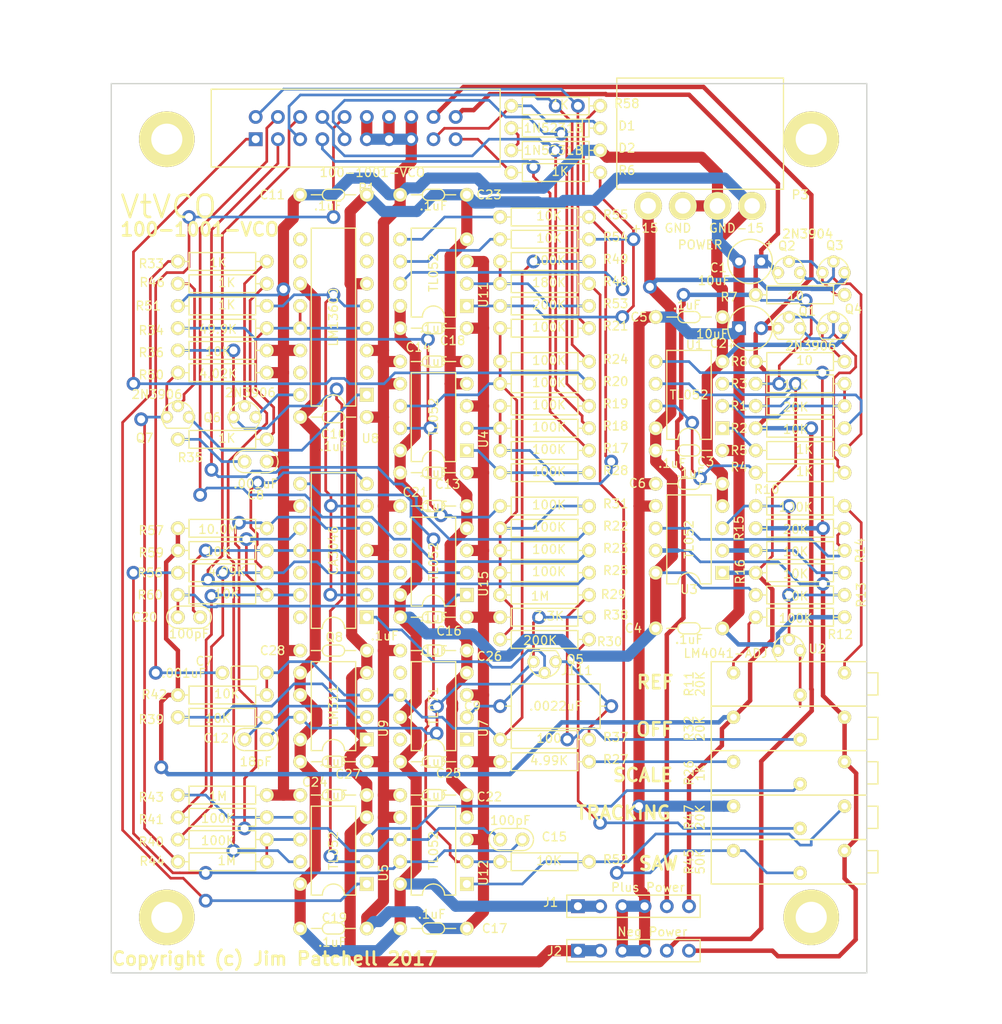
<source format=kicad_pcb>
(kicad_pcb (version 4) (host pcbnew 4.0.5)
  (title_block (title "VCO Replacement for 100=1001") (date 2017-03-06))
  (layers (0 F.Cu signal) (31 B.Cu signal) (34 B.Paste user) (35 F.Paste user) (36 B.SilkS user) (37 F.SilkS user) (38 B.Mask user) (39 F.Mask user) (44 Edge.Cuts user))
  (net 0 "")
  (net 1 GND)
  (net 2 +10)
  (net 3 -10)
  (net 4 +15V0)
  (net 5 -15V0)
  (net 6 /VCO1/SYNC)
  (net 7 "Net-(C7-Pad2)")
  (net 8 "Net-(C8-Pad1)")
  (net 9 "Net-(C9-Pad1)")
  (net 10 "Net-(C9-Pad2)")
  (net 11 "Net-(C12-Pad1)")
  (net 12 "Net-(C12-Pad2)")
  (net 13 "Net-(C15-Pad1)")
  (net 14 "Net-(C15-Pad2)")
  (net 15 "Net-(C20-Pad1)")
  (net 16 "Net-(C20-Pad2)")
  (net 17 /VCO1/PULSE)
  (net 18 "Net-(D1-Pad2)")
  (net 19 /VCO1/VCO1)
  (net 20 /VCO1/VCO2)
  (net 21 /VCO1/VCO3)
  (net 22 /VCO1/VCO4)
  (net 23 /VCO1/VCO5)
  (net 24 /VCO1/VCO6)
  (net 25 /VCO1/PWM1)
  (net 26 /VCO1/PWM2)
  (net 27 /VCO1/PWM3)
  (net 28 "Net-(P1-Pad19)")
  (net 29 "Net-(Q1-Pad2)")
  (net 30 "Net-(Q1-Pad3)")
  (net 31 "Net-(Q2-Pad2)")
  (net 32 "Net-(Q2-Pad3)")
  (net 33 "Net-(Q6-Pad1)")
  (net 34 "Net-(Q6-Pad2)")
  (net 35 "Net-(Q6-Pad3)")
  (net 36 "Net-(Q7-Pad1)")
  (net 37 "Net-(Q7-Pad2)")
  (net 38 "Net-(Q7-Pad3)")
  (net 39 "Net-(Q8-Pad14)")
  (net 40 "Net-(Q8-Pad10)")
  (net 41 "Net-(Q8-Pad2)")
  (net 42 "Net-(Q8-Pad12)")
  (net 43 "Net-(Q8-Pad3)")
  (net 44 "Net-(Q8-Pad8)")
  (net 45 "Net-(R1-Pad1)")
  (net 46 "Net-(R1-Pad2)")
  (net 47 "Net-(R4-Pad2)")
  (net 48 "Net-(R5-Pad2)")
  (net 49 /VCO1/RAMP)
  (net 50 "Net-(R10-Pad1)")
  (net 51 "Net-(R10-Pad2)")
  (net 52 "Net-(R11-Pad2)")
  (net 53 "Net-(R11-Pad3)")
  (net 54 "Net-(R14-Pad1)")
  (net 55 "Net-(R14-Pad2)")
  (net 56 "Net-(R17-Pad2)")
  (net 57 "Net-(R20-Pad2)")
  (net 58 "Net-(R26-Pad2)")
  (net 59 "Net-(R26-Pad3)")
  (net 60 "Net-(R28-Pad2)")
  (net 61 "Net-(R29-Pad2)")
  (net 62 "Net-(R30-Pad2)")
  (net 63 "Net-(R31-Pad2)")
  (net 64 "Net-(R33-Pad1)")
  (net 65 "Net-(R34-Pad2)")
  (net 66 "Net-(R37-Pad2)")
  (net 67 "Net-(R40-Pad2)")
  (net 68 "Net-(R41-Pad2)")
  (net 69 "Net-(R45-Pad2)")
  (net 70 "Net-(R46-Pad1)")
  (net 71 "Net-(R47-Pad1)")
  (net 72 "Net-(R48-Pad2)")
  (net 73 "Net-(R54-Pad2)")
  (net 74 "Net-(R55-Pad2)")
  (net 75 "Net-(R58-Pad1)")
  (net 76 "Net-(U7-Pad1)")
  (net 77 "Net-(U7-Pad5)")
  (net 78 "Net-(U8-Pad15)")
  (net 79 "Net-(U8-Pad2)")
  (net 80 /+5V)
  (net 81 /-5V)
  (module FootPrints:Cap-Pol-Rad-0.2_0.1 (layer F.Cu) (at 194.945 81.28)
    (fp_text reference C1 (at -3.6322 0.7112) (layer F.SilkS))
    (fp_text value 10uF (at -4.1402 2.1844) (layer F.SilkS))
    (pad 2 thru_hole circle (at -1.27 0) (size 1.5748 1.5748) (drill 0.9144) (layers *.Cu *.Mask) (net 1 GND))
    (pad 1 thru_hole rect (at 1.27 0) (size 1.5748 1.5748) (drill 0.9144) (layers *.Cu *.Mask) (net 2 +10))
  )
  (module FootPrints:Cap-Pol-Rad-0.2_0.1 (layer F.Cu) (at 194.945 88.9 180)
    (fp_text reference C2 (at 3.6322 -1.7272 180) (layer F.SilkS))
    (fp_text value 10uF (at 4.3434 -0.6604 180) (layer F.SilkS))
    (pad 2 thru_hole circle (at -1.27 0 180) (size 1.5748 1.5748) (drill 0.9144) (layers *.Cu *.Mask) (net 3 -10))
    (pad 1 thru_hole rect (at 1.27 0 180) (size 1.5748 1.5748) (drill 0.9144) (layers *.Cu *.Mask) (net 1 GND))
  )
  (module FootPrints:CAP-Bypass-0.3 (layer F.Cu) (at 187.96 102.87)
    (fp_text reference C3 (at 1.905 1.27) (layer F.SilkS))
    (fp_text value .1uF (at 0.1524 2.54) (layer F.SilkS))
    (pad 1 thru_hole circle (at -3.81 0) (size 1.5748 1.5748) (drill 0.9144) (layers *.Cu *.Mask F.SilkS) (net 4 +15V0))
    (pad 2 thru_hole circle (at 3.81 0) (size 1.5748 1.5748) (drill 0.9144) (layers *.Cu *.Mask F.SilkS) (net 1 GND))
  )
  (module FootPrints:CAP-Bypass-0.3 (layer F.Cu) (at 187.96 123.19)
    (fp_text reference C4 (at -6.35 0) (layer F.SilkS))
    (fp_text value .1uF (at 0 1.27) (layer F.SilkS))
    (pad 1 thru_hole circle (at -3.81 0) (size 1.5748 1.5748) (drill 0.9144) (layers *.Cu *.Mask F.SilkS) (net 4 +15V0))
    (pad 2 thru_hole circle (at 3.81 0) (size 1.5748 1.5748) (drill 0.9144) (layers *.Cu *.Mask F.SilkS) (net 1 GND))
  )
  (module FootPrints:CAP-Bypass-0.3 (layer F.Cu) (at 187.96 87.63 180)
    (fp_text reference C5 (at 5.715 0 180) (layer F.SilkS))
    (fp_text value .1uF (at 0.254 1.3716 180) (layer F.SilkS))
    (pad 1 thru_hole circle (at -3.81 0 180) (size 1.5748 1.5748) (drill 0.9144) (layers *.Cu *.Mask F.SilkS) (net 5 -15V0))
    (pad 2 thru_hole circle (at 3.81 0 180) (size 1.5748 1.5748) (drill 0.9144) (layers *.Cu *.Mask F.SilkS) (net 1 GND))
  )
  (module FootPrints:CAP-Bypass-0.3 (layer F.Cu) (at 187.96 106.68 180)
    (fp_text reference C6 (at 5.8928 0.0508 180) (layer F.SilkS))
    (fp_text value .1uF (at 1.9304 2.3368 180) (layer F.SilkS))
    (pad 1 thru_hole circle (at -3.81 0 180) (size 1.5748 1.5748) (drill 0.9144) (layers *.Cu *.Mask F.SilkS) (net 5 -15V0))
    (pad 2 thru_hole circle (at 3.81 0 180) (size 1.5748 1.5748) (drill 0.9144) (layers *.Cu *.Mask F.SilkS) (net 1 GND))
  )
  (module FootPrints:CAP-GREENIE-0.2 (layer F.Cu) (at 137.16 128.27)
    (fp_text reference C7 (at -4.6228 -1.3208) (layer F.SilkS))
    (fp_text value .001uF (at -6.9596 0.0508) (layer F.SilkS))
    (pad 1 thru_hole circle (at -2.54 0) (size 1.5748 1.5748) (drill 0.9144) (layers *.Cu *.Mask F.SilkS) (net 6 /VCO1/SYNC))
    (pad 2 thru_hole circle (at 2.54 0) (size 1.5748 1.5748) (drill 0.9144) (layers *.Cu *.Mask F.SilkS) (net 7 "Net-(C7-Pad2)"))
  )
  (module FootPrints:CAP-0.1 (layer F.Cu) (at 138.43 104.14)
    (fp_text reference C8 (at 0 3.81) (layer F.SilkS))
    (fp_text value .001uF (at 0 2.54) (layer F.SilkS))
    (pad 1 thru_hole circle (at -1.27 0) (size 1.5748 1.5748) (drill 0.9144) (layers *.Cu *.Mask F.SilkS) (net 8 "Net-(C8-Pad1)"))
    (pad 2 thru_hole circle (at 1.27 0) (size 1.5748 1.5748) (drill 0.9144) (layers *.Cu *.Mask F.SilkS) (net 1 GND))
  )
  (module FootPrints:CAP-Bypass-0.3 (layer F.Cu) (at 147.32 99.06)
    (fp_text reference C10 (at 0 1.9304) (layer F.SilkS))
    (fp_text value .1uF (at 0 3.3528) (layer F.SilkS))
    (pad 1 thru_hole circle (at -3.81 0) (size 1.5748 1.5748) (drill 0.9144) (layers *.Cu *.Mask F.SilkS) (net 4 +15V0))
    (pad 2 thru_hole circle (at 3.81 0) (size 1.5748 1.5748) (drill 0.9144) (layers *.Cu *.Mask F.SilkS) (net 1 GND))
  )
  (module FootPrints:CAP-Bypass-0.3 (layer F.Cu) (at 147.32 73.66 180)
    (fp_text reference C11 (at 6.985 0 180) (layer F.SilkS))
    (fp_text value .1uF (at 0.635 -1.27 180) (layer F.SilkS))
    (pad 1 thru_hole circle (at -3.81 0 180) (size 1.5748 1.5748) (drill 0.9144) (layers *.Cu *.Mask F.SilkS) (net 5 -15V0))
    (pad 2 thru_hole circle (at 3.81 0 180) (size 1.5748 1.5748) (drill 0.9144) (layers *.Cu *.Mask F.SilkS) (net 1 GND))
  )
  (module FootPrints:CAP-0.1 (layer F.Cu) (at 138.43 135.89)
    (fp_text reference C12 (at -4.5212 -0.1524) (layer F.SilkS))
    (fp_text value 18pF (at 0 2.54) (layer F.SilkS))
    (pad 1 thru_hole circle (at -1.27 0) (size 1.5748 1.5748) (drill 0.9144) (layers *.Cu *.Mask F.SilkS) (net 11 "Net-(C12-Pad1)"))
    (pad 2 thru_hole circle (at 1.27 0) (size 1.5748 1.5748) (drill 0.9144) (layers *.Cu *.Mask F.SilkS) (net 12 "Net-(C12-Pad2)"))
  )
  (module FootPrints:CAP-Bypass-0.3 (layer F.Cu) (at 158.75 105.41)
    (fp_text reference C13 (at 1.6256 1.3208) (layer F.SilkS))
    (fp_text value .1uF (at 0 3.81) (layer F.SilkS))
    (pad 1 thru_hole circle (at -3.81 0) (size 1.5748 1.5748) (drill 0.9144) (layers *.Cu *.Mask F.SilkS) (net 4 +15V0))
    (pad 2 thru_hole circle (at 3.81 0) (size 1.5748 1.5748) (drill 0.9144) (layers *.Cu *.Mask F.SilkS) (net 1 GND))
  )
  (module FootPrints:CAP-Bypass-0.3 (layer F.Cu) (at 158.75 92.71 180)
    (fp_text reference C14 (at 1.7272 1.6256 180) (layer F.SilkS))
    (fp_text value .1uF (at 0 3.81 180) (layer F.SilkS))
    (pad 1 thru_hole circle (at -3.81 0 180) (size 1.5748 1.5748) (drill 0.9144) (layers *.Cu *.Mask F.SilkS) (net 5 -15V0))
    (pad 2 thru_hole circle (at 3.81 0 180) (size 1.5748 1.5748) (drill 0.9144) (layers *.Cu *.Mask F.SilkS) (net 1 GND))
  )
  (module FootPrints:CAP-0.1 (layer F.Cu) (at 167.64 147.32)
    (fp_text reference C15 (at 4.9276 -0.3048) (layer F.SilkS))
    (fp_text value 100pF (at -0.1016 -2.1844) (layer F.SilkS))
    (pad 1 thru_hole circle (at -1.27 0) (size 1.5748 1.5748) (drill 0.9144) (layers *.Cu *.Mask F.SilkS) (net 13 "Net-(C15-Pad1)"))
    (pad 2 thru_hole circle (at 1.27 0) (size 1.5748 1.5748) (drill 0.9144) (layers *.Cu *.Mask F.SilkS) (net 14 "Net-(C15-Pad2)"))
  )
  (module FootPrints:CAP-Bypass-0.3 (layer F.Cu) (at 158.75 121.92)
    (fp_text reference C16 (at 1.778 1.5748) (layer F.SilkS))
    (fp_text value .1uF (at 0 3.81) (layer F.SilkS))
    (pad 1 thru_hole circle (at -3.81 0) (size 1.5748 1.5748) (drill 0.9144) (layers *.Cu *.Mask F.SilkS) (net 4 +15V0))
    (pad 2 thru_hole circle (at 3.81 0) (size 1.5748 1.5748) (drill 0.9144) (layers *.Cu *.Mask F.SilkS) (net 1 GND))
  )
  (module FootPrints:CAP-Bypass-0.3 (layer F.Cu) (at 158.75 157.48)
    (fp_text reference C17 (at 6.985 0) (layer F.SilkS))
    (fp_text value .1uF (at -0.2032 -1.6256) (layer F.SilkS))
    (pad 1 thru_hole circle (at -3.81 0) (size 1.5748 1.5748) (drill 0.9144) (layers *.Cu *.Mask F.SilkS) (net 4 +15V0))
    (pad 2 thru_hole circle (at 3.81 0) (size 1.5748 1.5748) (drill 0.9144) (layers *.Cu *.Mask F.SilkS) (net 1 GND))
  )
  (module FootPrints:CAP-Bypass-0.3 (layer F.Cu) (at 158.75 88.9)
    (fp_text reference C18 (at 2.1844 1.4224) (layer F.SilkS))
    (fp_text value .1uF (at 0 3.81) (layer F.SilkS))
    (pad 1 thru_hole circle (at -3.81 0) (size 1.5748 1.5748) (drill 0.9144) (layers *.Cu *.Mask F.SilkS) (net 4 +15V0))
    (pad 2 thru_hole circle (at 3.81 0) (size 1.5748 1.5748) (drill 0.9144) (layers *.Cu *.Mask F.SilkS) (net 1 GND))
  )
  (module FootPrints:CAP-Bypass-0.3 (layer F.Cu) (at 147.32 157.48)
    (fp_text reference C19 (at 0.1016 -1.2192) (layer F.SilkS))
    (fp_text value .1uF (at -0.1524 1.5748) (layer F.SilkS))
    (pad 1 thru_hole circle (at -3.81 0) (size 1.5748 1.5748) (drill 0.9144) (layers *.Cu *.Mask F.SilkS) (net 4 +15V0))
    (pad 2 thru_hole circle (at 3.81 0) (size 1.5748 1.5748) (drill 0.9144) (layers *.Cu *.Mask F.SilkS) (net 1 GND))
  )
  (module FootPrints:CAP-0.1 (layer F.Cu) (at 130.81 121.92 180)
    (fp_text reference C20 (at 5.08 0 180) (layer F.SilkS))
    (fp_text value 100pF (at 0 -1.905 180) (layer F.SilkS))
    (pad 1 thru_hole circle (at -1.27 0 180) (size 1.5748 1.5748) (drill 0.9144) (layers *.Cu *.Mask F.SilkS) (net 15 "Net-(C20-Pad1)"))
    (pad 2 thru_hole circle (at 1.27 0 180) (size 1.5748 1.5748) (drill 0.9144) (layers *.Cu *.Mask F.SilkS) (net 16 "Net-(C20-Pad2)"))
  )
  (module FootPrints:CAP-Bypass-0.3 (layer F.Cu) (at 158.75 109.22 180)
    (fp_text reference C21 (at 2.0828 1.5748 180) (layer F.SilkS))
    (fp_text value .1uF (at 0 3.81 180) (layer F.SilkS))
    (pad 1 thru_hole circle (at -3.81 0 180) (size 1.5748 1.5748) (drill 0.9144) (layers *.Cu *.Mask F.SilkS) (net 5 -15V0))
    (pad 2 thru_hole circle (at 3.81 0 180) (size 1.5748 1.5748) (drill 0.9144) (layers *.Cu *.Mask F.SilkS) (net 1 GND))
  )
  (module FootPrints:CAP-Bypass-0.3 (layer F.Cu) (at 158.75 142.24 180)
    (fp_text reference C22 (at -6.4008 -0.2032 180) (layer F.SilkS))
    (fp_text value .1uF (at 0 3.81 180) (layer F.SilkS))
    (pad 1 thru_hole circle (at -3.81 0 180) (size 1.5748 1.5748) (drill 0.9144) (layers *.Cu *.Mask F.SilkS) (net 5 -15V0))
    (pad 2 thru_hole circle (at 3.81 0 180) (size 1.5748 1.5748) (drill 0.9144) (layers *.Cu *.Mask F.SilkS) (net 1 GND))
  )
  (module FootPrints:CAP-Bypass-0.3 (layer F.Cu) (at 158.75 73.66 180)
    (fp_text reference C23 (at -6.35 0 180) (layer F.SilkS))
    (fp_text value .1uF (at 0 -1.27 180) (layer F.SilkS))
    (pad 1 thru_hole circle (at -3.81 0 180) (size 1.5748 1.5748) (drill 0.9144) (layers *.Cu *.Mask F.SilkS) (net 5 -15V0))
    (pad 2 thru_hole circle (at 3.81 0 180) (size 1.5748 1.5748) (drill 0.9144) (layers *.Cu *.Mask F.SilkS) (net 1 GND))
  )
  (module FootPrints:CAP-Bypass-0.3 (layer F.Cu) (at 147.32 142.24 180)
    (fp_text reference C24 (at 2.1336 1.4732 180) (layer F.SilkS))
    (fp_text value .1uF (at 0 3.81 180) (layer F.SilkS))
    (pad 1 thru_hole circle (at -3.81 0 180) (size 1.5748 1.5748) (drill 0.9144) (layers *.Cu *.Mask F.SilkS) (net 5 -15V0))
    (pad 2 thru_hole circle (at 3.81 0 180) (size 1.5748 1.5748) (drill 0.9144) (layers *.Cu *.Mask F.SilkS) (net 1 GND))
  )
  (module FootPrints:DIODE0.4 (layer F.Cu) (at 172.72 66.04 180)
    (fp_text reference D1 (at -8.128 0.254 180) (layer F.SilkS))
    (fp_text value 1N5231B (at 0.254 0 180) (layer F.SilkS))
    (pad 1 thru_hole circle (at -5.08 0 180) (size 1.5748 1.5748) (drill 0.9144) (layers *.Cu *.Mask F.SilkS) (net 17 /VCO1/PULSE))
    (pad 2 thru_hole circle (at 5.08 0 180) (size 1.5748 1.5748) (drill 0.9144) (layers *.Cu *.Mask F.SilkS) (net 18 "Net-(D1-Pad2)"))
  )
  (module FootPrints:DIODE0.4 (layer F.Cu) (at 172.72 68.58 180)
    (fp_text reference D2 (at -8.128 0.254 180) (layer F.SilkS))
    (fp_text value 1N5231B (at 0.254 0 180) (layer F.SilkS))
    (pad 1 thru_hole circle (at -5.08 0 180) (size 1.5748 1.5748) (drill 0.9144) (layers *.Cu *.Mask F.SilkS) (net 1 GND))
    (pad 2 thru_hole circle (at 5.08 0 180) (size 1.5748 1.5748) (drill 0.9144) (layers *.Cu *.Mask F.SilkS) (net 18 "Net-(D1-Pad2)"))
  )
  (module FootPrints:IDC10x2_Vert (layer F.Cu) (at 149.86 66.04)
    (fp_text reference P1 (at 1.27 6.85) (layer F.SilkS))
    (fp_text value 100-1001-VCO (at 1.905 5.08) (layer F.SilkS))
    (pad 1 thru_hole rect (at -11.43 1.27) (size 1.5748 1.5748) (drill 0.9144) (layers *.Cu *.Mask) (net 19 /VCO1/VCO1))
    (pad 2 thru_hole circle (at -11.43 -1.27) (size 1.5748 1.5748) (drill 0.9144) (layers *.Cu *.Mask) (net 20 /VCO1/VCO2))
    (pad 3 thru_hole circle (at -8.89 1.27) (size 1.5748 1.5748) (drill 0.9144) (layers *.Cu *.Mask) (net 21 /VCO1/VCO3))
    (pad 4 thru_hole circle (at -8.89 -1.27) (size 1.5748 1.5748) (drill 0.9144) (layers *.Cu *.Mask) (net 22 /VCO1/VCO4))
    (pad 5 thru_hole circle (at -6.35 1.27) (size 1.5748 1.5748) (drill 0.9144) (layers *.Cu *.Mask) (net 23 /VCO1/VCO5))
    (pad 6 thru_hole circle (at -6.35 -1.27) (size 1.5748 1.5748) (drill 0.9144) (layers *.Cu *.Mask) (net 24 /VCO1/VCO6))
    (pad 7 thru_hole circle (at -3.81 1.27) (size 1.5748 1.5748) (drill 0.9144) (layers *.Cu *.Mask) (net 25 /VCO1/PWM1))
    (pad 8 thru_hole circle (at -3.81 -1.27) (size 1.5748 1.5748) (drill 0.9144) (layers *.Cu *.Mask) (net 26 /VCO1/PWM2))
    (pad 9 thru_hole circle (at -1.27 1.27) (size 1.5748 1.5748) (drill 0.9144) (layers *.Cu *.Mask) (net 27 /VCO1/PWM3))
    (pad 10 thru_hole circle (at -1.27 -1.27) (size 1.5748 1.5748) (drill 0.9144) (layers *.Cu *.Mask) (net 6 /VCO1/SYNC))
    (pad 11 thru_hole circle (at 1.27 1.27) (size 1.5748 1.5748) (drill 0.9144) (layers *.Cu *.Mask) (net 1 GND))
    (pad 12 thru_hole circle (at 1.27 -1.27) (size 1.5748 1.5748) (drill 0.9144) (layers *.Cu *.Mask) (net 1 GND))
    (pad 13 thru_hole circle (at 3.81 1.27) (size 1.5748 1.5748) (drill 0.9144) (layers *.Cu *.Mask) (net 1 GND))
    (pad 14 thru_hole circle (at 3.81 -1.27) (size 1.5748 1.5748) (drill 0.9144) (layers *.Cu *.Mask) (net 1 GND))
    (pad 15 thru_hole circle (at 6.35 1.27) (size 1.5748 1.5748) (drill 0.9144) (layers *.Cu *.Mask) (net 1 GND))
    (pad 16 thru_hole circle (at 6.35 -1.27) (size 1.5748 1.5748) (drill 0.9144) (layers *.Cu *.Mask) (net 1 GND))
    (pad 17 thru_hole circle (at 8.89 1.27) (size 1.5748 1.5748) (drill 0.9144) (layers *.Cu *.Mask) (net 17 /VCO1/PULSE))
    (pad 18 thru_hole circle (at 8.89 -1.27) (size 1.5748 1.5748) (drill 0.9144) (layers *.Cu *.Mask) (net 3 -10))
    (pad 19 thru_hole circle (at 11.43 1.27) (size 1.5748 1.5748) (drill 0.9144) (layers *.Cu *.Mask) (net 28 "Net-(P1-Pad19)"))
    (pad 20 thru_hole circle (at 11.43 -1.27) (size 1.5748 1.5748) (drill 0.9144) (layers *.Cu *.Mask) (net 2 +10))
  )
  (module FootPrints:MTA0156x4_RA (layer F.Cu) (at 189.23 74.93)
    (fp_text reference P3 (at 11.43 -1.27 180) (layer F.SilkS))
    (fp_text value POWER (at 0 4.445) (layer F.SilkS))
    (fp_text user -15 (at 5.715 2.54) (layer F.SilkS))
    (fp_text user GND (at 2.54 2.54) (layer F.SilkS))
    (fp_text user GND (at -2.54 2.54) (layer F.SilkS))
    (fp_text user +15 (at -6.35 2.54) (layer F.SilkS))
    (pad 1 thru_hole circle (at -5.9436 0) (size 3.175 3.175) (drill 1.778) (layers *.Cu *.Mask F.SilkS) (net 4 +15V0))
    (pad 2 thru_hole circle (at -1.9812 0) (size 3.175 3.175) (drill 1.778) (layers *.Cu *.Mask F.SilkS) (net 1 GND))
    (pad 3 thru_hole circle (at 1.9812 0) (size 3.175 3.175) (drill 1.778) (layers *.Cu *.Mask F.SilkS) (net 1 GND))
    (pad 4 thru_hole circle (at 5.9436 0) (size 3.175 3.175) (drill 1.778) (layers *.Cu *.Mask F.SilkS) (net 5 -15V0))
  )
  (module FootPrints:TO92 (layer F.Cu) (at 199.39 88.9)
    (fp_text reference Q1 (at 2.0828 -1.9304) (layer F.SilkS))
    (fp_text value 2N3906 (at 2.4892 2.032) (layer F.SilkS))
    (pad 1 thru_hole circle (at -1.27 0) (size 1.397 1.397) (drill 0.8128) (layers *.Cu *.Mask F.SilkS) (net 3 -10))
    (pad 2 thru_hole circle (at 0 -1.27) (size 1.397 1.397) (drill 0.8128) (layers *.Cu *.Mask F.SilkS) (net 29 "Net-(Q1-Pad2)"))
    (pad 3 thru_hole circle (at 1.27 0) (size 1.397 1.397) (drill 0.8128) (layers *.Cu *.Mask F.SilkS) (net 30 "Net-(Q1-Pad3)"))
  )
  (module FootPrints:TO92 (layer F.Cu) (at 199.39 82.55)
    (fp_text reference Q2 (at -0.254 -3.048) (layer F.SilkS))
    (fp_text value 2N3904 (at 2.1336 -4.4196) (layer F.SilkS))
    (pad 1 thru_hole circle (at -1.27 0) (size 1.397 1.397) (drill 0.8128) (layers *.Cu *.Mask F.SilkS) (net 2 +10))
    (pad 2 thru_hole circle (at 0 -1.27) (size 1.397 1.397) (drill 0.8128) (layers *.Cu *.Mask F.SilkS) (net 31 "Net-(Q2-Pad2)"))
    (pad 3 thru_hole circle (at 1.27 0) (size 1.397 1.397) (drill 0.8128) (layers *.Cu *.Mask F.SilkS) (net 32 "Net-(Q2-Pad3)"))
  )
  (module FootPrints:TO92 (layer F.Cu) (at 204.47 82.55)
    (fp_text reference Q3 (at 0.1524 -3.0988) (layer F.SilkS))
    (fp_text value 2N3904 (at -2.9464 -4.4196) (layer F.SilkS))
    (pad 1 thru_hole circle (at -1.27 0) (size 1.397 1.397) (drill 0.8128) (layers *.Cu *.Mask F.SilkS) (net 31 "Net-(Q2-Pad2)"))
    (pad 2 thru_hole circle (at 0 -1.27) (size 1.397 1.397) (drill 0.8128) (layers *.Cu *.Mask F.SilkS) (net 32 "Net-(Q2-Pad3)"))
    (pad 3 thru_hole circle (at 1.27 0) (size 1.397 1.397) (drill 0.8128) (layers *.Cu *.Mask F.SilkS) (net 4 +15V0))
  )
  (module FootPrints:TO92 (layer F.Cu) (at 204.47 88.9)
    (fp_text reference Q4 (at 2.286 -2.1844) (layer F.SilkS))
    (fp_text value 2N3906 (at -2.5908 2.032) (layer F.SilkS))
    (pad 1 thru_hole circle (at -1.27 0) (size 1.397 1.397) (drill 0.8128) (layers *.Cu *.Mask F.SilkS) (net 29 "Net-(Q1-Pad2)"))
    (pad 2 thru_hole circle (at 0 -1.27) (size 1.397 1.397) (drill 0.8128) (layers *.Cu *.Mask F.SilkS) (net 30 "Net-(Q1-Pad3)"))
    (pad 3 thru_hole circle (at 1.27 0) (size 1.397 1.397) (drill 0.8128) (layers *.Cu *.Mask F.SilkS) (net 5 -15V0))
  )
  (module FootPrints:TO92 (layer F.Cu) (at 171.45 127 180)
    (fp_text reference Q5 (at -3.4925 0.254 180) (layer F.SilkS))
    (fp_text value J111 (at -3.683 -1.016 180) (layer F.SilkS))
    (pad 1 thru_hole circle (at -1.27 0 180) (size 1.397 1.397) (drill 0.8128) (layers *.Cu *.Mask F.SilkS) (net 10 "Net-(C9-Pad2)"))
    (pad 2 thru_hole circle (at 0 -1.27 180) (size 1.397 1.397) (drill 0.8128) (layers *.Cu *.Mask F.SilkS) (net 9 "Net-(C9-Pad1)"))
    (pad 3 thru_hole circle (at 1.27 0 180) (size 1.397 1.397) (drill 0.8128) (layers *.Cu *.Mask F.SilkS) (net 12 "Net-(C12-Pad2)"))
  )
  (module FootPrints:TO92 (layer F.Cu) (at 137.16 99.06)
    (fp_text reference Q6 (at -3.7084 0.0508) (layer F.SilkS))
    (fp_text value 2N3906 (at 0.6604 -2.794) (layer F.SilkS))
    (pad 1 thru_hole circle (at -1.27 0) (size 1.397 1.397) (drill 0.8128) (layers *.Cu *.Mask F.SilkS) (net 33 "Net-(Q6-Pad1)"))
    (pad 2 thru_hole circle (at 0 -1.27) (size 1.397 1.397) (drill 0.8128) (layers *.Cu *.Mask F.SilkS) (net 34 "Net-(Q6-Pad2)"))
    (pad 3 thru_hole circle (at 1.27 0) (size 1.397 1.397) (drill 0.8128) (layers *.Cu *.Mask F.SilkS) (net 35 "Net-(Q6-Pad3)"))
  )
  (module FootPrints:TO92 (layer F.Cu) (at 129.54 99.06)
    (fp_text reference Q7 (at -3.81 2.3876) (layer F.SilkS))
    (fp_text value 2N3906 (at -2.3876 -2.5908) (layer F.SilkS))
    (pad 1 thru_hole circle (at -1.27 0) (size 1.397 1.397) (drill 0.8128) (layers *.Cu *.Mask F.SilkS) (net 36 "Net-(Q7-Pad1)"))
    (pad 2 thru_hole circle (at 0 -1.27) (size 1.397 1.397) (drill 0.8128) (layers *.Cu *.Mask F.SilkS) (net 37 "Net-(Q7-Pad2)"))
    (pad 3 thru_hole circle (at 1.27 0) (size 1.397 1.397) (drill 0.8128) (layers *.Cu *.Mask F.SilkS) (net 38 "Net-(Q7-Pad3)"))
  )
  (module FootPrints:AXIAL0.4 (layer F.Cu) (at 200.66 97.79)
    (fp_text reference R1 (at -6.985 0) (layer F.SilkS))
    (fp_text value 20K (at -0.508 0.127) (layer F.SilkS))
    (pad 1 thru_hole circle (at -5.08 0) (size 1.5748 1.5748) (drill 0.9144) (layers *.Cu *.Mask F.SilkS) (net 45 "Net-(R1-Pad1)"))
    (pad 2 thru_hole circle (at 5.08 0) (size 1.5748 1.5748) (drill 0.9144) (layers *.Cu *.Mask F.SilkS) (net 46 "Net-(R1-Pad2)"))
  )
  (module FootPrints:AXIAL0.4 (layer F.Cu) (at 200.66 100.33)
    (fp_text reference R2 (at -6.985 0) (layer F.SilkS))
    (fp_text value 10K (at -0.508 0.127) (layer F.SilkS))
    (pad 1 thru_hole circle (at -5.08 0) (size 1.5748 1.5748) (drill 0.9144) (layers *.Cu *.Mask F.SilkS) (net 3 -10))
    (pad 2 thru_hole circle (at 5.08 0) (size 1.5748 1.5748) (drill 0.9144) (layers *.Cu *.Mask F.SilkS) (net 45 "Net-(R1-Pad1)"))
  )
  (module FootPrints:AXIAL0.4 (layer F.Cu) (at 200.66 95.25)
    (fp_text reference R3 (at -6.985 0) (layer F.SilkS))
    (fp_text value 10K (at -0.508 0.127) (layer F.SilkS))
    (pad 1 thru_hole circle (at -5.08 0) (size 1.5748 1.5748) (drill 0.9144) (layers *.Cu *.Mask F.SilkS) (net 2 +10))
    (pad 2 thru_hole circle (at 5.08 0) (size 1.5748 1.5748) (drill 0.9144) (layers *.Cu *.Mask F.SilkS) (net 46 "Net-(R1-Pad2)"))
  )
  (module FootPrints:AXIAL0.4 (layer F.Cu) (at 200.66 105.41 180)
    (fp_text reference R4 (at 6.985 0.635 180) (layer F.SilkS))
    (fp_text value 1K (at -0.508 0.127 180) (layer F.SilkS))
    (pad 1 thru_hole circle (at -5.08 0 180) (size 1.5748 1.5748) (drill 0.9144) (layers *.Cu *.Mask F.SilkS) (net 30 "Net-(Q1-Pad3)"))
    (pad 2 thru_hole circle (at 5.08 0 180) (size 1.5748 1.5748) (drill 0.9144) (layers *.Cu *.Mask F.SilkS) (net 47 "Net-(R4-Pad2)"))
  )
  (module FootPrints:AXIAL0.4 (layer F.Cu) (at 200.66 102.87 180)
    (fp_text reference R5 (at 6.985 0 180) (layer F.SilkS))
    (fp_text value 1K (at -0.508 0.127 180) (layer F.SilkS))
    (pad 1 thru_hole circle (at -5.08 0 180) (size 1.5748 1.5748) (drill 0.9144) (layers *.Cu *.Mask F.SilkS) (net 32 "Net-(Q2-Pad3)"))
    (pad 2 thru_hole circle (at 5.08 0 180) (size 1.5748 1.5748) (drill 0.9144) (layers *.Cu *.Mask F.SilkS) (net 48 "Net-(R5-Pad2)"))
  )
  (module FootPrints:AXIAL0.4 (layer F.Cu) (at 172.72 71.12 180)
    (fp_text reference R6 (at -8.128 0.254 180) (layer F.SilkS))
    (fp_text value 1K (at -0.508 0.127 180) (layer F.SilkS))
    (pad 1 thru_hole circle (at -5.08 0 180) (size 1.5748 1.5748) (drill 0.9144) (layers *.Cu *.Mask F.SilkS) (net 49 /VCO1/RAMP))
    (pad 2 thru_hole circle (at 5.08 0 180) (size 1.5748 1.5748) (drill 0.9144) (layers *.Cu *.Mask F.SilkS) (net 28 "Net-(P1-Pad19)"))
  )
  (module FootPrints:AXIAL0.4 (layer F.Cu) (at 200.66 85.09)
    (fp_text reference R7 (at -8.128 0.254) (layer F.SilkS))
    (fp_text value 10 (at -0.508 0.127) (layer F.SilkS))
    (pad 1 thru_hole circle (at -5.08 0) (size 1.5748 1.5748) (drill 0.9144) (layers *.Cu *.Mask F.SilkS) (net 2 +10))
    (pad 2 thru_hole circle (at 5.08 0) (size 1.5748 1.5748) (drill 0.9144) (layers *.Cu *.Mask F.SilkS) (net 31 "Net-(Q2-Pad2)"))
  )
  (module FootPrints:AXIAL0.4 (layer F.Cu) (at 200.66 92.71 180)
    (fp_text reference R8 (at 6.985 0 180) (layer F.SilkS))
    (fp_text value 10 (at -0.508 0.127 180) (layer F.SilkS))
    (pad 1 thru_hole circle (at -5.08 0 180) (size 1.5748 1.5748) (drill 0.9144) (layers *.Cu *.Mask F.SilkS) (net 29 "Net-(Q1-Pad2)"))
    (pad 2 thru_hole circle (at 5.08 0 180) (size 1.5748 1.5748) (drill 0.9144) (layers *.Cu *.Mask F.SilkS) (net 3 -10))
  )
  (module FootPrints:AXIAL0.4 (layer F.Cu) (at 200.66 109.22)
    (fp_text reference R10 (at -3.81 -1.905) (layer F.SilkS))
    (fp_text value 100K (at -0.508 0.127) (layer F.SilkS))
    (pad 1 thru_hole circle (at -5.08 0) (size 1.5748 1.5748) (drill 0.9144) (layers *.Cu *.Mask F.SilkS) (net 50 "Net-(R10-Pad1)"))
    (pad 2 thru_hole circle (at 5.08 0) (size 1.5748 1.5748) (drill 0.9144) (layers *.Cu *.Mask F.SilkS) (net 51 "Net-(R10-Pad2)"))
  )
  (module FootPrints:Trimpot-3006 (layer F.Cu) (at 198.12 129.54 270)
    (fp_text reference R11 (at 0 10.16 270) (layer F.SilkS))
    (fp_text value 20K (at 0 8.89 270) (layer F.SilkS))
    (pad 1 thru_hole circle (at -1.27 -7.62 270) (size 1.524 1.524) (drill 0.762) (layers *.Cu *.Mask F.SilkS) (net 51 "Net-(R10-Pad2)"))
    (pad 2 thru_hole circle (at 1.27 -2.54 270) (size 1.524 1.524) (drill 0.762) (layers *.Cu *.Mask F.SilkS) (net 52 "Net-(R11-Pad2)"))
    (pad 3 thru_hole circle (at -1.27 5.08 270) (size 1.524 1.524) (drill 0.762) (layers *.Cu *.Mask F.SilkS) (net 53 "Net-(R11-Pad3)"))
  )
  (module FootPrints:AXIAL0.4 (layer F.Cu) (at 200.66 121.92)
    (fp_text reference R12 (at 4.572 1.9685) (layer F.SilkS))
    (fp_text value 100K (at -0.508 0.127) (layer F.SilkS))
    (pad 1 thru_hole circle (at -5.08 0) (size 1.5748 1.5748) (drill 0.9144) (layers *.Cu *.Mask F.SilkS) (net 53 "Net-(R11-Pad3)"))
    (pad 2 thru_hole circle (at 5.08 0) (size 1.5748 1.5748) (drill 0.9144) (layers *.Cu *.Mask F.SilkS) (net 1 GND))
  )
  (module FootPrints:AXIAL0.4 (layer F.Cu) (at 200.66 119.38)
    (fp_text reference R13 (at 6.985 0 90) (layer F.SilkS))
    (fp_text value 10K (at -0.508 0.127) (layer F.SilkS))
    (pad 1 thru_hole circle (at -5.08 0) (size 1.5748 1.5748) (drill 0.9144) (layers *.Cu *.Mask F.SilkS) (net 4 +15V0))
    (pad 2 thru_hole circle (at 5.08 0) (size 1.5748 1.5748) (drill 0.9144) (layers *.Cu *.Mask F.SilkS) (net 50 "Net-(R10-Pad1)"))
  )
  (module FootPrints:AXIAL0.4 (layer F.Cu) (at 200.66 114.3)
    (fp_text reference R14 (at 6.858 0 90) (layer F.SilkS))
    (fp_text value 10K (at -0.508 0.127) (layer F.SilkS))
    (pad 1 thru_hole circle (at -5.08 0) (size 1.5748 1.5748) (drill 0.9144) (layers *.Cu *.Mask F.SilkS) (net 54 "Net-(R14-Pad1)"))
    (pad 2 thru_hole circle (at 5.08 0) (size 1.5748 1.5748) (drill 0.9144) (layers *.Cu *.Mask F.SilkS) (net 55 "Net-(R14-Pad2)"))
  )
  (module FootPrints:AXIAL0.4 (layer F.Cu) (at 200.66 111.76)
    (fp_text reference R15 (at -6.985 0 90) (layer F.SilkS))
    (fp_text value 20K (at -0.508 0.127) (layer F.SilkS))
    (pad 1 thru_hole circle (at -5.08 0) (size 1.5748 1.5748) (drill 0.9144) (layers *.Cu *.Mask F.SilkS) (net 81 /-5V))
    (pad 2 thru_hole circle (at 5.08 0) (size 1.5748 1.5748) (drill 0.9144) (layers *.Cu *.Mask F.SilkS) (net 55 "Net-(R14-Pad2)"))
  )
  (module FootPrints:AXIAL0.4 (layer F.Cu) (at 200.66 116.84)
    (fp_text reference R16 (at -6.858 -0.127 90) (layer F.SilkS))
    (fp_text value 10K (at -0.508 0.127) (layer F.SilkS))
    (pad 1 thru_hole circle (at -5.08 0) (size 1.5748 1.5748) (drill 0.9144) (layers *.Cu *.Mask F.SilkS) (net 80 /+5V))
    (pad 2 thru_hole circle (at 5.08 0) (size 1.5748 1.5748) (drill 0.9144) (layers *.Cu *.Mask F.SilkS) (net 54 "Net-(R14-Pad1)"))
  )
  (module FootPrints:AXIAL0.4 (layer F.Cu) (at 171.45 102.87 180)
    (fp_text reference R17 (at -8.128 0.254 180) (layer F.SilkS))
    (fp_text value 100K (at -0.508 0.127 180) (layer F.SilkS))
    (pad 1 thru_hole circle (at -5.08 0 180) (size 1.5748 1.5748) (drill 0.9144) (layers *.Cu *.Mask F.SilkS) (net 25 /VCO1/PWM1))
    (pad 2 thru_hole circle (at 5.08 0 180) (size 1.5748 1.5748) (drill 0.9144) (layers *.Cu *.Mask F.SilkS) (net 56 "Net-(R17-Pad2)"))
  )
  (module FootPrints:AXIAL0.4 (layer F.Cu) (at 171.45 100.33 180)
    (fp_text reference R18 (at -8.128 0.254 180) (layer F.SilkS))
    (fp_text value 100K (at -0.508 0.127 180) (layer F.SilkS))
    (pad 1 thru_hole circle (at -5.08 0 180) (size 1.5748 1.5748) (drill 0.9144) (layers *.Cu *.Mask F.SilkS) (net 26 /VCO1/PWM2))
    (pad 2 thru_hole circle (at 5.08 0 180) (size 1.5748 1.5748) (drill 0.9144) (layers *.Cu *.Mask F.SilkS) (net 56 "Net-(R17-Pad2)"))
  )
  (module FootPrints:AXIAL0.4 (layer F.Cu) (at 171.45 97.79 180)
    (fp_text reference R19 (at -8.128 0.254 180) (layer F.SilkS))
    (fp_text value 100K (at -0.508 0.127 180) (layer F.SilkS))
    (pad 1 thru_hole circle (at -5.08 0 180) (size 1.5748 1.5748) (drill 0.9144) (layers *.Cu *.Mask F.SilkS) (net 27 /VCO1/PWM3))
    (pad 2 thru_hole circle (at 5.08 0 180) (size 1.5748 1.5748) (drill 0.9144) (layers *.Cu *.Mask F.SilkS) (net 56 "Net-(R17-Pad2)"))
  )
  (module FootPrints:AXIAL0.4 (layer F.Cu) (at 171.45 95.25 180)
    (fp_text reference R20 (at -8.128 0.254 180) (layer F.SilkS))
    (fp_text value 100K (at -0.508 0.127 180) (layer F.SilkS))
    (pad 1 thru_hole circle (at -5.08 0 180) (size 1.5748 1.5748) (drill 0.9144) (layers *.Cu *.Mask F.SilkS) (net 19 /VCO1/VCO1))
    (pad 2 thru_hole circle (at 5.08 0 180) (size 1.5748 1.5748) (drill 0.9144) (layers *.Cu *.Mask F.SilkS) (net 57 "Net-(R20-Pad2)"))
  )
  (module FootPrints:AXIAL0.4 (layer F.Cu) (at 171.45 88.9 180)
    (fp_text reference R21 (at -8.128 0.254 180) (layer F.SilkS))
    (fp_text value 100K (at -0.508 0.127 180) (layer F.SilkS))
    (pad 1 thru_hole circle (at -5.08 0 180) (size 1.5748 1.5748) (drill 0.9144) (layers *.Cu *.Mask F.SilkS) (net 20 /VCO1/VCO2))
    (pad 2 thru_hole circle (at 5.08 0 180) (size 1.5748 1.5748) (drill 0.9144) (layers *.Cu *.Mask F.SilkS) (net 57 "Net-(R20-Pad2)"))
  )
  (module FootPrints:AXIAL0.4 (layer F.Cu) (at 171.45 111.76 180)
    (fp_text reference R22 (at -8.128 0.254 180) (layer F.SilkS))
    (fp_text value 100K (at -0.508 0.127 180) (layer F.SilkS))
    (pad 1 thru_hole circle (at -5.08 0 180) (size 1.5748 1.5748) (drill 0.9144) (layers *.Cu *.Mask F.SilkS) (net 21 /VCO1/VCO3))
    (pad 2 thru_hole circle (at 5.08 0 180) (size 1.5748 1.5748) (drill 0.9144) (layers *.Cu *.Mask F.SilkS) (net 57 "Net-(R20-Pad2)"))
  )
  (module FootPrints:AXIAL0.4 (layer F.Cu) (at 171.45 114.3 180)
    (fp_text reference R23 (at -8.128 0.254 180) (layer F.SilkS))
    (fp_text value 100K (at -0.508 0.127 180) (layer F.SilkS))
    (pad 1 thru_hole circle (at -5.08 0 180) (size 1.5748 1.5748) (drill 0.9144) (layers *.Cu *.Mask F.SilkS) (net 22 /VCO1/VCO4))
    (pad 2 thru_hole circle (at 5.08 0 180) (size 1.5748 1.5748) (drill 0.9144) (layers *.Cu *.Mask F.SilkS) (net 57 "Net-(R20-Pad2)"))
  )
  (module FootPrints:AXIAL0.4 (layer F.Cu) (at 171.45 92.71 180)
    (fp_text reference R24 (at -8.128 0.254 180) (layer F.SilkS))
    (fp_text value 100K (at -0.508 0.127 180) (layer F.SilkS))
    (pad 1 thru_hole circle (at -5.08 0 180) (size 1.5748 1.5748) (drill 0.9144) (layers *.Cu *.Mask F.SilkS) (net 23 /VCO1/VCO5))
    (pad 2 thru_hole circle (at 5.08 0 180) (size 1.5748 1.5748) (drill 0.9144) (layers *.Cu *.Mask F.SilkS) (net 57 "Net-(R20-Pad2)"))
  )
  (module FootPrints:AXIAL0.4 (layer F.Cu) (at 171.45 116.84 180)
    (fp_text reference R25 (at -8.128 0.254 180) (layer F.SilkS))
    (fp_text value 100K (at -0.508 0.127 180) (layer F.SilkS))
    (pad 1 thru_hole circle (at -5.08 0 180) (size 1.5748 1.5748) (drill 0.9144) (layers *.Cu *.Mask F.SilkS) (net 24 /VCO1/VCO6))
    (pad 2 thru_hole circle (at 5.08 0 180) (size 1.5748 1.5748) (drill 0.9144) (layers *.Cu *.Mask F.SilkS) (net 57 "Net-(R20-Pad2)"))
  )
  (module FootPrints:Trimpot-3006 (layer F.Cu) (at 198.12 139.7 270)
    (fp_text reference R26 (at 0 10.16 270) (layer F.SilkS))
    (fp_text value 1K (at 0 8.89 270) (layer F.SilkS))
    (pad 1 thru_hole circle (at -1.27 -7.62 270) (size 1.524 1.524) (drill 0.762) (layers *.Cu *.Mask F.SilkS) (net 81 /-5V))
    (pad 2 thru_hole circle (at 1.27 -2.54 270) (size 1.524 1.524) (drill 0.762) (layers *.Cu *.Mask F.SilkS) (net 58 "Net-(R26-Pad2)"))
    (pad 3 thru_hole circle (at -1.27 5.08 270) (size 1.524 1.524) (drill 0.762) (layers *.Cu *.Mask F.SilkS) (net 59 "Net-(R26-Pad3)"))
  )
  (module FootPrints:AXIAL0.4 (layer F.Cu) (at 171.45 138.43 180)
    (fp_text reference R27 (at -8.128 0.254 180) (layer F.SilkS))
    (fp_text value 4.99K (at -0.508 0.127 180) (layer F.SilkS))
    (pad 1 thru_hole circle (at -5.08 0 180) (size 1.5748 1.5748) (drill 0.9144) (layers *.Cu *.Mask F.SilkS) (net 59 "Net-(R26-Pad3)"))
    (pad 2 thru_hole circle (at 5.08 0 180) (size 1.5748 1.5748) (drill 0.9144) (layers *.Cu *.Mask F.SilkS) (net 1 GND))
  )
  (module FootPrints:AXIAL0.4 (layer F.Cu) (at 171.45 105.41 180)
    (fp_text reference R28 (at -8.128 0.254 180) (layer F.SilkS))
    (fp_text value 100K (at -0.508 0.127 180) (layer F.SilkS))
    (pad 1 thru_hole circle (at -5.08 0 180) (size 1.5748 1.5748) (drill 0.9144) (layers *.Cu *.Mask F.SilkS) (net 56 "Net-(R17-Pad2)"))
    (pad 2 thru_hole circle (at 5.08 0 180) (size 1.5748 1.5748) (drill 0.9144) (layers *.Cu *.Mask F.SilkS) (net 60 "Net-(R28-Pad2)"))
  )
  (module FootPrints:AXIAL0.4 (layer F.Cu) (at 171.45 119.38)
    (fp_text reference R29 (at 7.874 -0.0635) (layer F.SilkS))
    (fp_text value 1M (at -0.508 0.127) (layer F.SilkS))
    (pad 1 thru_hole circle (at -5.08 0) (size 1.5748 1.5748) (drill 0.9144) (layers *.Cu *.Mask F.SilkS) (net 57 "Net-(R20-Pad2)"))
    (pad 2 thru_hole circle (at 5.08 0) (size 1.5748 1.5748) (drill 0.9144) (layers *.Cu *.Mask F.SilkS) (net 61 "Net-(R29-Pad2)"))
  )
  (module FootPrints:AXIAL0.4 (layer F.Cu) (at 171.45 124.46)
    (fp_text reference R30 (at 7.4295 0.254) (layer F.SilkS))
    (fp_text value 200K (at -0.508 0.127) (layer F.SilkS))
    (pad 1 thru_hole circle (at -5.08 0) (size 1.5748 1.5748) (drill 0.9144) (layers *.Cu *.Mask F.SilkS) (net 57 "Net-(R20-Pad2)"))
    (pad 2 thru_hole circle (at 5.08 0) (size 1.5748 1.5748) (drill 0.9144) (layers *.Cu *.Mask F.SilkS) (net 62 "Net-(R30-Pad2)"))
  )
  (module FootPrints:AXIAL0.4 (layer F.Cu) (at 171.45 109.22 180)
    (fp_text reference R31 (at -8.128 0.254 180) (layer F.SilkS))
    (fp_text value 100K (at -0.508 0.127 180) (layer F.SilkS))
    (pad 1 thru_hole circle (at -5.08 0 180) (size 1.5748 1.5748) (drill 0.9144) (layers *.Cu *.Mask F.SilkS) (net 57 "Net-(R20-Pad2)"))
    (pad 2 thru_hole circle (at 5.08 0 180) (size 1.5748 1.5748) (drill 0.9144) (layers *.Cu *.Mask F.SilkS) (net 63 "Net-(R31-Pad2)"))
  )
  (module FootPrints:Trimpot-3006 (layer F.Cu) (at 198.12 134.62 270)
    (fp_text reference R32 (at 0 10.16 270) (layer F.SilkS))
    (fp_text value 20K (at 0 8.89 270) (layer F.SilkS))
    (pad 1 thru_hole circle (at -1.27 -7.62 270) (size 1.524 1.524) (drill 0.762) (layers *.Cu *.Mask F.SilkS) (net 81 /-5V))
    (pad 2 thru_hole circle (at 1.27 -2.54 270) (size 1.524 1.524) (drill 0.762) (layers *.Cu *.Mask F.SilkS) (net 61 "Net-(R29-Pad2)"))
    (pad 3 thru_hole circle (at -1.27 5.08 270) (size 1.524 1.524) (drill 0.762) (layers *.Cu *.Mask F.SilkS) (net 80 /+5V))
  )
  (module FootPrints:AXIAL0.4 (layer F.Cu) (at 134.62 81.28)
    (fp_text reference R33 (at -8.128 0.254) (layer F.SilkS))
    (fp_text value 1K (at -0.508 0.127) (layer F.SilkS))
    (pad 1 thru_hole circle (at -5.08 0) (size 1.5748 1.5748) (drill 0.9144) (layers *.Cu *.Mask F.SilkS) (net 64 "Net-(R33-Pad1)"))
    (pad 2 thru_hole circle (at 5.08 0) (size 1.5748 1.5748) (drill 0.9144) (layers *.Cu *.Mask F.SilkS) (net 34 "Net-(Q6-Pad2)"))
  )
  (module FootPrints:AXIAL0.4 (layer F.Cu) (at 134.62 88.9)
    (fp_text reference R34 (at -8.128 0.254) (layer F.SilkS))
    (fp_text value 49.9K (at -0.508 0.127) (layer F.SilkS))
    (pad 1 thru_hole circle (at -5.08 0) (size 1.5748 1.5748) (drill 0.9144) (layers *.Cu *.Mask F.SilkS) (net 63 "Net-(R31-Pad2)"))
    (pad 2 thru_hole circle (at 5.08 0) (size 1.5748 1.5748) (drill 0.9144) (layers *.Cu *.Mask F.SilkS) (net 65 "Net-(R34-Pad2)"))
  )
  (module FootPrints:AXIAL0.4 (layer F.Cu) (at 134.62 101.6 180)
    (fp_text reference R35 (at 3.6576 -2.0828 180) (layer F.SilkS))
    (fp_text value 1K (at -0.508 0.127 180) (layer F.SilkS))
    (pad 1 thru_hole circle (at -5.08 0 180) (size 1.5748 1.5748) (drill 0.9144) (layers *.Cu *.Mask F.SilkS) (net 65 "Net-(R34-Pad2)"))
    (pad 2 thru_hole circle (at 5.08 0 180) (size 1.5748 1.5748) (drill 0.9144) (layers *.Cu *.Mask F.SilkS) (net 8 "Net-(C8-Pad1)"))
  )
  (module FootPrints:AXIAL0.4 (layer F.Cu) (at 134.62 91.44)
    (fp_text reference R36 (at -8.128 0.254) (layer F.SilkS))
    (fp_text value 10K (at -0.508 0.127) (layer F.SilkS))
    (pad 1 thru_hole circle (at -5.08 0) (size 1.5748 1.5748) (drill 0.9144) (layers *.Cu *.Mask F.SilkS) (net 33 "Net-(Q6-Pad1)"))
    (pad 2 thru_hole circle (at 5.08 0) (size 1.5748 1.5748) (drill 0.9144) (layers *.Cu *.Mask F.SilkS) (net 1 GND))
  )
  (module FootPrints:AXIAL0.4 (layer F.Cu) (at 171.45 121.92 180)
    (fp_text reference R38 (at -8.128 0.254 180) (layer F.SilkS))
    (fp_text value 3.3K (at -0.508 0.127 180) (layer F.SilkS))
    (pad 1 thru_hole circle (at -5.08 0 180) (size 1.5748 1.5748) (drill 0.9144) (layers *.Cu *.Mask F.SilkS) (net 12 "Net-(C12-Pad2)"))
    (pad 2 thru_hole circle (at 5.08 0 180) (size 1.5748 1.5748) (drill 0.9144) (layers *.Cu *.Mask F.SilkS) (net 1 GND))
  )
  (module FootPrints:AXIAL0.4 (layer F.Cu) (at 134.62 133.35)
    (fp_text reference R39 (at -8.128 0.254) (layer F.SilkS))
    (fp_text value 10K (at -0.508 0.127) (layer F.SilkS))
    (pad 1 thru_hole circle (at -5.08 0) (size 1.5748 1.5748) (drill 0.9144) (layers *.Cu *.Mask F.SilkS) (net 66 "Net-(R37-Pad2)"))
    (pad 2 thru_hole circle (at 5.08 0) (size 1.5748 1.5748) (drill 0.9144) (layers *.Cu *.Mask F.SilkS) (net 11 "Net-(C12-Pad1)"))
  )
  (module FootPrints:AXIAL0.4 (layer F.Cu) (at 134.62 147.32)
    (fp_text reference R40 (at -8.128 0.254) (layer F.SilkS))
    (fp_text value 100K (at -0.508 0.127) (layer F.SilkS))
    (pad 1 thru_hole circle (at -5.08 0) (size 1.5748 1.5748) (drill 0.9144) (layers *.Cu *.Mask F.SilkS) (net 43 "Net-(Q8-Pad3)"))
    (pad 2 thru_hole circle (at 5.08 0) (size 1.5748 1.5748) (drill 0.9144) (layers *.Cu *.Mask F.SilkS) (net 67 "Net-(R40-Pad2)"))
  )
  (module FootPrints:AXIAL0.4 (layer F.Cu) (at 134.62 144.78)
    (fp_text reference R41 (at -8.128 0.254) (layer F.SilkS))
    (fp_text value 100K (at -0.508 0.127) (layer F.SilkS))
    (pad 1 thru_hole circle (at -5.08 0) (size 1.5748 1.5748) (drill 0.9144) (layers *.Cu *.Mask F.SilkS) (net 40 "Net-(Q8-Pad10)"))
    (pad 2 thru_hole circle (at 5.08 0) (size 1.5748 1.5748) (drill 0.9144) (layers *.Cu *.Mask F.SilkS) (net 68 "Net-(R41-Pad2)"))
  )
  (module FootPrints:AXIAL0.4 (layer F.Cu) (at 134.62 130.81 180)
    (fp_text reference R42 (at 7.7724 0.0508 180) (layer F.SilkS))
    (fp_text value 10K (at -0.508 0.127 180) (layer F.SilkS))
    (pad 1 thru_hole circle (at -5.08 0 180) (size 1.5748 1.5748) (drill 0.9144) (layers *.Cu *.Mask F.SilkS) (net 7 "Net-(C7-Pad2)"))
    (pad 2 thru_hole circle (at 5.08 0 180) (size 1.5748 1.5748) (drill 0.9144) (layers *.Cu *.Mask F.SilkS) (net 80 /+5V))
  )
  (module FootPrints:AXIAL0.4 (layer F.Cu) (at 134.62 142.24)
    (fp_text reference R43 (at -8.128 0.254) (layer F.SilkS))
    (fp_text value 1M (at -0.508 0.127) (layer F.SilkS))
    (pad 1 thru_hole circle (at -5.08 0) (size 1.5748 1.5748) (drill 0.9144) (layers *.Cu *.Mask F.SilkS) (net 68 "Net-(R41-Pad2)"))
    (pad 2 thru_hole circle (at 5.08 0) (size 1.5748 1.5748) (drill 0.9144) (layers *.Cu *.Mask F.SilkS) (net 1 GND))
  )
  (module FootPrints:AXIAL0.4 (layer F.Cu) (at 134.62 149.86 180)
    (fp_text reference R44 (at 8.0264 0.0508 180) (layer F.SilkS))
    (fp_text value 1M (at -0.508 0.127 180) (layer F.SilkS))
    (pad 1 thru_hole circle (at -5.08 0 180) (size 1.5748 1.5748) (drill 0.9144) (layers *.Cu *.Mask F.SilkS) (net 67 "Net-(R40-Pad2)"))
    (pad 2 thru_hole circle (at 5.08 0 180) (size 1.5748 1.5748) (drill 0.9144) (layers *.Cu *.Mask F.SilkS) (net 36 "Net-(Q7-Pad1)"))
  )
  (module FootPrints:Trimpot-3006 (layer F.Cu) (at 198.12 149.86 270)
    (fp_text reference R45 (at 0 10.16 270) (layer F.SilkS))
    (fp_text value 50K (at 0 8.89 270) (layer F.SilkS))
    (pad 1 thru_hole circle (at -1.27 -7.62 270) (size 1.524 1.524) (drill 0.762) (layers *.Cu *.Mask F.SilkS) (net 81 /-5V))
    (pad 2 thru_hole circle (at 1.27 -2.54 270) (size 1.524 1.524) (drill 0.762) (layers *.Cu *.Mask F.SilkS) (net 69 "Net-(R45-Pad2)"))
    (pad 3 thru_hole circle (at -1.27 5.08 270) (size 1.524 1.524) (drill 0.762) (layers *.Cu *.Mask F.SilkS) (net 69 "Net-(R45-Pad2)"))
  )
  (module FootPrints:AXIAL0.4 (layer F.Cu) (at 134.62 83.82 180)
    (fp_text reference R46 (at 8.0264 0.1524 180) (layer F.SilkS))
    (fp_text value 1K (at -0.508 0.127 180) (layer F.SilkS))
    (pad 1 thru_hole circle (at -5.08 0 180) (size 1.5748 1.5748) (drill 0.9144) (layers *.Cu *.Mask F.SilkS) (net 70 "Net-(R46-Pad1)"))
    (pad 2 thru_hole circle (at 5.08 0 180) (size 1.5748 1.5748) (drill 0.9144) (layers *.Cu *.Mask F.SilkS) (net 37 "Net-(Q7-Pad2)"))
  )
  (module FootPrints:Trimpot-3006 (layer F.Cu) (at 198.12 144.78 270)
    (fp_text reference R47 (at 0 10.16 270) (layer F.SilkS))
    (fp_text value 20K (at 0 8.89 270) (layer F.SilkS))
    (pad 1 thru_hole circle (at -1.27 -7.62 270) (size 1.524 1.524) (drill 0.762) (layers *.Cu *.Mask F.SilkS) (net 71 "Net-(R47-Pad1)"))
    (pad 2 thru_hole circle (at 1.27 -2.54 270) (size 1.524 1.524) (drill 0.762) (layers *.Cu *.Mask F.SilkS) (net 62 "Net-(R30-Pad2)"))
    (pad 3 thru_hole circle (at -1.27 5.08 270) (size 1.524 1.524) (drill 0.762) (layers *.Cu *.Mask F.SilkS) (net 1 GND))
  )
  (module FootPrints:AXIAL0.4 (layer F.Cu) (at 171.45 83.82 180)
    (fp_text reference R48 (at -8.128 0.254 180) (layer F.SilkS))
    (fp_text value 180K (at -0.508 0.127 180) (layer F.SilkS))
    (pad 1 thru_hole circle (at -5.08 0 180) (size 1.5748 1.5748) (drill 0.9144) (layers *.Cu *.Mask F.SilkS) (net 69 "Net-(R45-Pad2)"))
    (pad 2 thru_hole circle (at 5.08 0 180) (size 1.5748 1.5748) (drill 0.9144) (layers *.Cu *.Mask F.SilkS) (net 72 "Net-(R48-Pad2)"))
  )
  (module FootPrints:AXIAL0.4 (layer F.Cu) (at 171.45 81.28 180)
    (fp_text reference R49 (at -8.128 0.254 180) (layer F.SilkS))
    (fp_text value 100K (at -0.508 0.127 180) (layer F.SilkS))
    (pad 1 thru_hole circle (at -5.08 0 180) (size 1.5748 1.5748) (drill 0.9144) (layers *.Cu *.Mask F.SilkS) (net 66 "Net-(R37-Pad2)"))
    (pad 2 thru_hole circle (at 5.08 0 180) (size 1.5748 1.5748) (drill 0.9144) (layers *.Cu *.Mask F.SilkS) (net 72 "Net-(R48-Pad2)"))
  )
  (module FootPrints:AXIAL0.4 (layer F.Cu) (at 134.62 93.98)
    (fp_text reference R50 (at -8.128 0.254) (layer F.SilkS))
    (fp_text value 4.02K (at -0.508 0.127) (layer F.SilkS))
    (pad 1 thru_hole circle (at -5.08 0) (size 1.5748 1.5748) (drill 0.9144) (layers *.Cu *.Mask F.SilkS) (net 36 "Net-(Q7-Pad1)"))
    (pad 2 thru_hole circle (at 5.08 0) (size 1.5748 1.5748) (drill 0.9144) (layers *.Cu *.Mask F.SilkS) (net 1 GND))
  )
  (module FootPrints:AXIAL0.4 (layer F.Cu) (at 134.62 86.36 180)
    (fp_text reference R51 (at 8.4836 0 180) (layer F.SilkS))
    (fp_text value 1K (at -0.508 0.127 180) (layer F.SilkS))
    (pad 1 thru_hole circle (at -5.08 0 180) (size 1.5748 1.5748) (drill 0.9144) (layers *.Cu *.Mask F.SilkS) (net 41 "Net-(Q8-Pad2)"))
    (pad 2 thru_hole circle (at 5.08 0 180) (size 1.5748 1.5748) (drill 0.9144) (layers *.Cu *.Mask F.SilkS) (net 1 GND))
  )
  (module FootPrints:AXIAL0.4 (layer F.Cu) (at 171.45 149.86 180)
    (fp_text reference R52 (at -8.128 0.254 180) (layer F.SilkS))
    (fp_text value 10K (at -0.508 0.127 180) (layer F.SilkS))
    (pad 1 thru_hole circle (at -5.08 0 180) (size 1.5748 1.5748) (drill 0.9144) (layers *.Cu *.Mask F.SilkS) (net 71 "Net-(R47-Pad1)"))
    (pad 2 thru_hole circle (at 5.08 0 180) (size 1.5748 1.5748) (drill 0.9144) (layers *.Cu *.Mask F.SilkS) (net 44 "Net-(Q8-Pad8)"))
  )
  (module FootPrints:AXIAL0.4 (layer F.Cu) (at 171.45 86.36 180)
    (fp_text reference R53 (at -8.128 0.254 180) (layer F.SilkS))
    (fp_text value 200K (at -0.508 0.127 180) (layer F.SilkS))
    (pad 1 thru_hole circle (at -5.08 0 180) (size 1.5748 1.5748) (drill 0.9144) (layers *.Cu *.Mask F.SilkS) (net 72 "Net-(R48-Pad2)"))
    (pad 2 thru_hole circle (at 5.08 0 180) (size 1.5748 1.5748) (drill 0.9144) (layers *.Cu *.Mask F.SilkS) (net 49 /VCO1/RAMP))
  )
  (module FootPrints:AXIAL0.4 (layer F.Cu) (at 171.45 78.74 180)
    (fp_text reference R54 (at -8.128 0.254 180) (layer F.SilkS))
    (fp_text value 10K (at -0.508 0.127 180) (layer F.SilkS))
    (pad 1 thru_hole circle (at -5.08 0 180) (size 1.5748 1.5748) (drill 0.9144) (layers *.Cu *.Mask F.SilkS) (net 49 /VCO1/RAMP))
    (pad 2 thru_hole circle (at 5.08 0 180) (size 1.5748 1.5748) (drill 0.9144) (layers *.Cu *.Mask F.SilkS) (net 73 "Net-(R54-Pad2)"))
  )
  (module FootPrints:AXIAL0.4 (layer F.Cu) (at 171.45 76.2 180)
    (fp_text reference R55 (at -8.128 0.254 180) (layer F.SilkS))
    (fp_text value 10K (at -0.508 0.127 180) (layer F.SilkS))
    (pad 1 thru_hole circle (at -5.08 0 180) (size 1.5748 1.5748) (drill 0.9144) (layers *.Cu *.Mask F.SilkS) (net 60 "Net-(R28-Pad2)"))
    (pad 2 thru_hole circle (at 5.08 0 180) (size 1.5748 1.5748) (drill 0.9144) (layers *.Cu *.Mask F.SilkS) (net 74 "Net-(R55-Pad2)"))
  )
  (module FootPrints:AXIAL0.4 (layer F.Cu) (at 134.62 116.84 180)
    (fp_text reference R56 (at 8.255 0 180) (layer F.SilkS))
    (fp_text value 4.99K (at -0.508 0.127 180) (layer F.SilkS))
    (pad 1 thru_hole circle (at -5.08 0 180) (size 1.5748 1.5748) (drill 0.9144) (layers *.Cu *.Mask F.SilkS) (net 43 "Net-(Q8-Pad3)"))
    (pad 2 thru_hole circle (at 5.08 0 180) (size 1.5748 1.5748) (drill 0.9144) (layers *.Cu *.Mask F.SilkS) (net 14 "Net-(C15-Pad2)"))
  )
  (module FootPrints:AXIAL0.4 (layer F.Cu) (at 134.62 111.76)
    (fp_text reference R57 (at -8.128 0.254) (layer F.SilkS))
    (fp_text value 10.0M (at -0.508 0.127) (layer F.SilkS))
    (pad 1 thru_hole circle (at -5.08 0) (size 1.5748 1.5748) (drill 0.9144) (layers *.Cu *.Mask F.SilkS) (net 80 /+5V))
    (pad 2 thru_hole circle (at 5.08 0) (size 1.5748 1.5748) (drill 0.9144) (layers *.Cu *.Mask F.SilkS) (net 13 "Net-(C15-Pad1)"))
  )
  (module FootPrints:AXIAL0.4 (layer F.Cu) (at 172.72 63.5 180)
    (fp_text reference R58 (at -8.128 0.254 180) (layer F.SilkS))
    (fp_text value 1K (at -0.508 0.127 180) (layer F.SilkS))
    (pad 1 thru_hole circle (at -5.08 0 180) (size 1.5748 1.5748) (drill 0.9144) (layers *.Cu *.Mask F.SilkS) (net 75 "Net-(R58-Pad1)"))
    (pad 2 thru_hole circle (at 5.08 0 180) (size 1.5748 1.5748) (drill 0.9144) (layers *.Cu *.Mask F.SilkS) (net 17 /VCO1/PULSE))
  )
  (module FootPrints:AXIAL0.4 (layer F.Cu) (at 134.62 114.3)
    (fp_text reference R59 (at -8.128 0.254) (layer F.SilkS))
    (fp_text value 10K (at -0.508 0.127) (layer F.SilkS))
    (pad 1 thru_hole circle (at -5.08 0) (size 1.5748 1.5748) (drill 0.9144) (layers *.Cu *.Mask F.SilkS) (net 80 /+5V))
    (pad 2 thru_hole circle (at 5.08 0) (size 1.5748 1.5748) (drill 0.9144) (layers *.Cu *.Mask F.SilkS) (net 15 "Net-(C20-Pad1)"))
  )
  (module FootPrints:AXIAL0.4 (layer F.Cu) (at 134.62 119.38 180)
    (fp_text reference R60 (at 8.255 0 180) (layer F.SilkS))
    (fp_text value 10K (at -0.508 0.127 180) (layer F.SilkS))
    (pad 1 thru_hole circle (at -5.08 0 180) (size 1.5748 1.5748) (drill 0.9144) (layers *.Cu *.Mask F.SilkS) (net 40 "Net-(Q8-Pad10)"))
    (pad 2 thru_hole circle (at 5.08 0 180) (size 1.5748 1.5748) (drill 0.9144) (layers *.Cu *.Mask F.SilkS) (net 16 "Net-(C20-Pad2)"))
  )
  (module FootPrints:DIP8.3 (layer F.Cu) (at 187.96 96.52 90)
    (fp_text reference U1 (at 5.715 0.635 180) (layer F.SilkS))
    (fp_text value TL052 (at 0 0 180) (layer F.SilkS))
    (pad 1 thru_hole rect (at -3.81 3.81 90) (size 1.5748 1.5748) (drill 0.9144) (layers *.Cu *.Mask F.SilkS) (net 48 "Net-(R5-Pad2)"))
    (pad 2 thru_hole circle (at -1.27 3.81 90) (size 1.5748 1.5748) (drill 0.9144) (layers *.Cu *.Mask F.SilkS) (net 46 "Net-(R1-Pad2)"))
    (pad 3 thru_hole circle (at 1.27 3.81 90) (size 1.5748 1.5748) (drill 0.9144) (layers *.Cu *.Mask F.SilkS) (net 80 /+5V))
    (pad 4 thru_hole circle (at 3.81 3.81 90) (size 1.5748 1.5748) (drill 0.9144) (layers *.Cu *.Mask F.SilkS) (net 5 -15V0))
    (pad 5 thru_hole circle (at 3.81 -3.81 90) (size 1.5748 1.5748) (drill 0.9144) (layers *.Cu *.Mask F.SilkS) (net 81 /-5V))
    (pad 6 thru_hole circle (at 1.27 -3.81 90) (size 1.5748 1.5748) (drill 0.9144) (layers *.Cu *.Mask F.SilkS) (net 45 "Net-(R1-Pad1)"))
    (pad 7 thru_hole circle (at -1.27 -3.81 90) (size 1.5748 1.5748) (drill 0.9144) (layers *.Cu *.Mask F.SilkS) (net 47 "Net-(R4-Pad2)"))
    (pad 8 thru_hole circle (at -3.81 -3.81 90) (size 1.5748 1.5748) (drill 0.9144) (layers *.Cu *.Mask F.SilkS) (net 4 +15V0))
  )
  (module FootPrints:TO92 (layer F.Cu) (at 199.39 125.73)
    (fp_text reference U2 (at 3.2385 -0.1905) (layer F.SilkS))
    (fp_text value LM4041-ADJ (at -7.239 0.3175) (layer F.SilkS))
    (pad 1 thru_hole circle (at -1.27 0) (size 1.397 1.397) (drill 0.8128) (layers *.Cu *.Mask F.SilkS) (net 1 GND))
    (pad 2 thru_hole circle (at 0 -1.27) (size 1.397 1.397) (drill 0.8128) (layers *.Cu *.Mask F.SilkS) (net 50 "Net-(R10-Pad1)"))
    (pad 3 thru_hole circle (at 1.27 0) (size 1.397 1.397) (drill 0.8128) (layers *.Cu *.Mask F.SilkS) (net 52 "Net-(R11-Pad2)"))
  )
  (module FootPrints:DIP8.3 (layer F.Cu) (at 187.96 113.03 90)
    (fp_text reference U3 (at -5.715 0 180) (layer F.SilkS))
    (fp_text value TL052 (at 0 0 90) (layer F.SilkS))
    (pad 1 thru_hole rect (at -3.81 3.81 90) (size 1.5748 1.5748) (drill 0.9144) (layers *.Cu *.Mask F.SilkS) (net 80 /+5V))
    (pad 2 thru_hole circle (at -1.27 3.81 90) (size 1.5748 1.5748) (drill 0.9144) (layers *.Cu *.Mask F.SilkS) (net 54 "Net-(R14-Pad1)"))
    (pad 3 thru_hole circle (at 1.27 3.81 90) (size 1.5748 1.5748) (drill 0.9144) (layers *.Cu *.Mask F.SilkS) (net 50 "Net-(R10-Pad1)"))
    (pad 4 thru_hole circle (at 3.81 3.81 90) (size 1.5748 1.5748) (drill 0.9144) (layers *.Cu *.Mask F.SilkS) (net 5 -15V0))
    (pad 5 thru_hole circle (at 3.81 -3.81 90) (size 1.5748 1.5748) (drill 0.9144) (layers *.Cu *.Mask F.SilkS) (net 1 GND))
    (pad 6 thru_hole circle (at 1.27 -3.81 90) (size 1.5748 1.5748) (drill 0.9144) (layers *.Cu *.Mask F.SilkS) (net 55 "Net-(R14-Pad2)"))
    (pad 7 thru_hole circle (at -1.27 -3.81 90) (size 1.5748 1.5748) (drill 0.9144) (layers *.Cu *.Mask F.SilkS) (net 81 /-5V))
    (pad 8 thru_hole circle (at -3.81 -3.81 90) (size 1.5748 1.5748) (drill 0.9144) (layers *.Cu *.Mask F.SilkS) (net 4 +15V0))
  )
  (module FootPrints:DIP8.3 (layer F.Cu) (at 158.75 99.06 90)
    (fp_text reference U4 (at -2.54 5.715 90) (layer F.SilkS))
    (fp_text value TL052 (at 0 0 90) (layer F.SilkS))
    (pad 1 thru_hole rect (at -3.81 3.81 90) (size 1.5748 1.5748) (drill 0.9144) (layers *.Cu *.Mask F.SilkS) (net 60 "Net-(R28-Pad2)"))
    (pad 2 thru_hole circle (at -1.27 3.81 90) (size 1.5748 1.5748) (drill 0.9144) (layers *.Cu *.Mask F.SilkS) (net 56 "Net-(R17-Pad2)"))
    (pad 3 thru_hole circle (at 1.27 3.81 90) (size 1.5748 1.5748) (drill 0.9144) (layers *.Cu *.Mask F.SilkS) (net 1 GND))
    (pad 4 thru_hole circle (at 3.81 3.81 90) (size 1.5748 1.5748) (drill 0.9144) (layers *.Cu *.Mask F.SilkS) (net 5 -15V0))
    (pad 5 thru_hole circle (at 3.81 -3.81 90) (size 1.5748 1.5748) (drill 0.9144) (layers *.Cu *.Mask F.SilkS) (net 1 GND))
    (pad 6 thru_hole circle (at 1.27 -3.81 90) (size 1.5748 1.5748) (drill 0.9144) (layers *.Cu *.Mask F.SilkS) (net 57 "Net-(R20-Pad2)"))
    (pad 7 thru_hole circle (at -1.27 -3.81 90) (size 1.5748 1.5748) (drill 0.9144) (layers *.Cu *.Mask F.SilkS) (net 63 "Net-(R31-Pad2)"))
    (pad 8 thru_hole circle (at -3.81 -3.81 90) (size 1.5748 1.5748) (drill 0.9144) (layers *.Cu *.Mask F.SilkS) (net 4 +15V0))
  )
  (module FootPrints:DIP8.3 (layer F.Cu) (at 147.32 148.59 90)
    (fp_text reference U5 (at -2.54 5.715 90) (layer F.SilkS))
    (fp_text value TL052 (at 0 0 90) (layer F.SilkS))
    (pad 1 thru_hole rect (at -3.81 3.81 90) (size 1.5748 1.5748) (drill 0.9144) (layers *.Cu *.Mask F.SilkS) (net 64 "Net-(R33-Pad1)"))
    (pad 2 thru_hole circle (at -1.27 3.81 90) (size 1.5748 1.5748) (drill 0.9144) (layers *.Cu *.Mask F.SilkS) (net 33 "Net-(Q6-Pad1)"))
    (pad 3 thru_hole circle (at 1.27 3.81 90) (size 1.5748 1.5748) (drill 0.9144) (layers *.Cu *.Mask F.SilkS) (net 58 "Net-(R26-Pad2)"))
    (pad 4 thru_hole circle (at 3.81 3.81 90) (size 1.5748 1.5748) (drill 0.9144) (layers *.Cu *.Mask F.SilkS) (net 5 -15V0))
    (pad 5 thru_hole circle (at 3.81 -3.81 90) (size 1.5748 1.5748) (drill 0.9144) (layers *.Cu *.Mask F.SilkS) (net 68 "Net-(R41-Pad2)"))
    (pad 6 thru_hole circle (at 1.27 -3.81 90) (size 1.5748 1.5748) (drill 0.9144) (layers *.Cu *.Mask F.SilkS) (net 67 "Net-(R40-Pad2)"))
    (pad 7 thru_hole circle (at -1.27 -3.81 90) (size 1.5748 1.5748) (drill 0.9144) (layers *.Cu *.Mask F.SilkS) (net 70 "Net-(R46-Pad1)"))
    (pad 8 thru_hole circle (at -3.81 -3.81 90) (size 1.5748 1.5748) (drill 0.9144) (layers *.Cu *.Mask F.SilkS) (net 4 +15V0))
  )
  (module FootPrints:DIP8.3 (layer F.Cu) (at 158.75 132.08 90)
    (fp_text reference U7 (at -2.54 5.715 90) (layer F.SilkS))
    (fp_text value TL071 (at 0 0 90) (layer F.SilkS))
    (pad 1 thru_hole rect (at -3.81 3.81 90) (size 1.5748 1.5748) (drill 0.9144) (layers *.Cu *.Mask F.SilkS) (net 76 "Net-(U7-Pad1)"))
    (pad 2 thru_hole circle (at -1.27 3.81 90) (size 1.5748 1.5748) (drill 0.9144) (layers *.Cu *.Mask F.SilkS) (net 9 "Net-(C9-Pad1)"))
    (pad 3 thru_hole circle (at 1.27 3.81 90) (size 1.5748 1.5748) (drill 0.9144) (layers *.Cu *.Mask F.SilkS) (net 1 GND))
    (pad 4 thru_hole circle (at 3.81 3.81 90) (size 1.5748 1.5748) (drill 0.9144) (layers *.Cu *.Mask F.SilkS) (net 5 -15V0))
    (pad 5 thru_hole circle (at 3.81 -3.81 90) (size 1.5748 1.5748) (drill 0.9144) (layers *.Cu *.Mask F.SilkS) (net 77 "Net-(U7-Pad5)"))
    (pad 6 thru_hole circle (at 1.27 -3.81 90) (size 1.5748 1.5748) (drill 0.9144) (layers *.Cu *.Mask F.SilkS) (net 66 "Net-(R37-Pad2)"))
    (pad 7 thru_hole circle (at -1.27 -3.81 90) (size 1.5748 1.5748) (drill 0.9144) (layers *.Cu *.Mask F.SilkS) (net 4 +15V0))
    (pad 8 thru_hole circle (at -3.81 -3.81 90) (size 1.5748 1.5748) (drill 0.9144) (layers *.Cu *.Mask F.SilkS))
  )
  (module FootPrints:DIP8.3 (layer F.Cu) (at 147.32 132.08 90)
    (fp_text reference U9 (at -2.54 5.715 90) (layer F.SilkS))
    (fp_text value LM311 (at 0 0 90) (layer F.SilkS))
    (pad 1 thru_hole rect (at -3.81 3.81 90) (size 1.5748 1.5748) (drill 0.9144) (layers *.Cu *.Mask F.SilkS) (net 5 -15V0))
    (pad 2 thru_hole circle (at -1.27 3.81 90) (size 1.5748 1.5748) (drill 0.9144) (layers *.Cu *.Mask F.SilkS) (net 11 "Net-(C12-Pad1)"))
    (pad 3 thru_hole circle (at 1.27 3.81 90) (size 1.5748 1.5748) (drill 0.9144) (layers *.Cu *.Mask F.SilkS) (net 7 "Net-(C7-Pad2)"))
    (pad 4 thru_hole circle (at 3.81 3.81 90) (size 1.5748 1.5748) (drill 0.9144) (layers *.Cu *.Mask F.SilkS) (net 5 -15V0))
    (pad 5 thru_hole circle (at 3.81 -3.81 90) (size 1.5748 1.5748) (drill 0.9144) (layers *.Cu *.Mask F.SilkS) (net 4 +15V0))
    (pad 6 thru_hole circle (at 1.27 -3.81 90) (size 1.5748 1.5748) (drill 0.9144) (layers *.Cu *.Mask F.SilkS) (net 4 +15V0))
    (pad 7 thru_hole circle (at -1.27 -3.81 90) (size 1.5748 1.5748) (drill 0.9144) (layers *.Cu *.Mask F.SilkS) (net 12 "Net-(C12-Pad2)"))
    (pad 8 thru_hole circle (at -3.81 -3.81 90) (size 1.5748 1.5748) (drill 0.9144) (layers *.Cu *.Mask F.SilkS) (net 4 +15V0))
  )
  (module FootPrints:DIP8.3 (layer F.Cu) (at 158.75 82.55 90)
    (fp_text reference U11 (at -2.54 5.715 90) (layer F.SilkS))
    (fp_text value TL052 (at 0 0 90) (layer F.SilkS))
    (pad 1 thru_hole rect (at -3.81 3.81 90) (size 1.5748 1.5748) (drill 0.9144) (layers *.Cu *.Mask F.SilkS) (net 49 /VCO1/RAMP))
    (pad 2 thru_hole circle (at -1.27 3.81 90) (size 1.5748 1.5748) (drill 0.9144) (layers *.Cu *.Mask F.SilkS) (net 72 "Net-(R48-Pad2)"))
    (pad 3 thru_hole circle (at 1.27 3.81 90) (size 1.5748 1.5748) (drill 0.9144) (layers *.Cu *.Mask F.SilkS) (net 1 GND))
    (pad 4 thru_hole circle (at 3.81 3.81 90) (size 1.5748 1.5748) (drill 0.9144) (layers *.Cu *.Mask F.SilkS) (net 5 -15V0))
    (pad 5 thru_hole circle (at 3.81 -3.81 90) (size 1.5748 1.5748) (drill 0.9144) (layers *.Cu *.Mask F.SilkS) (net 74 "Net-(R55-Pad2)"))
    (pad 6 thru_hole circle (at 1.27 -3.81 90) (size 1.5748 1.5748) (drill 0.9144) (layers *.Cu *.Mask F.SilkS) (net 73 "Net-(R54-Pad2)"))
    (pad 7 thru_hole circle (at -1.27 -3.81 90) (size 1.5748 1.5748) (drill 0.9144) (layers *.Cu *.Mask F.SilkS) (net 75 "Net-(R58-Pad1)"))
    (pad 8 thru_hole circle (at -3.81 -3.81 90) (size 1.5748 1.5748) (drill 0.9144) (layers *.Cu *.Mask F.SilkS) (net 4 +15V0))
  )
  (module FootPrints:DIP8.3 (layer F.Cu) (at 158.75 148.59 90)
    (fp_text reference U12 (at -2.54 5.715 90) (layer F.SilkS))
    (fp_text value TL052 (at 0 0 90) (layer F.SilkS))
    (pad 1 thru_hole rect (at -3.81 3.81 90) (size 1.5748 1.5748) (drill 0.9144) (layers *.Cu *.Mask F.SilkS) (net 71 "Net-(R47-Pad1)"))
    (pad 2 thru_hole circle (at -1.27 3.81 90) (size 1.5748 1.5748) (drill 0.9144) (layers *.Cu *.Mask F.SilkS) (net 44 "Net-(Q8-Pad8)"))
    (pad 3 thru_hole circle (at 1.27 3.81 90) (size 1.5748 1.5748) (drill 0.9144) (layers *.Cu *.Mask F.SilkS) (net 1 GND))
    (pad 4 thru_hole circle (at 3.81 3.81 90) (size 1.5748 1.5748) (drill 0.9144) (layers *.Cu *.Mask F.SilkS) (net 5 -15V0))
    (pad 5 thru_hole circle (at 3.81 -3.81 90) (size 1.5748 1.5748) (drill 0.9144) (layers *.Cu *.Mask F.SilkS) (net 1 GND))
    (pad 6 thru_hole circle (at 1.27 -3.81 90) (size 1.5748 1.5748) (drill 0.9144) (layers *.Cu *.Mask F.SilkS) (net 13 "Net-(C15-Pad1)"))
    (pad 7 thru_hole circle (at -1.27 -3.81 90) (size 1.5748 1.5748) (drill 0.9144) (layers *.Cu *.Mask F.SilkS) (net 14 "Net-(C15-Pad2)"))
    (pad 8 thru_hole circle (at -3.81 -3.81 90) (size 1.5748 1.5748) (drill 0.9144) (layers *.Cu *.Mask F.SilkS) (net 4 +15V0))
  )
  (module FootPrints:DIP8.3 (layer F.Cu) (at 158.75 115.57 90)
    (fp_text reference U15 (at -2.54 5.715 90) (layer F.SilkS))
    (fp_text value TL052 (at 0 0 90) (layer F.SilkS))
    (pad 1 thru_hole rect (at -3.81 3.81 90) (size 1.5748 1.5748) (drill 0.9144) (layers *.Cu *.Mask F.SilkS) (net 16 "Net-(C20-Pad2)"))
    (pad 2 thru_hole circle (at -1.27 3.81 90) (size 1.5748 1.5748) (drill 0.9144) (layers *.Cu *.Mask F.SilkS) (net 15 "Net-(C20-Pad1)"))
    (pad 3 thru_hole circle (at 1.27 3.81 90) (size 1.5748 1.5748) (drill 0.9144) (layers *.Cu *.Mask F.SilkS) (net 1 GND))
    (pad 4 thru_hole circle (at 3.81 3.81 90) (size 1.5748 1.5748) (drill 0.9144) (layers *.Cu *.Mask F.SilkS) (net 5 -15V0))
    (pad 5 thru_hole circle (at 3.81 -3.81 90) (size 1.5748 1.5748) (drill 0.9144) (layers *.Cu *.Mask F.SilkS))
    (pad 6 thru_hole circle (at 1.27 -3.81 90) (size 1.5748 1.5748) (drill 0.9144) (layers *.Cu *.Mask F.SilkS))
    (pad 7 thru_hole circle (at -1.27 -3.81 90) (size 1.5748 1.5748) (drill 0.9144) (layers *.Cu *.Mask F.SilkS))
    (pad 8 thru_hole circle (at -3.81 -3.81 90) (size 1.5748 1.5748) (drill 0.9144) (layers *.Cu *.Mask F.SilkS) (net 4 +15V0))
  )
  (module FootPrints:MountingHole_140 (layer F.Cu) (at 128.27 67.31)
    (fp_text reference P4 hide)
    (fp_text value PAD hide)
    (pad "" thru_hole circle (at 0 0) (size 6.35 6.35) (drill 3.556) (layers *.Cu *.Mask F.SilkS))
  )
  (module FootPrints:MountingHole_140 (layer F.Cu) (at 128.27 156.21)
    (fp_text reference P5 hide)
    (fp_text value PAD hide)
    (pad "" thru_hole circle (at 0 0) (size 6.35 6.35) (drill 3.556) (layers *.Cu *.Mask F.SilkS))
  )
  (module FootPrints:MountingHole_140 (layer F.Cu) (at 201.93 156.21)
    (fp_text reference P6 hide)
    (fp_text value PAD hide)
    (pad "" thru_hole circle (at 0 0) (size 6.35 6.35) (drill 3.556) (layers *.Cu *.Mask F.SilkS))
  )
  (module FootPrints:MountingHole_140 (layer F.Cu) (at 201.93 67.31)
    (fp_text reference P7 hide)
    (fp_text value PAD hide)
    (pad "" thru_hole circle (at 0 0) (size 6.35 6.35) (drill 3.556) (layers *.Cu *.Mask F.SilkS))
  )
  (module FootPrints:DIP-16.3 (layer F.Cu) (at 147.32 87.63 90)
    (fp_text reference U8 (at -13.8684 4.2164 180) (layer F.SilkS))
    (fp_text value LM13600 (at 0 0 90) (layer F.SilkS))
    (pad 16 thru_hole circle (at -8.89 -3.81 90) (size 1.5748 1.5748) (drill 0.9144) (layers *.Cu *.Mask F.SilkS) (net 35 "Net-(Q6-Pad3)"))
    (pad 1 thru_hole rect (at -8.89 3.81 90) (size 1.5748 1.5748) (drill 0.9144) (layers *.Cu *.Mask F.SilkS) (net 38 "Net-(Q7-Pad3)"))
    (pad 15 thru_hole circle (at -6.35 -3.81 90) (size 1.5748 1.5748) (drill 0.9144) (layers *.Cu *.Mask F.SilkS) (net 78 "Net-(U8-Pad15)"))
    (pad 2 thru_hole circle (at -6.35 3.81 90) (size 1.5748 1.5748) (drill 0.9144) (layers *.Cu *.Mask F.SilkS) (net 79 "Net-(U8-Pad2)"))
    (pad 14 thru_hole circle (at -3.81 -3.81 90) (size 1.5748 1.5748) (drill 0.9144) (layers *.Cu *.Mask F.SilkS) (net 1 GND))
    (pad 3 thru_hole circle (at -3.81 3.81 90) (size 1.5748 1.5748) (drill 0.9144) (layers *.Cu *.Mask F.SilkS) (net 1 GND))
    (pad 13 thru_hole circle (at -1.27 -3.81 90) (size 1.5748 1.5748) (drill 0.9144) (layers *.Cu *.Mask F.SilkS) (net 65 "Net-(R34-Pad2)"))
    (pad 4 thru_hole circle (at -1.27 3.81 90) (size 1.5748 1.5748) (drill 0.9144) (layers *.Cu *.Mask F.SilkS) (net 65 "Net-(R34-Pad2)"))
    (pad 12 thru_hole circle (at 1.27 -3.81 90) (size 1.5748 1.5748) (drill 0.9144) (layers *.Cu *.Mask F.SilkS) (net 65 "Net-(R34-Pad2)"))
    (pad 5 thru_hole circle (at 1.27 3.81 90) (size 1.5748 1.5748) (drill 0.9144) (layers *.Cu *.Mask F.SilkS) (net 41 "Net-(Q8-Pad2)"))
    (pad 11 thru_hole circle (at 3.81 -3.81 90) (size 1.5748 1.5748) (drill 0.9144) (layers *.Cu *.Mask F.SilkS) (net 4 +15V0))
    (pad 6 thru_hole circle (at 3.81 3.81 90) (size 1.5748 1.5748) (drill 0.9144) (layers *.Cu *.Mask F.SilkS) (net 5 -15V0))
    (pad 10 thru_hole circle (at 6.35 -3.81 90) (size 1.5748 1.5748) (drill 0.9144) (layers *.Cu *.Mask F.SilkS))
    (pad 7 thru_hole circle (at 6.35 3.81 90) (size 1.5748 1.5748) (drill 0.9144) (layers *.Cu *.Mask F.SilkS))
    (pad 9 thru_hole circle (at 8.89 -3.81 90) (size 1.5748 1.5748) (drill 0.9144) (layers *.Cu *.Mask F.SilkS))
    (pad 8 thru_hole circle (at 8.89 3.81 90) (size 1.5748 1.5748) (drill 0.9144) (layers *.Cu *.Mask F.SilkS))
  )
  (module FootPrints:DIP-14.3 (layer F.Cu) (at 147.32 114.3 90)
    (fp_text reference Q8 (at -9.906 0.1016 180) (layer F.SilkS))
    (fp_text value CA3046 (at 0 0 90) (layer F.SilkS))
    (pad 14 thru_hole circle (at -7.62 -3.81 90) (size 1.5748 1.5748) (drill 0.9144) (layers *.Cu *.Mask F.SilkS) (net 39 "Net-(Q8-Pad14)"))
    (pad 1 thru_hole rect (at -7.62 3.81 90) (size 1.5748 1.5748) (drill 0.9144) (layers *.Cu *.Mask F.SilkS) (net 9 "Net-(C9-Pad1)"))
    (pad 13 thru_hole circle (at -5.08 -3.81 90) (size 1.5748 1.5748) (drill 0.9144) (layers *.Cu *.Mask F.SilkS) (net 40 "Net-(Q8-Pad10)"))
    (pad 2 thru_hole circle (at -5.08 3.81 90) (size 1.5748 1.5748) (drill 0.9144) (layers *.Cu *.Mask F.SilkS) (net 41 "Net-(Q8-Pad2)"))
    (pad 12 thru_hole circle (at -2.54 -3.81 90) (size 1.5748 1.5748) (drill 0.9144) (layers *.Cu *.Mask F.SilkS) (net 42 "Net-(Q8-Pad12)"))
    (pad 3 thru_hole circle (at -2.54 3.81 90) (size 1.5748 1.5748) (drill 0.9144) (layers *.Cu *.Mask F.SilkS) (net 43 "Net-(Q8-Pad3)"))
    (pad 11 thru_hole circle (at 0 -3.81 90) (size 1.5748 1.5748) (drill 0.9144) (layers *.Cu *.Mask F.SilkS) (net 15 "Net-(C20-Pad1)"))
    (pad 4 thru_hole circle (at 0 3.81 90) (size 1.5748 1.5748) (drill 0.9144) (layers *.Cu *.Mask F.SilkS) (net 1 GND))
    (pad 10 thru_hole circle (at 2.54 -3.81 90) (size 1.5748 1.5748) (drill 0.9144) (layers *.Cu *.Mask F.SilkS) (net 40 "Net-(Q8-Pad10)"))
    (pad 5 thru_hole circle (at 2.54 3.81 90) (size 1.5748 1.5748) (drill 0.9144) (layers *.Cu *.Mask F.SilkS) (net 13 "Net-(C15-Pad1)"))
    (pad 9 thru_hole circle (at 5.08 -3.81 90) (size 1.5748 1.5748) (drill 0.9144) (layers *.Cu *.Mask F.SilkS) (net 1 GND))
    (pad 6 thru_hole circle (at 5.08 3.81 90) (size 1.5748 1.5748) (drill 0.9144) (layers *.Cu *.Mask F.SilkS) (net 41 "Net-(Q8-Pad2)"))
    (pad 8 thru_hole circle (at 7.62 -3.81 90) (size 1.5748 1.5748) (drill 0.9144) (layers *.Cu *.Mask F.SilkS) (net 44 "Net-(Q8-Pad8)"))
    (pad 7 thru_hole circle (at 7.62 3.81 90) (size 1.5748 1.5748) (drill 0.9144) (layers *.Cu *.Mask F.SilkS) (net 43 "Net-(Q8-Pad3)"))
  )
  (module FootPrints:Header-6p-Stackable (layer F.Cu) (at 181.61 154.94)
    (fp_text reference J1 (at -9.4615 -0.4445) (layer F.SilkS))
    (fp_text value "Plus Power" (at 1.651 -2.159) (layer F.SilkS))
    (pad 1 thru_hole rect (at -6.35 0) (size 1.5748 1.5748) (drill 0.9144) (layers *.Cu *.Mask) (net 4 +15V0))
    (pad 2 thru_hole circle (at -3.81 0) (size 1.5748 1.5748) (drill 0.9144) (layers *.Cu *.Mask) (net 4 +15V0))
    (pad 3 thru_hole circle (at -1.27 0) (size 1.5748 1.5748) (drill 0.9144) (layers *.Cu *.Mask) (net 1 GND))
    (pad 4 thru_hole circle (at 1.27 0) (size 1.5748 1.5748) (drill 0.9144) (layers *.Cu *.Mask) (net 1 GND))
    (pad 5 thru_hole circle (at 3.81 0) (size 1.5748 1.5748) (drill 0.9144) (layers *.Cu *.Mask) (net 2 +10))
    (pad 6 thru_hole circle (at 6.35 0) (size 1.5748 1.5748) (drill 0.9144) (layers *.Cu *.Mask) (net 80 /+5V))
  )
  (module FootPrints:Header-6p-Stackable (layer F.Cu) (at 181.61 160.02)
    (fp_text reference J2 (at -9.017 0.0635) (layer F.SilkS))
    (fp_text value "Neg Power" (at 2.159 -2.159) (layer F.SilkS))
    (pad 1 thru_hole rect (at -6.35 0) (size 1.5748 1.5748) (drill 0.9144) (layers *.Cu *.Mask) (net 5 -15V0))
    (pad 2 thru_hole circle (at -3.81 0) (size 1.5748 1.5748) (drill 0.9144) (layers *.Cu *.Mask) (net 5 -15V0))
    (pad 3 thru_hole circle (at -1.27 0) (size 1.5748 1.5748) (drill 0.9144) (layers *.Cu *.Mask) (net 1 GND))
    (pad 4 thru_hole circle (at 1.27 0) (size 1.5748 1.5748) (drill 0.9144) (layers *.Cu *.Mask) (net 1 GND))
    (pad 5 thru_hole circle (at 3.81 0) (size 1.5748 1.5748) (drill 0.9144) (layers *.Cu *.Mask) (net 3 -10))
    (pad 6 thru_hole circle (at 6.35 0) (size 1.5748 1.5748) (drill 0.9144) (layers *.Cu *.Mask) (net 81 /-5V))
  )
  (module FootPrints:CAP-AXIAL-0.5x0.2 (layer F.Cu) (at 171.45 134.62)
    (fp_text reference C9 (at -8.255 -2.54) (layer F.SilkS))
    (fp_text value .0022uF (at 1.27 -2.54) (layer F.SilkS))
    (pad 1 thru_hole circle (at -5.08 -2.54) (size 1.5748 1.5748) (drill 0.9144) (layers *.Cu *.Mask) (net 9 "Net-(C9-Pad1)"))
    (pad 2 thru_hole circle (at 7.62 -2.54) (size 1.5748 1.5748) (drill 0.9144) (layers *.Cu *.Mask) (net 10 "Net-(C9-Pad2)"))
  )
  (module FootPrints:CAP-Bypass-0.3 (layer F.Cu) (at 158.75 138.43)
    (fp_text reference C25 (at 1.7272 1.3208) (layer F.SilkS))
    (fp_text value .1uF (at 0 3.81) (layer F.SilkS))
    (pad 1 thru_hole circle (at -3.81 0) (size 1.5748 1.5748) (drill 0.9144) (layers *.Cu *.Mask F.SilkS) (net 4 +15V0))
    (pad 2 thru_hole circle (at 3.81 0) (size 1.5748 1.5748) (drill 0.9144) (layers *.Cu *.Mask F.SilkS) (net 1 GND))
  )
  (module FootPrints:CAP-Bypass-0.3 (layer F.Cu) (at 158.75 125.73 180)
    (fp_text reference C26 (at -6.4008 -0.6604 180) (layer F.SilkS))
    (fp_text value .1uF (at 0 3.81 180) (layer F.SilkS))
    (pad 1 thru_hole circle (at -3.81 0 180) (size 1.5748 1.5748) (drill 0.9144) (layers *.Cu *.Mask F.SilkS) (net 5 -15V0))
    (pad 2 thru_hole circle (at 3.81 0 180) (size 1.5748 1.5748) (drill 0.9144) (layers *.Cu *.Mask F.SilkS) (net 1 GND))
  )
  (module FootPrints:CAP-Bypass-0.3 (layer F.Cu) (at 147.32 138.43)
    (fp_text reference C27 (at 1.6764 1.4224) (layer F.SilkS))
    (fp_text value .1uF (at 0 3.81) (layer F.SilkS))
    (pad 1 thru_hole circle (at -3.81 0) (size 1.5748 1.5748) (drill 0.9144) (layers *.Cu *.Mask F.SilkS) (net 4 +15V0))
    (pad 2 thru_hole circle (at 3.81 0) (size 1.5748 1.5748) (drill 0.9144) (layers *.Cu *.Mask F.SilkS) (net 1 GND))
  )
  (module FootPrints:CAP-Bypass-0.3 (layer F.Cu) (at 147.32 125.73 180)
    (fp_text reference C28 (at 6.9596 0 180) (layer F.SilkS))
    (fp_text value .1uF (at -5.842 1.6764 180) (layer F.SilkS))
    (pad 1 thru_hole circle (at -3.81 0 180) (size 1.5748 1.5748) (drill 0.9144) (layers *.Cu *.Mask F.SilkS) (net 5 -15V0))
    (pad 2 thru_hole circle (at 3.81 0 180) (size 1.5748 1.5748) (drill 0.9144) (layers *.Cu *.Mask F.SilkS) (net 1 GND))
  )
  (module FootPrints:AXIAL0.4 (layer F.Cu) (at 171.45 135.89 180)
    (fp_text reference R37 (at -8.128 0.254 180) (layer F.SilkS))
    (fp_text value 100 (at -0.508 0.127 180) (layer F.SilkS))
    (pad 1 thru_hole circle (at -5.08 0 180) (size 1.5748 1.5748) (drill 0.9144) (layers *.Cu *.Mask F.SilkS) (net 10 "Net-(C9-Pad2)"))
    (pad 2 thru_hole circle (at 5.08 0 180) (size 1.5748 1.5748) (drill 0.9144) (layers *.Cu *.Mask F.SilkS) (net 66 "Net-(R37-Pad2)"))
  )
  (gr_text "Copyright (c) Jim Patchell 2017" (at 140.6144 160.9344) (layer F.SilkS) (effects (font (size 1.5 1.5) (thickness 0.3))))
  (gr_text "100-1001-VCO\n" (at 132.0292 77.6224) (layer F.SilkS) (effects (font (size 1.5 1.5) (thickness 0.3))))
  (gr_text "VtVCO\n" (at 128.4732 75.0316) (layer F.SilkS) (effects (font (size 2.54 2.54) (thickness 0.3))))
  (gr_text "SAW\n" (at 184.4675 150.0505) (layer F.SilkS) (effects (font (size 1.5 1.5) (thickness 0.3))))
  (gr_text "OFF\n" (at 184.023 134.747) (layer F.SilkS) (effects (font (size 1.5 1.5) (thickness 0.3))))
  (gr_text "TRACKING\n" (at 180.467 144.272) (layer F.SilkS) (effects (font (size 1.5 1.5) (thickness 0.3))))
  (gr_text SCALE (at 182.6895 139.954) (layer F.SilkS) (effects (font (size 1.5 1.5) (thickness 0.3))))
  (gr_text REF (at 184.0865 129.3495) (layer F.SilkS) (effects (font (size 1.5 1.5) (thickness 0.3))))
  (gr_line (start 208.28 162.56) (end 121.92 162.56) (angle 90) (layer Edge.Cuts) (width 0.15))
  (gr_line (start 121.92 60.96) (end 208.28 60.96) (angle 90) (layer Edge.Cuts) (width 0.15))
  (gr_line (start 121.92 162.56) (end 121.92 60.96) (angle 90) (layer Edge.Cuts) (width 0.15))
  (gr_line (start 208.28 149.86) (end 208.28 162.56) (angle 90) (layer Edge.Cuts) (width 0.15))
  (gr_line (start 208.28 137.16) (end 208.28 149.86) (angle 90) (layer Edge.Cuts) (width 0.15))
  (gr_line (start 208.28 137.16) (end 208.28 60.96) (angle 90) (layer Edge.Cuts) (width 0.15))
  (segment (start 182.245 109.22) (end 182.245 143.51) (width 1.27) (layer F.Cu) (net 1))
  (segment (start 191.96237 143.51) (end 182.245 143.51) (width 1.27) (layer B.Cu) (net 1))
  (segment (start 182.245 143.51) (end 182.245 153.035) (width 1.27) (layer F.Cu) (net 1))
  (via (at 182.245 143.51) (size 1.5748) (drill 0.9144) (layers F.Cu B.Cu) (net 1))
  (segment (start 193.04 143.51) (end 191.96237 143.51) (width 1.27) (layer B.Cu) (net 1))
  (segment (start 164.465 81.28) (end 164.465 88.9) (width 1.27) (layer F.Cu) (net 1))
  (segment (start 162.56 81.28) (end 164.465 81.28) (width 1.27) (layer F.Cu) (net 1))
  (segment (start 140.944601 85.115399) (end 141.605 84.455) (width 0.3048) (layer B.Cu) (net 1))
  (segment (start 141.605 77.47) (end 141.605 84.455) (width 1.27) (layer F.Cu) (net 1))
  (segment (start 130.784601 85.115399) (end 140.944601 85.115399) (width 0.3048) (layer B.Cu) (net 1))
  (segment (start 141.605 84.455) (end 141.605 91.44) (width 1.27) (layer F.Cu) (net 1))
  (segment (start 129.54 86.36) (end 130.784601 85.115399) (width 0.3048) (layer B.Cu) (net 1))
  (via (at 141.605 84.455) (size 1.5748) (drill 0.9144) (layers F.Cu B.Cu) (net 1))
  (segment (start 198.12 125.73) (end 197.421501 125.031501) (width 0.508) (layer B.Cu) (net 1))
  (segment (start 197.421501 125.031501) (end 193.611501 125.031501) (width 0.508) (layer B.Cu) (net 1))
  (segment (start 193.611501 125.031501) (end 192.557399 123.977399) (width 0.508) (layer B.Cu) (net 1))
  (segment (start 192.557399 123.977399) (end 191.77 123.19) (width 0.508) (layer B.Cu) (net 1))
  (segment (start 198.12 123.825) (end 198.12 125.73) (width 0.508) (layer B.Cu) (net 1))
  (segment (start 200.025 121.92) (end 198.12 123.825) (width 0.508) (layer B.Cu) (net 1))
  (segment (start 205.74 121.92) (end 200.025 121.92) (width 0.508) (layer B.Cu) (net 1))
  (segment (start 177.8 68.58) (end 178.587399 69.367399) (width 1.27) (layer F.Cu) (net 1))
  (segment (start 178.587399 69.367399) (end 189.382399 69.367399) (width 1.27) (layer F.Cu) (net 1))
  (segment (start 189.382399 69.367399) (end 191.2112 71.1962) (width 1.27) (layer F.Cu) (net 1))
  (segment (start 191.2112 71.1962) (end 191.2112 74.93) (width 1.27) (layer F.Cu) (net 1))
  (segment (start 154.94 73.66) (end 155.727399 72.872601) (width 1.27) (layer B.Cu) (net 1))
  (segment (start 155.727399 72.872601) (end 156.997399 72.872601) (width 1.27) (layer B.Cu) (net 1))
  (segment (start 156.997399 72.872601) (end 158.115 71.755) (width 1.27) (layer B.Cu) (net 1))
  (segment (start 158.115 71.755) (end 163.745647 71.755) (width 1.27) (layer B.Cu) (net 1))
  (segment (start 163.745647 71.755) (end 164.888635 72.897988) (width 1.27) (layer B.Cu) (net 1))
  (segment (start 175.640976 68.58) (end 177.8 68.58) (width 1.27) (layer B.Cu) (net 1))
  (segment (start 171.322988 72.897988) (end 175.640976 68.58) (width 1.27) (layer B.Cu) (net 1))
  (segment (start 164.888635 72.897988) (end 171.322988 72.897988) (width 1.27) (layer B.Cu) (net 1))
  (segment (start 164.465 73.025) (end 164.761623 73.025) (width 1.27) (layer B.Cu) (net 1))
  (segment (start 164.761623 73.025) (end 164.888635 72.897988) (width 1.27) (layer B.Cu) (net 1))
  (segment (start 143.51 73.66) (end 147.32 73.66) (width 1.27) (layer B.Cu) (net 1))
  (segment (start 147.32 73.66) (end 149.225 71.755) (width 1.27) (layer B.Cu) (net 1))
  (segment (start 149.225 71.755) (end 151.765 71.755) (width 1.27) (layer B.Cu) (net 1))
  (segment (start 151.765 71.755) (end 153.67 73.66) (width 1.27) (layer B.Cu) (net 1))
  (segment (start 153.67 73.66) (end 153.826449 73.66) (width 1.27) (layer B.Cu) (net 1))
  (segment (start 153.826449 73.66) (end 154.94 73.66) (width 1.27) (layer B.Cu) (net 1))
  (segment (start 156.845 155.575) (end 158.75 157.48) (width 1.27) (layer B.Cu) (net 1))
  (segment (start 158.75 157.48) (end 162.56 157.48) (width 1.27) (layer B.Cu) (net 1))
  (segment (start 153.67 155.575) (end 156.845 155.575) (width 1.27) (layer B.Cu) (net 1))
  (segment (start 152.552399 156.692601) (end 153.67 155.575) (width 1.27) (layer B.Cu) (net 1))
  (segment (start 151.13 157.48) (end 151.917399 156.692601) (width 1.27) (layer B.Cu) (net 1))
  (segment (start 151.917399 156.692601) (end 152.552399 156.692601) (width 1.27) (layer B.Cu) (net 1))
  (segment (start 182.88 160.02) (end 180.34 160.02) (width 1.27) (layer B.Cu) (net 1))
  (segment (start 182.88 154.94) (end 180.34 154.94) (width 1.27) (layer B.Cu) (net 1))
  (segment (start 180.34 154.94) (end 180.34 160.02) (width 1.27) (layer F.Cu) (net 1))
  (segment (start 182.88 154.94) (end 182.88 160.02) (width 1.27) (layer F.Cu) (net 1))
  (segment (start 182.245 153.035) (end 182.88 153.67) (width 1.27) (layer F.Cu) (net 1))
  (segment (start 182.88 153.67) (end 182.88 154.94) (width 1.27) (layer F.Cu) (net 1))
  (segment (start 182.245 109.22) (end 184.15 109.22) (width 1.27) (layer F.Cu) (net 1))
  (segment (start 182.245 106.68) (end 182.245 109.22) (width 1.27) (layer F.Cu) (net 1))
  (segment (start 184.15 87.63) (end 183.036449 87.63) (width 1.27) (layer F.Cu) (net 1))
  (segment (start 183.036449 87.63) (end 182.245 88.421449) (width 1.27) (layer F.Cu) (net 1))
  (segment (start 182.245 106.68) (end 184.15 106.68) (width 1.27) (layer F.Cu) (net 1))
  (segment (start 182.245 88.421449) (end 182.245 106.68) (width 1.27) (layer F.Cu) (net 1))
  (segment (start 186.055 87.63) (end 184.15 87.63) (width 1.27) (layer B.Cu) (net 1))
  (segment (start 187.96 89.535) (end 186.055 87.63) (width 1.27) (layer B.Cu) (net 1))
  (segment (start 193.04 89.535) (end 187.96 89.535) (width 1.27) (layer B.Cu) (net 1))
  (segment (start 193.675 88.9) (end 193.04 89.535) (width 1.27) (layer B.Cu) (net 1))
  (segment (start 193.675 88.9) (end 193.675 81.28) (width 1.27) (layer F.Cu) (net 1))
  (segment (start 193.675 102.87) (end 193.675 88.9) (width 1.27) (layer F.Cu) (net 1))
  (segment (start 191.77 123.19) (end 193.675 121.285) (width 1.27) (layer F.Cu) (net 1))
  (segment (start 193.675 121.285) (end 193.675 102.87) (width 1.27) (layer F.Cu) (net 1))
  (segment (start 193.675 102.87) (end 191.77 102.87) (width 1.27) (layer F.Cu) (net 1))
  (segment (start 191.2112 74.93) (end 191.2112 78.8162) (width 1.27) (layer B.Cu) (net 1))
  (segment (start 191.2112 78.8162) (end 193.675 81.28) (width 1.27) (layer B.Cu) (net 1))
  (segment (start 187.2488 74.93) (end 191.2112 74.93) (width 1.27) (layer F.Cu) (net 1))
  (segment (start 164.465 88.9) (end 162.56 88.9) (width 1.27) (layer F.Cu) (net 1))
  (segment (start 164.465 97.79) (end 164.465 88.9) (width 1.27) (layer F.Cu) (net 1))
  (segment (start 164.465 97.79) (end 162.56 97.79) (width 1.27) (layer F.Cu) (net 1))
  (segment (start 164.465 105.41) (end 164.465 97.79) (width 1.27) (layer F.Cu) (net 1))
  (segment (start 164.465 105.41) (end 162.56 105.41) (width 1.27) (layer F.Cu) (net 1))
  (segment (start 164.465 114.3) (end 164.465 105.41) (width 1.27) (layer F.Cu) (net 1))
  (segment (start 164.465 121.92) (end 164.465 114.3) (width 1.27) (layer F.Cu) (net 1))
  (segment (start 164.465 114.3) (end 162.56 114.3) (width 1.27) (layer F.Cu) (net 1))
  (segment (start 166.37 121.92) (end 165.256449 121.92) (width 1.27) (layer F.Cu) (net 1))
  (segment (start 165.256449 121.92) (end 164.465 121.92) (width 1.27) (layer F.Cu) (net 1))
  (segment (start 164.465 130.81) (end 164.465 121.92) (width 1.27) (layer F.Cu) (net 1))
  (segment (start 164.465 121.92) (end 162.56 121.92) (width 1.27) (layer F.Cu) (net 1))
  (segment (start 164.465 130.81) (end 162.56 130.81) (width 1.27) (layer F.Cu) (net 1))
  (segment (start 164.465 138.43) (end 164.465 130.81) (width 1.27) (layer F.Cu) (net 1))
  (segment (start 164.465 138.43) (end 162.56 138.43) (width 1.27) (layer F.Cu) (net 1))
  (segment (start 164.465 138.43) (end 166.37 138.43) (width 1.27) (layer F.Cu) (net 1))
  (segment (start 164.465 147.32) (end 164.465 138.43) (width 1.27) (layer F.Cu) (net 1))
  (segment (start 162.56 157.48) (end 164.465 155.575) (width 1.27) (layer F.Cu) (net 1))
  (segment (start 164.465 155.575) (end 164.465 147.32) (width 1.27) (layer F.Cu) (net 1))
  (segment (start 164.465 147.32) (end 162.56 147.32) (width 1.27) (layer F.Cu) (net 1))
  (segment (start 143.51 142.24) (end 141.605 142.24) (width 1.27) (layer F.Cu) (net 1))
  (segment (start 141.605 142.24) (end 139.7 142.24) (width 1.27) (layer F.Cu) (net 1))
  (segment (start 141.605 125.73) (end 141.605 142.24) (width 1.27) (layer F.Cu) (net 1))
  (segment (start 141.605 125.73) (end 143.51 125.73) (width 1.27) (layer F.Cu) (net 1))
  (segment (start 141.605 109.22) (end 141.605 125.73) (width 1.27) (layer F.Cu) (net 1))
  (segment (start 141.605 109.22) (end 143.51 109.22) (width 1.27) (layer F.Cu) (net 1))
  (segment (start 141.605 104.14) (end 141.605 109.22) (width 1.27) (layer F.Cu) (net 1))
  (segment (start 141.605 104.14) (end 139.7 104.14) (width 1.27) (layer F.Cu) (net 1))
  (segment (start 141.605 93.98) (end 141.605 104.14) (width 1.27) (layer F.Cu) (net 1))
  (segment (start 141.605 93.98) (end 139.7 93.98) (width 1.27) (layer F.Cu) (net 1))
  (segment (start 141.605 91.44) (end 141.605 93.98) (width 1.27) (layer F.Cu) (net 1))
  (segment (start 143.51 91.44) (end 141.605 91.44) (width 1.27) (layer F.Cu) (net 1))
  (segment (start 143.51 73.66) (end 142.722601 74.447399) (width 1.27) (layer F.Cu) (net 1))
  (segment (start 142.722601 74.447399) (end 142.722601 76.352399) (width 1.27) (layer F.Cu) (net 1))
  (segment (start 142.722601 76.352399) (end 141.605 77.47) (width 1.27) (layer F.Cu) (net 1))
  (segment (start 141.605 91.44) (end 139.7 91.44) (width 1.27) (layer F.Cu) (net 1))
  (segment (start 153.67 67.31) (end 151.13 67.31) (width 1.27) (layer B.Cu) (net 1))
  (segment (start 156.21 67.31) (end 153.67 67.31) (width 1.27) (layer B.Cu) (net 1))
  (segment (start 156.21 67.31) (end 156.21 69.85) (width 1.27) (layer F.Cu) (net 1))
  (segment (start 154.94 71.12) (end 154.94 73.66) (width 1.27) (layer F.Cu) (net 1))
  (segment (start 156.21 69.85) (end 154.94 71.12) (width 1.27) (layer F.Cu) (net 1))
  (segment (start 151.13 64.77) (end 151.13 67.31) (width 1.27) (layer F.Cu) (net 1))
  (segment (start 156.21 64.77) (end 156.21 67.31) (width 1.27) (layer F.Cu) (net 1))
  (segment (start 153.67 64.77) (end 153.67 67.31) (width 1.27) (layer F.Cu) (net 1))
  (segment (start 153.035 91.44) (end 153.035 76.835) (width 1.27) (layer F.Cu) (net 1))
  (segment (start 153.035 76.835) (end 154.94 74.93) (width 1.27) (layer F.Cu) (net 1))
  (segment (start 154.94 74.93) (end 154.94 73.66) (width 1.27) (layer F.Cu) (net 1))
  (segment (start 153.035 95.25) (end 153.035 92.71) (width 1.27) (layer F.Cu) (net 1))
  (segment (start 153.035 92.71) (end 153.035 91.44) (width 1.27) (layer F.Cu) (net 1))
  (segment (start 154.94 92.71) (end 153.035 92.71) (width 1.27) (layer F.Cu) (net 1))
  (segment (start 153.035 91.44) (end 151.13 91.44) (width 1.27) (layer F.Cu) (net 1))
  (segment (start 153.035 95.25) (end 154.94 95.25) (width 1.27) (layer F.Cu) (net 1))
  (segment (start 153.035 99.06) (end 153.035 95.25) (width 1.27) (layer F.Cu) (net 1))
  (segment (start 153.035 99.06) (end 151.13 99.06) (width 1.27) (layer F.Cu) (net 1))
  (segment (start 153.035 109.22) (end 153.035 99.06) (width 1.27) (layer F.Cu) (net 1))
  (segment (start 153.035 109.22) (end 154.94 109.22) (width 1.27) (layer F.Cu) (net 1))
  (segment (start 153.035 114.3) (end 153.035 109.22) (width 1.27) (layer F.Cu) (net 1))
  (segment (start 153.035 114.3) (end 151.13 114.3) (width 1.27) (layer F.Cu) (net 1))
  (segment (start 153.035 125.73) (end 153.035 114.3) (width 1.27) (layer F.Cu) (net 1))
  (segment (start 153.035 125.73) (end 154.94 125.73) (width 1.27) (layer F.Cu) (net 1))
  (segment (start 153.035 138.43) (end 153.035 125.73) (width 1.27) (layer F.Cu) (net 1))
  (segment (start 153.035 138.43) (end 151.13 138.43) (width 1.27) (layer F.Cu) (net 1))
  (segment (start 153.035 142.24) (end 153.035 138.43) (width 1.27) (layer F.Cu) (net 1))
  (segment (start 153.035 142.24) (end 154.94 142.24) (width 1.27) (layer F.Cu) (net 1))
  (segment (start 153.035 144.78) (end 153.035 142.24) (width 1.27) (layer F.Cu) (net 1))
  (segment (start 153.035 144.78) (end 154.94 144.78) (width 1.27) (layer F.Cu) (net 1))
  (segment (start 153.035 154.305) (end 153.035 144.78) (width 1.27) (layer F.Cu) (net 1))
  (segment (start 151.13 156.21) (end 153.035 154.305) (width 1.27) (layer F.Cu) (net 1))
  (segment (start 151.13 157.48) (end 151.13 156.21) (width 1.27) (layer F.Cu) (net 1))
  (segment (start 201.295 85.725) (end 196.215 85.725) (width 0.3048) (layer B.Cu) (net 2))
  (segment (start 196.215 85.725) (end 195.58 85.09) (width 0.3048) (layer B.Cu) (net 2))
  (segment (start 201.93 86.36) (end 201.295 85.725) (width 0.3048) (layer F.Cu) (net 2))
  (segment (start 201.93 89.535) (end 201.93 86.36) (width 0.3048) (layer F.Cu) (net 2))
  (via (at 201.295 85.725) (size 1.5748) (drill 0.9144) (layers F.Cu B.Cu) (net 2))
  (segment (start 198.272411 93.192589) (end 201.93 89.535) (width 0.3048) (layer F.Cu) (net 2))
  (segment (start 198.272411 95.25) (end 198.272411 93.192589) (width 0.3048) (layer F.Cu) (net 2))
  (segment (start 195.58 95.25) (end 198.272411 95.25) (width 0.3048) (layer B.Cu) (net 2))
  (via (at 198.272411 95.25) (size 1.5748) (drill 0.9144) (layers F.Cu B.Cu) (net 2))
  (segment (start 185.42 154.94) (end 185.42 123.912378) (width 0.508) (layer F.Cu) (net 2))
  (segment (start 185.42 123.912378) (end 187.325 122.007378) (width 0.508) (layer F.Cu) (net 2))
  (segment (start 187.325 122.007378) (end 187.325 105.145804) (width 0.508) (layer F.Cu) (net 2))
  (segment (start 187.325 105.145804) (end 186.613798 104.434602) (width 0.508) (layer F.Cu) (net 2))
  (segment (start 186.613798 99.570763) (end 187.071012 99.113549) (width 0.508) (layer F.Cu) (net 2))
  (segment (start 186.613798 104.434602) (end 186.613798 99.570763) (width 0.508) (layer F.Cu) (net 2))
  (segment (start 187.071012 99.113549) (end 187.071012 86.457539) (width 0.508) (layer F.Cu) (net 2))
  (segment (start 187.071012 86.457539) (end 187.325 86.203551) (width 0.508) (layer F.Cu) (net 2))
  (segment (start 187.325 86.203551) (end 187.325 85.09) (width 0.508) (layer F.Cu) (net 2))
  (segment (start 187.325 85.09) (end 195.58 85.09) (width 0.508) (layer B.Cu) (net 2))
  (via (at 187.325 85.09) (size 1.5748) (drill 0.9144) (layers F.Cu B.Cu) (net 2))
  (segment (start 195.58 85.09) (end 195.58 81.915) (width 0.508) (layer F.Cu) (net 2))
  (segment (start 195.58 81.915) (end 196.215 81.28) (width 0.508) (layer F.Cu) (net 2))
  (segment (start 161.29 64.77) (end 162.077399 63.982601) (width 0.508) (layer F.Cu) (net 2))
  (segment (start 162.077399 63.982601) (end 163.347399 63.982601) (width 0.508) (layer F.Cu) (net 2))
  (segment (start 163.347399 63.982601) (end 165.176201 62.153799) (width 0.508) (layer F.Cu) (net 2))
  (segment (start 178.435 62.153799) (end 178.511201 62.23) (width 0.508) (layer F.Cu) (net 2))
  (segment (start 178.511201 62.23) (end 187.96 62.23) (width 0.508) (layer F.Cu) (net 2))
  (segment (start 165.176201 62.153799) (end 178.435 62.153799) (width 0.508) (layer F.Cu) (net 2))
  (segment (start 187.96 62.23) (end 198.12 72.39) (width 0.508) (layer F.Cu) (net 2))
  (segment (start 198.12 72.39) (end 198.12 78.105) (width 0.508) (layer F.Cu) (net 2))
  (segment (start 198.12 78.105) (end 198.0946 78.105) (width 0.508) (layer F.Cu) (net 2))
  (segment (start 198.0946 78.105) (end 196.215 79.9846) (width 0.508) (layer F.Cu) (net 2))
  (segment (start 196.215 79.9846) (end 196.215 81.28) (width 0.508) (layer F.Cu) (net 2))
  (segment (start 196.215 81.28) (end 196.85 81.28) (width 0.508) (layer B.Cu) (net 2))
  (segment (start 196.85 81.28) (end 198.12 82.55) (width 0.508) (layer B.Cu) (net 2))
  (segment (start 195.58 92.71) (end 196.926201 94.056201) (width 0.508) (layer F.Cu) (net 3))
  (segment (start 196.367399 99.542601) (end 195.58 100.33) (width 0.508) (layer F.Cu) (net 3))
  (segment (start 196.926201 98.983799) (end 196.367399 99.542601) (width 0.508) (layer F.Cu) (net 3))
  (segment (start 196.926201 94.056201) (end 196.926201 98.983799) (width 0.508) (layer F.Cu) (net 3))
  (segment (start 201.93 100.33) (end 200.816449 100.33) (width 0.508) (layer B.Cu) (net 3))
  (segment (start 200.816449 100.33) (end 195.58 100.33) (width 0.508) (layer B.Cu) (net 3))
  (segment (start 201.980801 132.614413) (end 201.980801 130.176015) (width 0.508) (layer F.Cu) (net 3))
  (via (at 201.93 100.33) (size 1.5748) (drill 0.9144) (layers F.Cu B.Cu) (net 3))
  (segment (start 201.93 132.665214) (end 201.980801 132.614413) (width 0.508) (layer F.Cu) (net 3))
  (segment (start 201.980801 130.176015) (end 201.93 130.125214) (width 0.508) (layer F.Cu) (net 3))
  (segment (start 201.93 130.125214) (end 201.93 100.33) (width 0.508) (layer F.Cu) (net 3))
  (segment (start 196.215 157.48) (end 196.215 138.380214) (width 0.508) (layer F.Cu) (net 3))
  (segment (start 196.215 138.380214) (end 201.93 132.665214) (width 0.508) (layer F.Cu) (net 3))
  (segment (start 195.021201 158.673799) (end 196.215 157.48) (width 0.508) (layer F.Cu) (net 3))
  (segment (start 186.207399 159.232601) (end 186.766201 158.673799) (width 0.508) (layer F.Cu) (net 3))
  (segment (start 186.766201 158.673799) (end 195.021201 158.673799) (width 0.508) (layer F.Cu) (net 3))
  (segment (start 185.42 160.02) (end 186.207399 159.232601) (width 0.508) (layer F.Cu) (net 3))
  (segment (start 162.179012 61.340988) (end 159.537399 63.982601) (width 0.508) (layer F.Cu) (net 3))
  (segment (start 189.610988 61.340988) (end 162.179012 61.340988) (width 0.508) (layer F.Cu) (net 3))
  (segment (start 201.942699 73.672699) (end 189.610988 61.340988) (width 0.508) (layer F.Cu) (net 3))
  (segment (start 196.215 88.9) (end 201.942699 83.172301) (width 0.508) (layer F.Cu) (net 3))
  (segment (start 159.537399 63.982601) (end 158.75 64.77) (width 0.508) (layer F.Cu) (net 3))
  (segment (start 201.942699 83.172301) (end 201.942699 73.672699) (width 0.508) (layer F.Cu) (net 3))
  (segment (start 196.215 88.9) (end 198.12 88.9) (width 0.508) (layer F.Cu) (net 3))
  (segment (start 195.58 92.71) (end 195.58 89.535) (width 0.508) (layer F.Cu) (net 3))
  (segment (start 195.58 89.535) (end 196.215 88.9) (width 0.508) (layer F.Cu) (net 3))
  (segment (start 155.727399 139.217399) (end 154.94 138.43) (width 1.27) (layer F.Cu) (net 4))
  (segment (start 156.768776 150.571224) (end 156.768776 140.258776) (width 1.27) (layer F.Cu) (net 4))
  (segment (start 154.94 152.4) (end 156.768776 150.571224) (width 1.27) (layer F.Cu) (net 4))
  (segment (start 156.768776 140.258776) (end 155.727399 139.217399) (width 1.27) (layer F.Cu) (net 4))
  (segment (start 154.94 138.43) (end 156.768776 136.601224) (width 1.27) (layer F.Cu) (net 4))
  (segment (start 155.727399 134.137399) (end 154.94 133.35) (width 1.27) (layer F.Cu) (net 4))
  (segment (start 156.768776 136.601224) (end 156.768776 135.178776) (width 1.27) (layer F.Cu) (net 4))
  (segment (start 156.768776 135.178776) (end 155.727399 134.137399) (width 1.27) (layer F.Cu) (net 4))
  (segment (start 156.769141 131.520859) (end 156.769141 123.749141) (width 1.27) (layer F.Cu) (net 4))
  (segment (start 156.769141 123.749141) (end 155.727399 122.707399) (width 1.27) (layer F.Cu) (net 4))
  (segment (start 155.727399 122.707399) (end 154.94 121.92) (width 1.27) (layer F.Cu) (net 4))
  (segment (start 154.94 133.35) (end 156.769141 131.520859) (width 1.27) (layer F.Cu) (net 4))
  (segment (start 183.362601 123.977399) (end 184.15 123.19) (width 1.27) (layer B.Cu) (net 4))
  (segment (start 180.975 126.365) (end 183.362601 123.977399) (width 1.27) (layer B.Cu) (net 4))
  (segment (start 175.26 126.365) (end 180.975 126.365) (width 1.27) (layer B.Cu) (net 4))
  (segment (start 173.355 124.46) (end 175.26 126.365) (width 1.27) (layer B.Cu) (net 4))
  (segment (start 163.195 123.825) (end 165.735 126.365) (width 1.27) (layer B.Cu) (net 4))
  (segment (start 165.735 126.365) (end 167.365382 126.365) (width 1.27) (layer B.Cu) (net 4))
  (segment (start 157.958551 123.825) (end 163.195 123.825) (width 1.27) (layer B.Cu) (net 4))
  (segment (start 167.365382 126.365) (end 169.270382 124.46) (width 1.27) (layer B.Cu) (net 4))
  (segment (start 156.053551 121.92) (end 157.958551 123.825) (width 1.27) (layer B.Cu) (net 4))
  (segment (start 154.94 121.92) (end 156.053551 121.92) (width 1.27) (layer B.Cu) (net 4))
  (segment (start 169.270382 124.46) (end 173.355 124.46) (width 1.27) (layer B.Cu) (net 4))
  (segment (start 184.277009 83.382732) (end 183.48961 84.170131) (width 0.508) (layer B.Cu) (net 4))
  (segment (start 185.877201 86.557722) (end 184.277009 84.95753) (width 1.27) (layer F.Cu) (net 4))
  (segment (start 205.74 83.185) (end 204.508088 84.416912) (width 0.508) (layer B.Cu) (net 4))
  (segment (start 205.74 82.55) (end 205.74 83.185) (width 0.508) (layer B.Cu) (net 4))
  (segment (start 201.97929 84.416912) (end 201.941177 84.378799) (width 0.508) (layer B.Cu) (net 4))
  (segment (start 183.2864 74.93) (end 183.2864 77.175064) (width 1.27) (layer F.Cu) (net 4))
  (segment (start 201.941177 84.378799) (end 196.861177 84.378799) (width 0.508) (layer B.Cu) (net 4))
  (segment (start 204.508088 84.416912) (end 201.97929 84.416912) (width 0.508) (layer B.Cu) (net 4))
  (segment (start 183.2864 77.175064) (end 183.48961 77.378274) (width 1.27) (layer F.Cu) (net 4))
  (segment (start 196.861177 84.378799) (end 195.86511 83.382732) (width 0.508) (layer B.Cu) (net 4))
  (segment (start 195.86511 83.382732) (end 184.277009 83.382732) (width 0.508) (layer B.Cu) (net 4))
  (segment (start 184.277009 84.95753) (end 183.48961 84.170131) (width 1.27) (layer F.Cu) (net 4))
  (segment (start 184.15 100.33) (end 185.877201 98.602799) (width 1.27) (layer F.Cu) (net 4))
  (segment (start 185.877201 98.602799) (end 185.877201 86.557722) (width 1.27) (layer F.Cu) (net 4))
  (via (at 183.48961 84.170131) (size 1.5748) (drill 0.9144) (layers F.Cu B.Cu) (net 4))
  (segment (start 183.48961 77.378274) (end 183.48961 84.170131) (width 1.27) (layer F.Cu) (net 4))
  (segment (start 144.297399 99.847399) (end 143.51 99.06) (width 1.27) (layer F.Cu) (net 4))
  (segment (start 145.237201 126.542799) (end 145.237201 100.787201) (width 1.27) (layer F.Cu) (net 4))
  (segment (start 143.51 128.27) (end 145.237201 126.542799) (width 1.27) (layer F.Cu) (net 4))
  (segment (start 145.237201 100.787201) (end 144.297399 99.847399) (width 1.27) (layer F.Cu) (net 4))
  (segment (start 145.237201 140.157201) (end 144.297399 139.217399) (width 1.27) (layer F.Cu) (net 4))
  (segment (start 145.237201 150.672799) (end 145.237201 140.157201) (width 1.27) (layer F.Cu) (net 4))
  (segment (start 144.297399 139.217399) (end 143.51 138.43) (width 1.27) (layer F.Cu) (net 4))
  (segment (start 143.51 152.4) (end 145.237201 150.672799) (width 1.27) (layer F.Cu) (net 4))
  (segment (start 154.94 90.013551) (end 154.94 88.9) (width 1.27) (layer F.Cu) (net 4))
  (segment (start 156.667201 101.142799) (end 156.667201 91.740752) (width 1.27) (layer F.Cu) (net 4))
  (segment (start 154.94 102.87) (end 156.667201 101.142799) (width 1.27) (layer F.Cu) (net 4))
  (segment (start 156.667201 91.740752) (end 154.94 90.013551) (width 1.27) (layer F.Cu) (net 4))
  (segment (start 195.58 119.38) (end 194.792601 118.592601) (width 0.3048) (layer B.Cu) (net 4))
  (segment (start 194.792601 118.592601) (end 189.382399 118.592601) (width 0.3048) (layer B.Cu) (net 4))
  (segment (start 189.382399 118.592601) (end 187.629798 116.84) (width 0.3048) (layer B.Cu) (net 4))
  (segment (start 187.629798 116.84) (end 184.15 116.84) (width 0.3048) (layer B.Cu) (net 4))
  (segment (start 143.51 157.48) (end 146.05 160.02) (width 1.27) (layer B.Cu) (net 4))
  (segment (start 146.05 160.02) (end 152.4 160.02) (width 1.27) (layer B.Cu) (net 4))
  (segment (start 152.4 160.02) (end 154.94 157.48) (width 1.27) (layer B.Cu) (net 4))
  (segment (start 175.26 154.94) (end 161.29 154.94) (width 1.27) (layer B.Cu) (net 4))
  (segment (start 161.29 154.94) (end 158.75 152.4) (width 1.27) (layer B.Cu) (net 4))
  (segment (start 158.75 152.4) (end 154.94 152.4) (width 1.27) (layer B.Cu) (net 4))
  (segment (start 177.8 154.94) (end 175.26 154.94) (width 1.27) (layer B.Cu) (net 4))
  (segment (start 184.15 102.87) (end 184.15 100.33) (width 1.27) (layer F.Cu) (net 4))
  (segment (start 184.15 116.84) (end 186.055 114.935) (width 1.27) (layer F.Cu) (net 4))
  (segment (start 186.055 114.935) (end 186.055 106.028742) (width 1.27) (layer F.Cu) (net 4))
  (segment (start 186.055 106.028742) (end 184.15 104.123742) (width 1.27) (layer F.Cu) (net 4))
  (segment (start 184.15 104.123742) (end 184.15 102.87) (width 1.27) (layer F.Cu) (net 4))
  (segment (start 184.15 123.19) (end 184.15 116.84) (width 1.27) (layer F.Cu) (net 4))
  (segment (start 143.51 99.06) (end 145.237201 97.332799) (width 1.27) (layer F.Cu) (net 4))
  (segment (start 145.237201 97.332799) (end 145.237201 85.547201) (width 1.27) (layer F.Cu) (net 4))
  (segment (start 145.237201 85.547201) (end 143.51 83.82) (width 1.27) (layer F.Cu) (net 4))
  (segment (start 143.51 130.81) (end 143.51 128.27) (width 1.27) (layer F.Cu) (net 4))
  (segment (start 143.51 135.89) (end 145.415 133.985) (width 1.27) (layer F.Cu) (net 4))
  (segment (start 145.415 133.985) (end 145.415 132.715) (width 1.27) (layer F.Cu) (net 4))
  (segment (start 145.415 132.715) (end 143.51 130.81) (width 1.27) (layer F.Cu) (net 4))
  (segment (start 143.51 138.43) (end 143.51 135.89) (width 1.27) (layer F.Cu) (net 4))
  (segment (start 143.51 157.48) (end 143.51 152.4) (width 1.27) (layer F.Cu) (net 4))
  (segment (start 154.94 88.9) (end 154.94 86.36) (width 1.27) (layer F.Cu) (net 4))
  (segment (start 154.94 105.41) (end 154.94 102.87) (width 1.27) (layer F.Cu) (net 4))
  (segment (start 154.94 119.38) (end 156.845 117.475) (width 1.27) (layer F.Cu) (net 4))
  (segment (start 156.845 117.475) (end 156.845 108.568742) (width 1.27) (layer F.Cu) (net 4))
  (segment (start 156.845 108.568742) (end 154.94 106.663742) (width 1.27) (layer F.Cu) (net 4))
  (segment (start 154.94 106.663742) (end 154.94 106.523551) (width 1.27) (layer F.Cu) (net 4))
  (segment (start 154.94 106.523551) (end 154.94 105.41) (width 1.27) (layer F.Cu) (net 4))
  (segment (start 154.94 121.92) (end 154.94 119.38) (width 1.27) (layer F.Cu) (net 4))
  (segment (start 154.94 157.48) (end 154.94 152.4) (width 1.27) (layer F.Cu) (net 4))
  (segment (start 160.655 92.71) (end 160.655 95.25) (width 1.27) (layer F.Cu) (net 5))
  (segment (start 160.655 95.25) (end 160.655 106.045) (width 1.27) (layer F.Cu) (net 5))
  (segment (start 162.56 95.25) (end 161.446449 95.25) (width 1.27) (layer F.Cu) (net 5))
  (segment (start 161.446449 95.25) (end 160.655 95.25) (width 1.27) (layer F.Cu) (net 5))
  (segment (start 160.934413 131.740671) (end 160.934413 132.419329) (width 1.27) (layer F.Cu) (net 5))
  (segment (start 161.772601 141.452601) (end 162.56 142.24) (width 1.27) (layer F.Cu) (net 5))
  (segment (start 160.832799 140.512799) (end 161.772601 141.452601) (width 1.27) (layer F.Cu) (net 5))
  (segment (start 160.832799 132.520943) (end 160.832799 140.512799) (width 1.27) (layer F.Cu) (net 5))
  (segment (start 162.56 128.27) (end 160.832799 129.997201) (width 1.27) (layer F.Cu) (net 5))
  (segment (start 160.832799 129.997201) (end 160.832799 131.639057) (width 1.27) (layer F.Cu) (net 5))
  (segment (start 160.934413 132.419329) (end 160.832799 132.520943) (width 1.27) (layer F.Cu) (net 5))
  (segment (start 160.832799 131.639057) (end 160.934413 131.740671) (width 1.27) (layer F.Cu) (net 5))
  (segment (start 149.402799 83.997799) (end 149.402799 124.002799) (width 1.27) (layer F.Cu) (net 5))
  (segment (start 149.225 83.82) (end 149.402799 83.997799) (width 1.27) (layer F.Cu) (net 5))
  (segment (start 150.342601 124.942601) (end 151.13 125.73) (width 1.27) (layer F.Cu) (net 5))
  (segment (start 149.402799 124.002799) (end 150.342601 124.942601) (width 1.27) (layer F.Cu) (net 5))
  (segment (start 190.042799 94.437201) (end 190.042799 103.839248) (width 1.27) (layer F.Cu) (net 5))
  (segment (start 191.77 92.71) (end 190.042799 94.437201) (width 1.27) (layer F.Cu) (net 5))
  (segment (start 190.042799 103.839248) (end 191.77 105.566449) (width 1.27) (layer F.Cu) (net 5))
  (segment (start 191.77 105.566449) (end 191.77 106.68) (width 1.27) (layer F.Cu) (net 5))
  (segment (start 205.74 88.9) (end 205.74 89.887828) (width 0.508) (layer B.Cu) (net 5))
  (segment (start 205.74 89.887828) (end 204.822828 90.805) (width 0.508) (layer B.Cu) (net 5))
  (segment (start 204.822828 90.805) (end 193.675 90.805) (width 0.508) (layer B.Cu) (net 5))
  (segment (start 193.675 90.805) (end 191.77 92.71) (width 0.508) (layer B.Cu) (net 5))
  (segment (start 163.49981 74.59981) (end 163.347399 74.447399) (width 1.27) (layer B.Cu) (net 5))
  (segment (start 165.413931 74.599811) (end 163.49981 74.59981) (width 1.27) (layer B.Cu) (net 5))
  (segment (start 165.540943 74.472799) (end 165.413931 74.599811) (width 1.27) (layer B.Cu) (net 5))
  (segment (start 170.797692 74.59981) (end 170.670681 74.472799) (width 1.27) (layer B.Cu) (net 5))
  (segment (start 170.670681 74.472799) (end 165.540943 74.472799) (width 1.27) (layer B.Cu) (net 5))
  (segment (start 173.372308 74.59981) (end 170.797692 74.59981) (width 1.27) (layer B.Cu) (net 5))
  (segment (start 163.347399 74.447399) (end 162.56 73.66) (width 1.27) (layer B.Cu) (net 5))
  (segment (start 173.677118 74.295) (end 173.372308 74.59981) (width 1.27) (layer B.Cu) (net 5))
  (segment (start 191.9986 71.755) (end 179.721258 71.755) (width 1.27) (layer B.Cu) (net 5))
  (segment (start 195.1736 74.93) (end 191.9986 71.755) (width 1.27) (layer B.Cu) (net 5))
  (segment (start 177.181258 74.295) (end 173.677118 74.295) (width 1.27) (layer B.Cu) (net 5))
  (segment (start 179.721258 71.755) (end 177.181258 74.295) (width 1.27) (layer B.Cu) (net 5))
  (segment (start 151.13 73.66) (end 153.035 75.565) (width 1.27) (layer B.Cu) (net 5))
  (segment (start 153.035 75.565) (end 156.845 75.565) (width 1.27) (layer B.Cu) (net 5))
  (segment (start 156.845 75.565) (end 158.75 73.66) (width 1.27) (layer B.Cu) (net 5))
  (segment (start 158.75 73.66) (end 162.56 73.66) (width 1.27) (layer B.Cu) (net 5))
  (segment (start 151.13 144.78) (end 149.225 146.685) (width 1.27) (layer F.Cu) (net 5))
  (segment (start 149.225 146.685) (end 149.225 160.02) (width 1.27) (layer F.Cu) (net 5))
  (segment (start 149.225 160.02) (end 150.495 161.29) (width 1.27) (layer F.Cu) (net 5))
  (segment (start 170.815 161.29) (end 172.085 160.02) (width 1.27) (layer F.Cu) (net 5))
  (segment (start 150.495 161.29) (end 170.815 161.29) (width 1.27) (layer F.Cu) (net 5))
  (segment (start 172.085 160.02) (end 175.26 160.02) (width 1.27) (layer F.Cu) (net 5))
  (segment (start 177.8 160.02) (end 175.26 160.02) (width 1.27) (layer B.Cu) (net 5))
  (segment (start 191.77 106.68) (end 191.77 109.22) (width 1.27) (layer F.Cu) (net 5))
  (segment (start 191.77 87.63) (end 191.77 92.71) (width 1.27) (layer F.Cu) (net 5))
  (segment (start 195.1736 74.93) (end 191.135 78.9686) (width 1.27) (layer F.Cu) (net 5))
  (segment (start 191.135 78.9686) (end 191.135 83.82) (width 1.27) (layer F.Cu) (net 5))
  (segment (start 191.135 83.82) (end 191.77 84.455) (width 1.27) (layer F.Cu) (net 5))
  (segment (start 191.77 84.455) (end 191.77 87.63) (width 1.27) (layer F.Cu) (net 5))
  (segment (start 162.56 142.24) (end 162.56 144.78) (width 1.27) (layer F.Cu) (net 5))
  (segment (start 162.56 125.73) (end 162.56 128.27) (width 1.27) (layer F.Cu) (net 5))
  (segment (start 162.56 124.46) (end 162.56 125.73) (width 1.27) (layer F.Cu) (net 5))
  (segment (start 160.655 122.555) (end 162.56 124.46) (width 1.27) (layer F.Cu) (net 5))
  (segment (start 160.655 113.665) (end 160.655 122.555) (width 1.27) (layer F.Cu) (net 5))
  (segment (start 162.56 111.76) (end 160.655 113.665) (width 1.27) (layer F.Cu) (net 5))
  (segment (start 162.56 109.22) (end 162.56 111.76) (width 1.27) (layer F.Cu) (net 5))
  (segment (start 162.56 107.95) (end 162.56 109.22) (width 1.27) (layer F.Cu) (net 5))
  (segment (start 160.655 106.045) (end 162.56 107.95) (width 1.27) (layer F.Cu) (net 5))
  (segment (start 160.655 92.71) (end 162.56 92.71) (width 1.27) (layer F.Cu) (net 5))
  (segment (start 160.655 80.645) (end 160.655 92.71) (width 1.27) (layer F.Cu) (net 5))
  (segment (start 162.56 78.74) (end 160.655 80.645) (width 1.27) (layer F.Cu) (net 5))
  (segment (start 162.56 73.66) (end 162.56 78.74) (width 1.27) (layer F.Cu) (net 5))
  (segment (start 151.13 142.24) (end 151.13 144.78) (width 1.27) (layer F.Cu) (net 5))
  (segment (start 151.13 135.89) (end 149.225 137.795) (width 1.27) (layer F.Cu) (net 5))
  (segment (start 149.225 137.795) (end 149.225 139.065) (width 1.27) (layer F.Cu) (net 5))
  (segment (start 149.225 139.065) (end 151.13 140.97) (width 1.27) (layer F.Cu) (net 5))
  (segment (start 151.13 140.97) (end 151.13 142.24) (width 1.27) (layer F.Cu) (net 5))
  (segment (start 151.13 128.27) (end 150.016449 128.27) (width 1.27) (layer F.Cu) (net 5))
  (segment (start 150.016449 128.27) (end 149.402799 128.88365) (width 1.27) (layer F.Cu) (net 5))
  (segment (start 149.402799 128.88365) (end 149.402799 134.162799) (width 1.27) (layer F.Cu) (net 5))
  (segment (start 149.402799 134.162799) (end 151.13 135.89) (width 1.27) (layer F.Cu) (net 5))
  (segment (start 151.13 125.73) (end 151.13 128.27) (width 1.27) (layer F.Cu) (net 5))
  (segment (start 149.225 83.82) (end 151.13 83.82) (width 1.27) (layer F.Cu) (net 5))
  (segment (start 149.225 75.565) (end 149.225 83.82) (width 1.27) (layer F.Cu) (net 5))
  (segment (start 151.13 73.66) (end 149.225 75.565) (width 1.27) (layer F.Cu) (net 5))
  (segment (start 147.32 76.2) (end 147.32 66.04) (width 0.3048) (layer F.Cu) (net 6))
  (segment (start 147.32 66.04) (end 148.59 64.77) (width 0.3048) (layer F.Cu) (net 6))
  (segment (start 130.81 76.2) (end 147.32 76.2) (width 0.3048) (layer B.Cu) (net 6))
  (via (at 147.32 76.2) (size 1.5748) (drill 0.9144) (layers F.Cu B.Cu) (net 6))
  (segment (start 130.175 82.55) (end 130.81 81.915) (width 0.3048) (layer F.Cu) (net 6))
  (segment (start 130.81 81.915) (end 130.81 76.2) (width 0.3048) (layer F.Cu) (net 6))
  (via (at 130.81 76.2) (size 1.5748) (drill 0.9144) (layers F.Cu B.Cu) (net 6))
  (segment (start 128.27 82.55) (end 130.175 82.55) (width 0.3048) (layer F.Cu) (net 6))
  (segment (start 127 83.82) (end 128.27 82.55) (width 0.3048) (layer F.Cu) (net 6))
  (segment (start 127 128.27) (end 127 83.82) (width 0.3048) (layer F.Cu) (net 6))
  (segment (start 134.62 128.27) (end 127 128.27) (width 0.3048) (layer B.Cu) (net 6))
  (via (at 127 128.27) (size 1.5748) (drill 0.9144) (layers F.Cu B.Cu) (net 6))
  (segment (start 140.97 128.27) (end 139.7 128.27) (width 0.3048) (layer B.Cu) (net 7))
  (segment (start 142.24 127) (end 140.97 128.27) (width 0.3048) (layer B.Cu) (net 7))
  (segment (start 144.78 127) (end 142.24 127) (width 0.3048) (layer B.Cu) (net 7))
  (segment (start 148.59 130.81) (end 144.78 127) (width 0.3048) (layer B.Cu) (net 7))
  (segment (start 151.13 130.81) (end 148.59 130.81) (width 0.3048) (layer B.Cu) (net 7))
  (segment (start 139.7 128.27) (end 139.7 130.81) (width 0.3048) (layer F.Cu) (net 7))
  (segment (start 132.01701 101.6) (end 130.653551 101.6) (width 0.3048) (layer B.Cu) (net 8))
  (segment (start 130.653551 101.6) (end 129.54 101.6) (width 0.3048) (layer B.Cu) (net 8))
  (segment (start 134.55701 104.14) (end 132.01701 101.6) (width 0.3048) (layer B.Cu) (net 8))
  (segment (start 137.16 104.14) (end 134.55701 104.14) (width 0.3048) (layer B.Cu) (net 8))
  (segment (start 170.815 125.73) (end 171.45 126.365) (width 0.3048) (layer B.Cu) (net 9))
  (segment (start 171.45 126.365) (end 171.45 128.27) (width 0.3048) (layer B.Cu) (net 9))
  (segment (start 169.545 125.73) (end 170.815 125.73) (width 0.3048) (layer B.Cu) (net 9))
  (segment (start 167.64 127.635) (end 169.545 125.73) (width 0.3048) (layer B.Cu) (net 9))
  (segment (start 165.444123 127.635) (end 167.64 127.635) (width 0.3048) (layer B.Cu) (net 9))
  (segment (start 158.75 127) (end 164.809123 127) (width 0.3048) (layer B.Cu) (net 9))
  (segment (start 164.809123 127) (end 165.444123 127.635) (width 0.3048) (layer B.Cu) (net 9))
  (segment (start 155.1178 123.3678) (end 158.75 127) (width 0.3048) (layer B.Cu) (net 9))
  (segment (start 153.67 123.3678) (end 155.1178 123.3678) (width 0.3048) (layer B.Cu) (net 9))
  (segment (start 151.13 121.92) (end 152.2222 121.92) (width 0.3048) (layer B.Cu) (net 9))
  (segment (start 152.2222 121.92) (end 153.67 123.3678) (width 0.3048) (layer B.Cu) (net 9))
  (segment (start 170.815 128.27) (end 171.45 128.27) (width 0.3048) (layer B.Cu) (net 9))
  (segment (start 166.37 132.08) (end 170.18 128.27) (width 0.3048) (layer B.Cu) (net 9))
  (segment (start 170.18 128.27) (end 170.815 128.27) (width 0.3048) (layer B.Cu) (net 9))
  (segment (start 162.56 133.35) (end 163.83 132.08) (width 0.3048) (layer B.Cu) (net 9))
  (segment (start 163.83 132.08) (end 166.37 132.08) (width 0.3048) (layer B.Cu) (net 9))
  (segment (start 179.07 132.08) (end 176.53 134.62) (width 0.3048) (layer F.Cu) (net 10))
  (segment (start 176.53 134.62) (end 176.53 135.89) (width 0.3048) (layer F.Cu) (net 10))
  (segment (start 172.72 127) (end 173.99 127) (width 0.3048) (layer B.Cu) (net 10))
  (segment (start 173.99 127) (end 179.07 132.08) (width 0.3048) (layer B.Cu) (net 10))
  (segment (start 150.016449 133.35) (end 151.13 133.35) (width 0.3048) (layer B.Cu) (net 11))
  (segment (start 142.083551 132.08) (end 148.746449 132.08) (width 0.3048) (layer B.Cu) (net 11))
  (segment (start 148.746449 132.08) (end 150.016449 133.35) (width 0.3048) (layer B.Cu) (net 11))
  (segment (start 140.813551 133.35) (end 142.083551 132.08) (width 0.3048) (layer B.Cu) (net 11))
  (segment (start 139.7 133.35) (end 140.813551 133.35) (width 0.3048) (layer B.Cu) (net 11))
  (segment (start 137.16 135.89) (end 137.947399 135.102601) (width 0.3048) (layer B.Cu) (net 11))
  (segment (start 137.947399 135.102601) (end 139.7 133.35) (width 0.3048) (layer B.Cu) (net 11))
  (segment (start 157.992046 135.190971) (end 159.105597 135.190971) (width 0.3048) (layer B.Cu) (net 12))
  (segment (start 157.395676 134.594601) (end 157.992046 135.190971) (width 0.3048) (layer B.Cu) (net 12))
  (via (at 159.105597 135.190971) (size 1.5748) (drill 0.9144) (layers F.Cu B.Cu) (net 12))
  (segment (start 143.51 133.35) (end 144.754601 134.594601) (width 0.3048) (layer B.Cu) (net 12))
  (segment (start 144.754601 134.594601) (end 157.395676 134.594601) (width 0.3048) (layer B.Cu) (net 12))
  (segment (start 159.157307 135.139261) (end 159.105597 135.190971) (width 0.3048) (layer F.Cu) (net 12))
  (segment (start 159.157307 132.101442) (end 159.157307 135.139261) (width 0.3048) (layer F.Cu) (net 12))
  (segment (start 170.18 127) (end 167.614601 129.565399) (width 0.3048) (layer B.Cu) (net 12))
  (via (at 159.157307 132.101442) (size 1.5748) (drill 0.9144) (layers F.Cu B.Cu) (net 12))
  (segment (start 159.944706 131.314043) (end 159.157307 132.101442) (width 0.3048) (layer B.Cu) (net 12))
  (segment (start 167.614601 129.565399) (end 161.69335 129.565399) (width 0.3048) (layer B.Cu) (net 12))
  (segment (start 161.69335 129.565399) (end 159.944706 131.314043) (width 0.3048) (layer B.Cu) (net 12))
  (segment (start 143.51 133.35) (end 142.24 133.35) (width 0.3048) (layer B.Cu) (net 12))
  (segment (start 142.24 133.35) (end 139.7 135.89) (width 0.3048) (layer B.Cu) (net 12))
  (segment (start 170.815 121.92) (end 176.53 121.92) (width 0.3048) (layer B.Cu) (net 12))
  (segment (start 170.18 127) (end 170.18 122.555) (width 0.3048) (layer F.Cu) (net 12))
  (segment (start 170.18 122.555) (end 170.815 121.92) (width 0.3048) (layer F.Cu) (net 12))
  (via (at 170.815 121.92) (size 1.5748) (drill 0.9144) (layers F.Cu B.Cu) (net 12))
  (segment (start 136.525 111.125) (end 139.065 111.125) (width 0.3048) (layer B.Cu) (net 13))
  (segment (start 139.065 111.125) (end 139.7 111.76) (width 0.3048) (layer B.Cu) (net 13))
  (segment (start 136.525 130.175) (end 136.525 113.952811) (width 0.3048) (layer F.Cu) (net 13))
  (segment (start 136.525 113.952811) (end 136.112505 113.540316) (width 0.3048) (layer F.Cu) (net 13))
  (segment (start 136.112505 111.537495) (end 136.525 111.125) (width 0.3048) (layer F.Cu) (net 13))
  (segment (start 137.16 130.81) (end 136.525 130.175) (width 0.3048) (layer F.Cu) (net 13))
  (segment (start 136.112505 113.540316) (end 136.112505 111.537495) (width 0.3048) (layer F.Cu) (net 13))
  (via (at 136.525 111.125) (size 1.5748) (drill 0.9144) (layers F.Cu B.Cu) (net 13))
  (segment (start 138.455399 132.105399) (end 137.16 130.81) (width 0.3048) (layer F.Cu) (net 13))
  (segment (start 137.16 140.335) (end 138.455399 139.039601) (width 0.3048) (layer F.Cu) (net 13))
  (segment (start 138.455399 139.039601) (end 138.455399 132.105399) (width 0.3048) (layer F.Cu) (net 13))
  (segment (start 137.16 146.05) (end 137.16 140.335) (width 0.3048) (layer F.Cu) (net 13))
  (segment (start 149.225 148.59) (end 146.685 146.05) (width 0.3048) (layer B.Cu) (net 13))
  (segment (start 146.685 146.05) (end 137.16 146.05) (width 0.3048) (layer B.Cu) (net 13))
  (via (at 137.16 146.05) (size 1.5748) (drill 0.9144) (layers F.Cu B.Cu) (net 13))
  (segment (start 149.86 148.59) (end 149.225 148.59) (width 0.3048) (layer B.Cu) (net 13))
  (segment (start 152.4 148.59) (end 149.86 148.59) (width 0.3048) (layer B.Cu) (net 13))
  (segment (start 153.67 147.32) (end 152.4 148.59) (width 0.3048) (layer B.Cu) (net 13))
  (segment (start 154.94 147.32) (end 153.67 147.32) (width 0.3048) (layer B.Cu) (net 13))
  (segment (start 150.016449 111.76) (end 151.13 111.76) (width 0.3048) (layer B.Cu) (net 13))
  (segment (start 139.7 111.76) (end 140.97 110.49) (width 0.3048) (layer B.Cu) (net 13))
  (segment (start 140.97 110.49) (end 145.18788 110.49) (width 0.3048) (layer B.Cu) (net 13))
  (segment (start 145.18788 110.49) (end 146.45788 111.76) (width 0.3048) (layer B.Cu) (net 13))
  (segment (start 146.45788 111.76) (end 150.016449 111.76) (width 0.3048) (layer B.Cu) (net 13))
  (segment (start 158.115 147.32) (end 154.94 147.32) (width 0.3048) (layer B.Cu) (net 13))
  (segment (start 159.385 146.05) (end 158.115 147.32) (width 0.3048) (layer B.Cu) (net 13))
  (segment (start 164.465 146.05) (end 159.385 146.05) (width 0.3048) (layer B.Cu) (net 13))
  (segment (start 164.947601 146.532601) (end 164.465 146.05) (width 0.3048) (layer B.Cu) (net 13))
  (segment (start 166.37 147.32) (end 165.582601 146.532601) (width 0.3048) (layer B.Cu) (net 13))
  (segment (start 165.582601 146.532601) (end 164.947601 146.532601) (width 0.3048) (layer B.Cu) (net 13))
  (segment (start 124.46 116.84) (end 129.54 116.84) (width 0.3048) (layer B.Cu) (net 14))
  (via (at 124.46 116.84) (size 1.5748) (drill 0.9144) (layers F.Cu B.Cu) (net 14))
  (segment (start 124.46 146.62201) (end 124.46 116.84) (width 0.3048) (layer F.Cu) (net 14))
  (segment (start 128.96799 151.13) (end 124.46 146.62201) (width 0.3048) (layer F.Cu) (net 14))
  (segment (start 129.767118 151.13) (end 128.96799 151.13) (width 0.3048) (layer F.Cu) (net 14))
  (segment (start 132.715 151.13) (end 129.767118 151.13) (width 0.3048) (layer F.Cu) (net 14))
  (segment (start 152.882601 150.647399) (end 152.4 151.13) (width 0.3048) (layer B.Cu) (net 14))
  (segment (start 152.4 151.13) (end 132.715 151.13) (width 0.3048) (layer B.Cu) (net 14))
  (via (at 132.715 151.13) (size 1.5748) (drill 0.9144) (layers F.Cu B.Cu) (net 14))
  (segment (start 154.94 149.86) (end 154.152601 150.647399) (width 0.3048) (layer B.Cu) (net 14))
  (segment (start 154.152601 150.647399) (end 152.882601 150.647399) (width 0.3048) (layer B.Cu) (net 14))
  (segment (start 168.91 147.32) (end 167.64 148.59) (width 0.3048) (layer B.Cu) (net 14))
  (segment (start 167.64 148.59) (end 160.02 148.59) (width 0.3048) (layer B.Cu) (net 14))
  (segment (start 158.75 149.86) (end 154.94 149.86) (width 0.3048) (layer B.Cu) (net 14))
  (segment (start 160.02 148.59) (end 158.75 149.86) (width 0.3048) (layer B.Cu) (net 14))
  (segment (start 131.292601 121.132601) (end 131.292601 115.722399) (width 0.3048) (layer F.Cu) (net 15))
  (segment (start 131.927601 115.087399) (end 132.715 114.3) (width 0.3048) (layer F.Cu) (net 15))
  (segment (start 131.292601 115.722399) (end 131.927601 115.087399) (width 0.3048) (layer F.Cu) (net 15))
  (segment (start 132.08 121.92) (end 131.292601 121.132601) (width 0.3048) (layer F.Cu) (net 15))
  (segment (start 132.715 114.3) (end 139.7 114.3) (width 0.3048) (layer B.Cu) (net 15))
  (via (at 132.715 114.3) (size 1.5748) (drill 0.9144) (layers F.Cu B.Cu) (net 15))
  (segment (start 143.51 114.3) (end 147.955 114.3) (width 0.3048) (layer B.Cu) (net 15))
  (segment (start 147.955 114.3) (end 149.225 115.57) (width 0.3048) (layer B.Cu) (net 15))
  (segment (start 149.225 115.57) (end 156.845 115.57) (width 0.3048) (layer B.Cu) (net 15))
  (segment (start 158.115 116.84) (end 162.56 116.84) (width 0.3048) (layer B.Cu) (net 15))
  (segment (start 156.845 115.57) (end 158.115 116.84) (width 0.3048) (layer B.Cu) (net 15))
  (segment (start 139.7 114.3) (end 143.51 114.3) (width 0.3048) (layer B.Cu) (net 15))
  (segment (start 133.97154 120.736169) (end 134.057709 120.65) (width 0.3048) (layer B.Cu) (net 16))
  (segment (start 161.4678 119.38) (end 162.56 119.38) (width 0.3048) (layer B.Cu) (net 16))
  (segment (start 134.057709 120.65) (end 160.1978 120.65) (width 0.3048) (layer B.Cu) (net 16))
  (segment (start 132.776722 120.736169) (end 133.97154 120.736169) (width 0.3048) (layer B.Cu) (net 16))
  (segment (start 160.1978 120.65) (end 161.4678 119.38) (width 0.3048) (layer B.Cu) (net 16))
  (segment (start 129.54 119.38) (end 131.420553 119.38) (width 0.3048) (layer B.Cu) (net 16))
  (segment (start 131.420553 119.38) (end 132.776722 120.736169) (width 0.3048) (layer B.Cu) (net 16))
  (segment (start 129.54 121.92) (end 129.54 119.38) (width 0.3048) (layer F.Cu) (net 16))
  (segment (start 177.012601 65.252601) (end 177.8 66.04) (width 0.3048) (layer B.Cu) (net 17))
  (segment (start 171.68117 65.252601) (end 177.012601 65.252601) (width 0.3048) (layer B.Cu) (net 17))
  (segment (start 167.64 63.5) (end 169.928569 63.5) (width 0.3048) (layer B.Cu) (net 17))
  (segment (start 169.928569 63.5) (end 171.68117 65.252601) (width 0.3048) (layer B.Cu) (net 17))
  (segment (start 158.75 67.31) (end 159.994601 66.065399) (width 0.3048) (layer F.Cu) (net 17))
  (segment (start 159.994601 66.065399) (end 165.074601 66.065399) (width 0.3048) (layer F.Cu) (net 17))
  (segment (start 165.074601 66.065399) (end 167.64 63.5) (width 0.3048) (layer F.Cu) (net 17))
  (segment (start 167.64 66.04) (end 168.427399 66.827399) (width 0.3048) (layer F.Cu) (net 18))
  (segment (start 168.427399 66.827399) (end 168.427399 67.792601) (width 0.3048) (layer F.Cu) (net 18))
  (segment (start 168.427399 67.792601) (end 167.64 68.58) (width 0.3048) (layer F.Cu) (net 18))
  (segment (start 124.46 94.136449) (end 124.46 95.25) (width 0.3048) (layer F.Cu) (net 19))
  (segment (start 124.46 80.1878) (end 124.46 94.136449) (width 0.3048) (layer F.Cu) (net 19))
  (segment (start 137.3378 67.31) (end 124.46 80.1878) (width 0.3048) (layer F.Cu) (net 19))
  (segment (start 138.43 67.31) (end 137.3378 67.31) (width 0.3048) (layer F.Cu) (net 19))
  (segment (start 175.285399 94.005399) (end 175.742601 94.462601) (width 0.3048) (layer B.Cu) (net 19))
  (segment (start 147.088898 94.640399) (end 148.552409 94.640399) (width 0.3048) (layer B.Cu) (net 19))
  (segment (start 154.342591 94.005399) (end 175.285399 94.005399) (width 0.3048) (layer B.Cu) (net 19))
  (segment (start 153.09799 95.25) (end 154.342591 94.005399) (width 0.3048) (layer B.Cu) (net 19))
  (segment (start 149.16201 95.25) (end 153.09799 95.25) (width 0.3048) (layer B.Cu) (net 19))
  (segment (start 148.552409 94.640399) (end 149.16201 95.25) (width 0.3048) (layer B.Cu) (net 19))
  (segment (start 146.479297 95.25) (end 147.088898 94.640399) (width 0.3048) (layer B.Cu) (net 19))
  (segment (start 175.742601 94.462601) (end 176.53 95.25) (width 0.3048) (layer B.Cu) (net 19))
  (segment (start 124.46 95.25) (end 146.479297 95.25) (width 0.3048) (layer B.Cu) (net 19))
  (via (at 124.46 95.25) (size 1.5748) (drill 0.9144) (layers F.Cu B.Cu) (net 19))
  (segment (start 139.217399 63.982601) (end 138.43 64.77) (width 0.3048) (layer B.Cu) (net 20))
  (segment (start 173.355 61.595) (end 141.605 61.595) (width 0.3048) (layer B.Cu) (net 20))
  (segment (start 175.26 63.5) (end 173.355 61.595) (width 0.3048) (layer B.Cu) (net 20))
  (segment (start 141.605 61.595) (end 139.217399 63.982601) (width 0.3048) (layer B.Cu) (net 20))
  (segment (start 175.742601 88.112601) (end 175.26 87.63) (width 0.3048) (layer F.Cu) (net 20))
  (segment (start 175.26 87.63) (end 175.26 63.5) (width 0.3048) (layer F.Cu) (net 20))
  (via (at 175.26 63.5) (size 1.5748) (drill 0.9144) (layers F.Cu B.Cu) (net 20))
  (segment (start 176.53 88.9) (end 175.742601 88.112601) (width 0.3048) (layer F.Cu) (net 20))
  (segment (start 154.267399 106.705389) (end 152.3624 104.80039) (width 0.3048) (layer B.Cu) (net 21))
  (segment (start 160.59201 113.03) (end 156.794212 109.232202) (width 0.3048) (layer B.Cu) (net 21))
  (segment (start 138.046169 105.221821) (end 137.404472 105.863518) (width 0.3048) (layer B.Cu) (net 21))
  (segment (start 140.768279 105.384601) (end 139.102591 105.384601) (width 0.3048) (layer B.Cu) (net 21))
  (segment (start 138.939811 105.221821) (end 138.046169 105.221821) (width 0.3048) (layer B.Cu) (net 21))
  (segment (start 139.102591 105.384601) (end 138.939811 105.221821) (width 0.3048) (layer B.Cu) (net 21))
  (segment (start 137.404472 105.863518) (end 134.162789 105.863518) (width 0.3048) (layer B.Cu) (net 21))
  (segment (start 175.26 113.03) (end 160.59201 113.03) (width 0.3048) (layer B.Cu) (net 21))
  (segment (start 155.192509 106.705389) (end 154.267399 106.705389) (width 0.3048) (layer B.Cu) (net 21))
  (segment (start 156.794212 108.307092) (end 155.192509 106.705389) (width 0.3048) (layer B.Cu) (net 21))
  (segment (start 141.35249 104.80039) (end 140.768279 105.384601) (width 0.3048) (layer B.Cu) (net 21))
  (segment (start 134.162789 105.863518) (end 133.37539 105.076119) (width 0.3048) (layer B.Cu) (net 21))
  (segment (start 156.794212 109.232202) (end 156.794212 108.307092) (width 0.3048) (layer B.Cu) (net 21))
  (segment (start 176.53 111.76) (end 175.26 113.03) (width 0.3048) (layer B.Cu) (net 21))
  (segment (start 152.3624 104.80039) (end 141.35249 104.80039) (width 0.3048) (layer B.Cu) (net 21))
  (segment (start 140.97 70.07712) (end 133.37539 77.67173) (width 0.3048) (layer F.Cu) (net 21))
  (segment (start 133.37539 103.962568) (end 133.37539 105.076119) (width 0.3048) (layer F.Cu) (net 21))
  (segment (start 140.97 67.31) (end 140.97 70.07712) (width 0.3048) (layer F.Cu) (net 21))
  (segment (start 133.37539 77.67173) (end 133.37539 103.962568) (width 0.3048) (layer F.Cu) (net 21))
  (via (at 133.37539 105.076119) (size 1.5748) (drill 0.9144) (layers F.Cu B.Cu) (net 21))
  (segment (start 144.08201 107.95) (end 137.73201 107.95) (width 0.3048) (layer B.Cu) (net 22))
  (segment (start 158.75 115.57) (end 156.184601 113.004601) (width 0.3048) (layer B.Cu) (net 22))
  (segment (start 175.26 115.57) (end 158.75 115.57) (width 0.3048) (layer B.Cu) (net 22))
  (segment (start 146.05 110.49) (end 144.754601 109.194601) (width 0.3048) (layer B.Cu) (net 22))
  (segment (start 136.944611 107.162601) (end 132.867399 107.162601) (width 0.3048) (layer B.Cu) (net 22))
  (segment (start 132.867399 107.162601) (end 132.08 107.95) (width 0.3048) (layer B.Cu) (net 22))
  (segment (start 137.73201 107.95) (end 136.944611 107.162601) (width 0.3048) (layer B.Cu) (net 22))
  (segment (start 144.754601 109.194601) (end 144.754601 108.622591) (width 0.3048) (layer B.Cu) (net 22))
  (segment (start 156.184601 113.004601) (end 154.216611 113.004601) (width 0.3048) (layer B.Cu) (net 22))
  (segment (start 154.216611 113.004601) (end 151.70201 110.49) (width 0.3048) (layer B.Cu) (net 22))
  (segment (start 176.53 114.3) (end 175.26 115.57) (width 0.3048) (layer B.Cu) (net 22))
  (segment (start 151.70201 110.49) (end 146.05 110.49) (width 0.3048) (layer B.Cu) (net 22))
  (segment (start 144.754601 108.622591) (end 144.08201 107.95) (width 0.3048) (layer B.Cu) (net 22))
  (segment (start 132.08 77.47) (end 132.08 107.95) (width 0.3048) (layer F.Cu) (net 22))
  (via (at 132.08 107.95) (size 1.5748) (drill 0.9144) (layers F.Cu B.Cu) (net 22))
  (segment (start 139.7 69.85) (end 132.08 77.47) (width 0.3048) (layer F.Cu) (net 22))
  (segment (start 139.7 66.04) (end 139.7 69.85) (width 0.3048) (layer F.Cu) (net 22))
  (segment (start 140.97 64.77) (end 139.7 66.04) (width 0.3048) (layer F.Cu) (net 22))
  (segment (start 174.599611 90.779611) (end 174.599611 65.379611) (width 0.3048) (layer F.Cu) (net 23))
  (segment (start 173.507399 64.287399) (end 172.72 63.5) (width 0.3048) (layer F.Cu) (net 23))
  (segment (start 174.599611 65.379611) (end 173.507399 64.287399) (width 0.3048) (layer F.Cu) (net 23))
  (segment (start 176.53 92.71) (end 174.599611 90.779611) (width 0.3048) (layer F.Cu) (net 23))
  (segment (start 172.72 63.5) (end 171.932601 62.712601) (width 0.3048) (layer B.Cu) (net 23))
  (segment (start 171.932601 62.712601) (end 170.662601 62.712601) (width 0.3048) (layer B.Cu) (net 23))
  (segment (start 170.662601 62.712601) (end 170.205399 62.255399) (width 0.3048) (layer B.Cu) (net 23))
  (segment (start 170.205399 62.255399) (end 143.535399 62.255399) (width 0.3048) (layer B.Cu) (net 23))
  (segment (start 143.535399 62.255399) (end 142.24 63.550798) (width 0.3048) (layer B.Cu) (net 23))
  (segment (start 142.24 63.550798) (end 142.24 66.04) (width 0.3048) (layer B.Cu) (net 23))
  (segment (start 142.24 66.04) (end 143.51 67.31) (width 0.3048) (layer B.Cu) (net 23))
  (via (at 172.72 63.5) (size 1.5748) (drill 0.9144) (layers F.Cu B.Cu) (net 23))
  (via (at 132.976779 117.654436) (size 1.5748) (drill 0.9144) (layers F.Cu B.Cu) (net 24))
  (segment (start 176.53 116.84) (end 175.26 118.11) (width 0.3048) (layer B.Cu) (net 24))
  (segment (start 175.26 118.11) (end 133.432343 118.11) (width 0.3048) (layer B.Cu) (net 24))
  (segment (start 134.62 78.105) (end 134.62 114.897664) (width 0.3048) (layer F.Cu) (net 24))
  (segment (start 142.24 70.485) (end 134.62 78.105) (width 0.3048) (layer F.Cu) (net 24))
  (segment (start 142.24 66.04) (end 142.24 70.485) (width 0.3048) (layer F.Cu) (net 24))
  (segment (start 134.62 114.897664) (end 132.976779 116.540885) (width 0.3048) (layer F.Cu) (net 24))
  (segment (start 132.976779 116.540885) (end 132.976779 117.654436) (width 0.3048) (layer F.Cu) (net 24))
  (segment (start 133.432343 118.11) (end 132.976779 117.654436) (width 0.3048) (layer B.Cu) (net 24))
  (segment (start 143.51 64.77) (end 142.24 66.04) (width 0.3048) (layer F.Cu) (net 24))
  (segment (start 170.18 70.485) (end 170.18 71.598551) (width 0.3048) (layer F.Cu) (net 25))
  (segment (start 170.18 71.598551) (end 172.085 73.503551) (width 0.3048) (layer F.Cu) (net 25))
  (segment (start 172.085 73.503551) (end 172.085 98.425) (width 0.3048) (layer F.Cu) (net 25))
  (segment (start 172.085 98.425) (end 176.53 102.87) (width 0.3048) (layer F.Cu) (net 25))
  (segment (start 147.476449 69.85) (end 169.545 69.85) (width 0.3048) (layer B.Cu) (net 25))
  (segment (start 169.545 69.85) (end 170.18 70.485) (width 0.3048) (layer B.Cu) (net 25))
  (via (at 170.18 70.485) (size 1.5748) (drill 0.9144) (layers F.Cu B.Cu) (net 25))
  (segment (start 146.05 67.31) (end 146.05 68.423551) (width 0.3048) (layer B.Cu) (net 25))
  (segment (start 146.05 68.423551) (end 147.476449 69.85) (width 0.3048) (layer B.Cu) (net 25))
  (segment (start 146.05 64.93413) (end 146.05 64.77) (width 0.3048) (layer B.Cu) (net 26))
  (segment (start 147.32 67.945) (end 147.32 66.20413) (width 0.3048) (layer B.Cu) (net 26))
  (segment (start 148.59 69.215) (end 147.32 67.945) (width 0.3048) (layer B.Cu) (net 26))
  (segment (start 163.195 69.215) (end 148.59 69.215) (width 0.3048) (layer B.Cu) (net 26))
  (segment (start 165.1 67.31) (end 163.195 69.215) (width 0.3048) (layer B.Cu) (net 26))
  (segment (start 170.815 67.31) (end 165.1 67.31) (width 0.3048) (layer B.Cu) (net 26))
  (segment (start 171.297601 67.792601) (end 170.815 67.31) (width 0.3048) (layer B.Cu) (net 26))
  (segment (start 171.932601 67.792601) (end 171.297601 67.792601) (width 0.3048) (layer B.Cu) (net 26))
  (segment (start 147.32 66.20413) (end 146.05 64.93413) (width 0.3048) (layer B.Cu) (net 26))
  (segment (start 172.72 68.58) (end 171.932601 67.792601) (width 0.3048) (layer B.Cu) (net 26))
  (segment (start 175.742601 98.907601) (end 172.72 95.885) (width 0.3048) (layer F.Cu) (net 26))
  (segment (start 172.72 95.885) (end 172.72 68.58) (width 0.3048) (layer F.Cu) (net 26))
  (via (at 172.72 68.58) (size 1.5748) (drill 0.9144) (layers F.Cu B.Cu) (net 26))
  (segment (start 176.53 100.33) (end 175.742601 99.542601) (width 0.3048) (layer F.Cu) (net 26))
  (segment (start 175.742601 99.542601) (end 175.742601 98.907601) (width 0.3048) (layer F.Cu) (net 26))
  (segment (start 148.59 66.61201) (end 148.59 67.31) (width 0.3048) (layer B.Cu) (net 27))
  (segment (start 147.294601 65.316611) (end 148.59 66.61201) (width 0.3048) (layer B.Cu) (net 27))
  (segment (start 147.294601 64.160399) (end 147.294601 65.316611) (width 0.3048) (layer B.Cu) (net 27))
  (segment (start 171.45 66.675) (end 169.545 64.77) (width 0.3048) (layer B.Cu) (net 27))
  (segment (start 173.355 66.675) (end 171.45 66.675) (width 0.3048) (layer B.Cu) (net 27))
  (segment (start 169.545 64.77) (end 167.005 64.77) (width 0.3048) (layer B.Cu) (net 27))
  (segment (start 167.005 64.77) (end 165.1 62.865) (width 0.3048) (layer B.Cu) (net 27))
  (segment (start 165.1 62.865) (end 148.59 62.865) (width 0.3048) (layer B.Cu) (net 27))
  (segment (start 148.59 62.865) (end 147.294601 64.160399) (width 0.3048) (layer B.Cu) (net 27))
  (segment (start 173.99 95.25) (end 173.99 67.31) (width 0.3048) (layer F.Cu) (net 27))
  (via (at 173.355 66.675) (size 1.5748) (drill 0.9144) (layers F.Cu B.Cu) (net 27))
  (segment (start 173.99 67.31) (end 173.355 66.675) (width 0.3048) (layer F.Cu) (net 27))
  (segment (start 176.53 97.79) (end 173.99 95.25) (width 0.3048) (layer F.Cu) (net 27))
  (segment (start 163.83 67.31) (end 167.64 71.12) (width 0.3048) (layer F.Cu) (net 28))
  (segment (start 161.29 67.31) (end 163.83 67.31) (width 0.3048) (layer F.Cu) (net 28))
  (segment (start 203.2 88.9) (end 203.2 90.17) (width 0.3048) (layer F.Cu) (net 29))
  (segment (start 203.2 90.17) (end 205.74 92.71) (width 0.3048) (layer F.Cu) (net 29))
  (segment (start 201.93 87.63) (end 203.2 88.9) (width 0.3048) (layer B.Cu) (net 29))
  (segment (start 199.39 87.63) (end 201.93 87.63) (width 0.3048) (layer B.Cu) (net 29))
  (segment (start 205.74 105.41) (end 204.952601 104.622601) (width 0.3048) (layer F.Cu) (net 30))
  (segment (start 204.952601 104.622601) (end 204.952601 103.987601) (width 0.3048) (layer F.Cu) (net 30))
  (segment (start 207.01 92.075) (end 204.47 89.535) (width 0.3048) (layer F.Cu) (net 30))
  (segment (start 204.952601 103.987601) (end 204.495399 103.530399) (width 0.3048) (layer F.Cu) (net 30))
  (segment (start 204.495399 103.530399) (end 204.495399 94.652591) (width 0.3048) (layer F.Cu) (net 30))
  (segment (start 205.142591 94.005399) (end 206.349601 94.005399) (width 0.3048) (layer F.Cu) (net 30))
  (segment (start 207.01 93.345) (end 207.01 92.075) (width 0.3048) (layer F.Cu) (net 30))
  (segment (start 204.495399 94.652591) (end 205.142591 94.005399) (width 0.3048) (layer F.Cu) (net 30))
  (segment (start 204.47 89.535) (end 204.47 87.63) (width 0.3048) (layer F.Cu) (net 30))
  (segment (start 206.349601 94.005399) (end 207.01 93.345) (width 0.3048) (layer F.Cu) (net 30))
  (segment (start 204.47 88.617828) (end 204.47 87.63) (width 0.3048) (layer B.Cu) (net 30))
  (segment (start 204.47 89.535) (end 204.47 88.617828) (width 0.3048) (layer B.Cu) (net 30))
  (segment (start 203.911211 90.093789) (end 204.47 89.535) (width 0.3048) (layer B.Cu) (net 30))
  (segment (start 201.853789 90.093789) (end 203.911211 90.093789) (width 0.3048) (layer B.Cu) (net 30))
  (segment (start 200.66 88.9) (end 201.853789 90.093789) (width 0.3048) (layer B.Cu) (net 30))
  (segment (start 204.752172 85.09) (end 205.74 85.09) (width 0.3048) (layer F.Cu) (net 31))
  (segment (start 203.2 83.537828) (end 204.752172 85.09) (width 0.3048) (layer F.Cu) (net 31))
  (segment (start 203.2 82.55) (end 203.2 83.537828) (width 0.3048) (layer F.Cu) (net 31))
  (segment (start 201.93 81.28) (end 203.2 82.55) (width 0.3048) (layer B.Cu) (net 31))
  (segment (start 199.39 81.28) (end 201.93 81.28) (width 0.3048) (layer B.Cu) (net 31))
  (segment (start 204.47 82.267828) (end 204.47 81.28) (width 0.3048) (layer F.Cu) (net 32))
  (segment (start 204.47 83.185) (end 204.47 82.267828) (width 0.3048) (layer F.Cu) (net 32))
  (segment (start 205.105 83.82) (end 204.47 83.185) (width 0.3048) (layer F.Cu) (net 32))
  (segment (start 207.61961 85.06461) (end 206.375 83.82) (width 0.3048) (layer F.Cu) (net 32))
  (segment (start 207.61961 100.99039) (end 207.61961 85.06461) (width 0.3048) (layer F.Cu) (net 32))
  (segment (start 206.375 83.82) (end 205.105 83.82) (width 0.3048) (layer F.Cu) (net 32))
  (segment (start 205.74 102.87) (end 207.61961 100.99039) (width 0.3048) (layer F.Cu) (net 32))
  (segment (start 203.754737 83.705701) (end 204.47 82.990438) (width 0.3048) (layer B.Cu) (net 32))
  (segment (start 202.188061 83.248499) (end 202.645263 83.705701) (width 0.3048) (layer B.Cu) (net 32))
  (segment (start 200.66 82.55) (end 201.358499 83.248499) (width 0.3048) (layer B.Cu) (net 32))
  (segment (start 204.47 82.267828) (end 204.47 81.28) (width 0.3048) (layer B.Cu) (net 32))
  (segment (start 202.645263 83.705701) (end 203.754737 83.705701) (width 0.3048) (layer B.Cu) (net 32))
  (segment (start 201.358499 83.248499) (end 202.188061 83.248499) (width 0.3048) (layer B.Cu) (net 32))
  (segment (start 204.47 82.990438) (end 204.47 82.267828) (width 0.3048) (layer B.Cu) (net 32))
  (segment (start 147.675589 97.009269) (end 147.675589 95.895718) (width 0.3048) (layer F.Cu) (net 33))
  (segment (start 148.277576 119.883471) (end 148.277576 97.611256) (width 0.3048) (layer F.Cu) (net 33))
  (segment (start 146.964411 149.225) (end 146.964411 121.196636) (width 0.3048) (layer F.Cu) (net 33))
  (segment (start 148.277576 97.611256) (end 147.675589 97.009269) (width 0.3048) (layer F.Cu) (net 33))
  (segment (start 146.964411 121.196636) (end 148.277576 119.883471) (width 0.3048) (layer F.Cu) (net 33))
  (segment (start 147.675589 95.895718) (end 146.88819 96.683117) (width 0.3048) (layer B.Cu) (net 33))
  (segment (start 146.88819 96.683117) (end 146.521883 96.683117) (width 0.3048) (layer B.Cu) (net 33))
  (segment (start 146.521883 96.683117) (end 145.415 97.79) (width 0.3048) (layer B.Cu) (net 33))
  (segment (start 145.415 97.79) (end 142.24 97.79) (width 0.3048) (layer B.Cu) (net 33))
  (segment (start 142.24 97.79) (end 139.7 100.33) (width 0.3048) (layer B.Cu) (net 33))
  (segment (start 139.7 100.33) (end 137.16 100.33) (width 0.3048) (layer B.Cu) (net 33))
  (segment (start 137.16 100.33) (end 135.89 99.06) (width 0.3048) (layer B.Cu) (net 33))
  (via (at 147.675589 95.895718) (size 1.5748) (drill 0.9144) (layers F.Cu B.Cu) (net 33))
  (segment (start 151.13 149.86) (end 147.599411 149.86) (width 0.3048) (layer B.Cu) (net 33))
  (segment (start 147.599411 149.86) (end 146.964411 149.225) (width 0.3048) (layer B.Cu) (net 33))
  (via (at 146.964411 149.225) (size 1.5748) (drill 0.9144) (layers F.Cu B.Cu) (net 33))
  (segment (start 135.89 91.44) (end 134.776449 91.44) (width 0.3048) (layer B.Cu) (net 33))
  (segment (start 134.776449 91.44) (end 129.54 91.44) (width 0.3048) (layer B.Cu) (net 33))
  (segment (start 135.89 99.06) (end 135.89 91.44) (width 0.3048) (layer F.Cu) (net 33))
  (via (at 135.89 91.44) (size 1.5748) (drill 0.9144) (layers F.Cu B.Cu) (net 33))
  (segment (start 137.16 83.82) (end 138.912601 82.067399) (width 0.3048) (layer F.Cu) (net 34))
  (segment (start 137.16 97.79) (end 137.16 83.82) (width 0.3048) (layer F.Cu) (net 34))
  (segment (start 138.912601 82.067399) (end 139.7 81.28) (width 0.3048) (layer F.Cu) (net 34))
  (segment (start 138.43 99.06) (end 140.97 96.52) (width 0.3048) (layer B.Cu) (net 35))
  (segment (start 140.97 96.52) (end 143.51 96.52) (width 0.3048) (layer B.Cu) (net 35))
  (segment (start 125.73 99.695) (end 125.340073 99.305073) (width 0.3048) (layer F.Cu) (net 36))
  (segment (start 125.73 146.05) (end 125.73 99.695) (width 0.3048) (layer F.Cu) (net 36))
  (segment (start 129.54 149.86) (end 125.73 146.05) (width 0.3048) (layer F.Cu) (net 36))
  (segment (start 128.27 99.06) (end 125.585146 99.06) (width 0.3048) (layer B.Cu) (net 36))
  (segment (start 125.585146 99.06) (end 125.340073 99.305073) (width 0.3048) (layer B.Cu) (net 36))
  (via (at 125.340073 99.305073) (size 1.5748) (drill 0.9144) (layers F.Cu B.Cu) (net 36))
  (segment (start 128.27 99.06) (end 128.27 95.25) (width 0.3048) (layer F.Cu) (net 36))
  (segment (start 128.27 95.25) (end 129.54 93.98) (width 0.3048) (layer F.Cu) (net 36))
  (segment (start 131.445 84.455) (end 130.81 83.82) (width 0.3048) (layer F.Cu) (net 37))
  (segment (start 130.81 83.82) (end 129.54 83.82) (width 0.3048) (layer F.Cu) (net 37))
  (segment (start 131.445 95.25) (end 131.445 84.455) (width 0.3048) (layer F.Cu) (net 37))
  (segment (start 130.238499 96.456501) (end 131.445 95.25) (width 0.3048) (layer F.Cu) (net 37))
  (segment (start 129.54 97.79) (end 130.238499 97.091501) (width 0.3048) (layer F.Cu) (net 37))
  (segment (start 130.238499 97.091501) (end 130.238499 96.456501) (width 0.3048) (layer F.Cu) (net 37))
  (segment (start 150.0378 96.52) (end 151.13 96.52) (width 0.3048) (layer B.Cu) (net 38))
  (segment (start 134.594601 102.844601) (end 143.713199 102.844601) (width 0.3048) (layer B.Cu) (net 38))
  (segment (start 143.713199 102.844601) (end 150.0378 96.52) (width 0.3048) (layer B.Cu) (net 38))
  (segment (start 130.81 99.06) (end 134.594601 102.844601) (width 0.3048) (layer B.Cu) (net 38))
  (segment (start 137.364577 114.118161) (end 137.364577 113.00461) (width 0.3048) (layer F.Cu) (net 40))
  (segment (start 142.26539 113.00461) (end 138.478128 113.00461) (width 0.3048) (layer B.Cu) (net 40))
  (segment (start 137.364577 117.044577) (end 137.364577 114.118161) (width 0.3048) (layer F.Cu) (net 40))
  (segment (start 139.7 119.38) (end 137.364577 117.044577) (width 0.3048) (layer F.Cu) (net 40))
  (segment (start 138.478128 113.00461) (end 137.364577 113.00461) (width 0.3048) (layer B.Cu) (net 40))
  (via (at 137.364577 113.00461) (size 1.5748) (drill 0.9144) (layers F.Cu B.Cu) (net 40))
  (segment (start 143.51 111.76) (end 142.26539 113.00461) (width 0.3048) (layer B.Cu) (net 40))
  (via (at 133.374131 119.491568) (size 1.5748) (drill 0.9144) (layers F.Cu B.Cu) (net 40))
  (segment (start 133.374131 123.902433) (end 133.374131 120.605119) (width 0.3048) (layer F.Cu) (net 40))
  (segment (start 132.765782 124.510782) (end 133.374131 123.902433) (width 0.3048) (layer F.Cu) (net 40))
  (segment (start 129.54 144.78) (end 132.765782 141.554218) (width 0.3048) (layer F.Cu) (net 40))
  (segment (start 139.7 119.38) (end 133.485699 119.38) (width 0.3048) (layer B.Cu) (net 40))
  (segment (start 133.374131 120.605119) (end 133.374131 119.491568) (width 0.3048) (layer F.Cu) (net 40))
  (segment (start 133.485699 119.38) (end 133.374131 119.491568) (width 0.3048) (layer B.Cu) (net 40))
  (segment (start 132.765782 141.554218) (end 132.765782 124.510782) (width 0.3048) (layer F.Cu) (net 40))
  (segment (start 139.7 119.38) (end 143.51 119.38) (width 0.3048) (layer B.Cu) (net 40))
  (segment (start 147.32 85.09) (end 146.430987 85.979013) (width 0.3048) (layer F.Cu) (net 41))
  (segment (start 146.430987 85.979013) (end 146.430987 107.479072) (width 0.3048) (layer F.Cu) (net 41))
  (segment (start 147.032974 108.081059) (end 147.032974 109.19461) (width 0.3048) (layer F.Cu) (net 41))
  (segment (start 147.32 85.09) (end 148.59 86.36) (width 0.3048) (layer B.Cu) (net 41))
  (segment (start 146.430987 107.479072) (end 147.032974 108.081059) (width 0.3048) (layer F.Cu) (net 41))
  (segment (start 148.59 86.36) (end 151.13 86.36) (width 0.3048) (layer B.Cu) (net 41))
  (segment (start 146.206449 85.09) (end 147.32 85.09) (width 0.3048) (layer B.Cu) (net 41))
  (segment (start 141.542012 86.36) (end 142.812012 85.09) (width 0.3048) (layer B.Cu) (net 41))
  (segment (start 139.7 86.36) (end 141.542012 86.36) (width 0.3048) (layer B.Cu) (net 41))
  (segment (start 142.812012 85.09) (end 146.206449 85.09) (width 0.3048) (layer B.Cu) (net 41))
  (via (at 147.32 85.09) (size 1.5748) (drill 0.9144) (layers F.Cu B.Cu) (net 41))
  (segment (start 147.032974 109.19461) (end 147.032974 119.286061) (width 0.3048) (layer F.Cu) (net 41))
  (segment (start 146.989815 119.38) (end 146.964425 119.35461) (width 0.3048) (layer B.Cu) (net 41))
  (segment (start 147.032974 119.286061) (end 146.964425 119.35461) (width 0.3048) (layer F.Cu) (net 41))
  (segment (start 151.13 119.38) (end 146.989815 119.38) (width 0.3048) (layer B.Cu) (net 41))
  (via (at 146.964425 119.35461) (size 1.5748) (drill 0.9144) (layers F.Cu B.Cu) (net 41))
  (segment (start 147.058364 109.22) (end 147.032974 109.19461) (width 0.3048) (layer B.Cu) (net 41))
  (segment (start 151.13 109.22) (end 147.058364 109.22) (width 0.3048) (layer B.Cu) (net 41))
  (via (at 147.032974 109.19461) (size 1.5748) (drill 0.9144) (layers F.Cu B.Cu) (net 41))
  (segment (start 138.609178 112.407201) (end 137.873356 111.671379) (width 0.3048) (layer F.Cu) (net 43))
  (segment (start 138.609178 113.602019) (end 138.609178 112.407201) (width 0.3048) (layer F.Cu) (net 43))
  (segment (start 138.43 113.781197) (end 138.609178 113.602019) (width 0.3048) (layer F.Cu) (net 43))
  (segment (start 137.873356 111.671379) (end 137.873356 107.335545) (width 0.3048) (layer F.Cu) (net 43))
  (segment (start 138.43 115.57) (end 138.43 113.781197) (width 0.3048) (layer F.Cu) (net 43))
  (segment (start 139.7 116.84) (end 138.43 115.57) (width 0.3048) (layer F.Cu) (net 43))
  (segment (start 137.873356 107.335545) (end 138.660755 106.548146) (width 0.3048) (layer F.Cu) (net 43))
  (segment (start 133.375399 125.296721) (end 134.670779 124.001341) (width 0.3048) (layer F.Cu) (net 43))
  (segment (start 129.54 147.32) (end 133.375399 143.484601) (width 0.3048) (layer F.Cu) (net 43))
  (segment (start 139.7 116.84) (end 134.670779 116.84) (width 0.3048) (layer B.Cu) (net 43))
  (segment (start 141.605 105.41) (end 140.466854 106.548146) (width 0.3048) (layer B.Cu) (net 43))
  (segment (start 149.86 105.41) (end 141.605 105.41) (width 0.3048) (layer B.Cu) (net 43))
  (via (at 134.670779 116.84) (size 1.5748) (drill 0.9144) (layers F.Cu B.Cu) (net 43))
  (segment (start 134.670779 124.001341) (end 134.670779 117.953551) (width 0.3048) (layer F.Cu) (net 43))
  (via (at 138.660755 106.548146) (size 1.5748) (drill 0.9144) (layers F.Cu B.Cu) (net 43))
  (segment (start 133.375399 143.484601) (end 133.375399 125.296721) (width 0.3048) (layer F.Cu) (net 43))
  (segment (start 151.13 106.68) (end 149.86 105.41) (width 0.3048) (layer B.Cu) (net 43))
  (segment (start 134.670779 117.953551) (end 134.670779 116.84) (width 0.3048) (layer F.Cu) (net 43))
  (segment (start 140.466854 106.548146) (end 139.774306 106.548146) (width 0.3048) (layer B.Cu) (net 43))
  (segment (start 139.774306 106.548146) (end 138.660755 106.548146) (width 0.3048) (layer B.Cu) (net 43))
  (segment (start 139.7 116.84) (end 141.605 116.84) (width 0.3048) (layer B.Cu) (net 43))
  (segment (start 145.440399 115.595399) (end 146.685 116.84) (width 0.3048) (layer B.Cu) (net 43))
  (segment (start 141.605 116.84) (end 142.849601 115.595399) (width 0.3048) (layer B.Cu) (net 43))
  (segment (start 142.849601 115.595399) (end 145.440399 115.595399) (width 0.3048) (layer B.Cu) (net 43))
  (segment (start 146.685 116.84) (end 151.13 116.84) (width 0.3048) (layer B.Cu) (net 43))
  (segment (start 157.962601 112.242601) (end 158.75 113.03) (width 0.3048) (layer B.Cu) (net 44))
  (segment (start 156.184601 108.622591) (end 156.184601 110.464601) (width 0.3048) (layer B.Cu) (net 44))
  (segment (start 156.184601 110.464601) (end 157.962601 112.242601) (width 0.3048) (layer B.Cu) (net 44))
  (segment (start 155.51201 107.95) (end 156.184601 108.622591) (width 0.3048) (layer B.Cu) (net 44))
  (segment (start 145.893551 107.95) (end 155.51201 107.95) (width 0.3048) (layer B.Cu) (net 44))
  (segment (start 143.51 106.68) (end 144.623551 106.68) (width 0.3048) (layer B.Cu) (net 44))
  (segment (start 144.623551 106.68) (end 145.893551 107.95) (width 0.3048) (layer B.Cu) (net 44))
  (segment (start 160.655 147.955) (end 160.655 149.068551) (width 0.3048) (layer F.Cu) (net 44))
  (segment (start 160.655 149.068551) (end 161.446449 149.86) (width 0.3048) (layer F.Cu) (net 44))
  (segment (start 157.860987 145.160987) (end 160.655 147.955) (width 0.3048) (layer F.Cu) (net 44))
  (segment (start 157.912705 133.782705) (end 158.115 133.985) (width 0.3048) (layer F.Cu) (net 44))
  (segment (start 157.860987 134.609049) (end 157.860987 145.160987) (width 0.3048) (layer F.Cu) (net 44))
  (segment (start 158.115 134.355036) (end 157.860987 134.609049) (width 0.3048) (layer F.Cu) (net 44))
  (segment (start 158.115 133.985) (end 158.115 134.355036) (width 0.3048) (layer F.Cu) (net 44))
  (segment (start 158.75 113.03) (end 158.75 130.666737) (width 0.3048) (layer F.Cu) (net 44))
  (segment (start 158.75 130.666737) (end 157.912705 131.504032) (width 0.3048) (layer F.Cu) (net 44))
  (segment (start 157.912705 131.504032) (end 157.912705 133.782705) (width 0.3048) (layer F.Cu) (net 44))
  (via (at 158.75 113.03) (size 1.5748) (drill 0.9144) (layers F.Cu B.Cu) (net 44))
  (segment (start 161.446449 149.86) (end 161.29 149.86) (width 0.3048) (layer F.Cu) (net 44))
  (segment (start 162.56 149.86) (end 161.446449 149.86) (width 0.3048) (layer F.Cu) (net 44))
  (segment (start 166.37 149.86) (end 165.256449 149.86) (width 0.3048) (layer B.Cu) (net 44))
  (segment (start 165.256449 149.86) (end 162.56 149.86) (width 0.3048) (layer B.Cu) (net 44))
  (segment (start 207.01 96.52) (end 199.706543 96.52) (width 0.3048) (layer B.Cu) (net 45))
  (segment (start 207.645 98.425) (end 207.645 97.155) (width 0.3048) (layer B.Cu) (net 45))
  (segment (start 205.74 100.33) (end 207.645 98.425) (width 0.3048) (layer B.Cu) (net 45))
  (segment (start 198.436543 97.79) (end 196.693551 97.79) (width 0.3048) (layer B.Cu) (net 45))
  (segment (start 199.706543 96.52) (end 198.436543 97.79) (width 0.3048) (layer B.Cu) (net 45))
  (segment (start 196.693551 97.79) (end 195.58 97.79) (width 0.3048) (layer B.Cu) (net 45))
  (segment (start 207.645 97.155) (end 207.01 96.52) (width 0.3048) (layer B.Cu) (net 45))
  (segment (start 187.96 95.25) (end 184.15 95.25) (width 0.3048) (layer B.Cu) (net 45))
  (segment (start 189.23 96.52) (end 187.96 95.25) (width 0.3048) (layer B.Cu) (net 45))
  (segment (start 193.04 96.52) (end 189.23 96.52) (width 0.3048) (layer B.Cu) (net 45))
  (segment (start 194.31 97.79) (end 193.04 96.52) (width 0.3048) (layer B.Cu) (net 45))
  (segment (start 195.58 97.79) (end 194.31 97.79) (width 0.3048) (layer B.Cu) (net 45))
  (segment (start 205.74 95.25) (end 205.74 97.79) (width 0.3048) (layer F.Cu) (net 46))
  (segment (start 205.74 97.79) (end 199.39 97.79) (width 0.3048) (layer B.Cu) (net 46))
  (segment (start 199.39 97.79) (end 198.12 99.06) (width 0.3048) (layer B.Cu) (net 46))
  (segment (start 198.12 99.06) (end 194.31 99.06) (width 0.3048) (layer B.Cu) (net 46))
  (segment (start 194.31 99.06) (end 193.04 97.79) (width 0.3048) (layer B.Cu) (net 46))
  (segment (start 193.04 97.79) (end 191.77 97.79) (width 0.3048) (layer B.Cu) (net 46))
  (segment (start 188.315587 99.705718) (end 186.399869 97.79) (width 0.3048) (layer B.Cu) (net 47))
  (segment (start 186.399869 97.79) (end 184.15 97.79) (width 0.3048) (layer B.Cu) (net 47))
  (via (at 188.315587 99.705718) (size 1.5748) (drill 0.9144) (layers F.Cu B.Cu) (net 47))
  (segment (start 189.23 106.045) (end 188.315587 105.130587) (width 0.3048) (layer F.Cu) (net 47))
  (segment (start 188.315587 105.130587) (end 188.315587 99.705718) (width 0.3048) (layer F.Cu) (net 47))
  (segment (start 190.652399 104.622601) (end 189.23 106.045) (width 0.3048) (layer B.Cu) (net 47))
  (via (at 189.23 106.045) (size 1.5748) (drill 0.9144) (layers F.Cu B.Cu) (net 47))
  (segment (start 195.58 105.41) (end 194.792601 104.622601) (width 0.3048) (layer B.Cu) (net 47))
  (segment (start 194.792601 104.622601) (end 190.652399 104.622601) (width 0.3048) (layer B.Cu) (net 47))
  (segment (start 191.77 100.33) (end 193.04 100.33) (width 0.3048) (layer B.Cu) (net 48))
  (segment (start 193.04 100.33) (end 195.58 102.87) (width 0.3048) (layer B.Cu) (net 48))
  (segment (start 180.34 87.63) (end 181.61 86.36) (width 0.3048) (layer F.Cu) (net 49))
  (segment (start 181.61 86.36) (end 181.61 78.74) (width 0.3048) (layer F.Cu) (net 49))
  (segment (start 170.18 86.36) (end 171.45 87.63) (width 0.3048) (layer B.Cu) (net 49))
  (segment (start 171.45 87.63) (end 180.34 87.63) (width 0.3048) (layer B.Cu) (net 49))
  (via (at 180.34 87.63) (size 1.5748) (drill 0.9144) (layers F.Cu B.Cu) (net 49))
  (segment (start 169.545 86.36) (end 170.18 86.36) (width 0.3048) (layer B.Cu) (net 49))
  (segment (start 166.37 86.36) (end 169.545 86.36) (width 0.3048) (layer B.Cu) (net 49))
  (segment (start 181.61 78.74) (end 181.61 77.626449) (width 0.3048) (layer F.Cu) (net 49))
  (segment (start 181.61 77.626449) (end 177.8 73.816449) (width 0.3048) (layer F.Cu) (net 49))
  (segment (start 177.8 73.816449) (end 177.8 72.233551) (width 0.3048) (layer F.Cu) (net 49))
  (segment (start 177.8 72.233551) (end 177.8 71.12) (width 0.3048) (layer F.Cu) (net 49))
  (via (at 181.61 78.74) (size 1.5748) (drill 0.9144) (layers F.Cu B.Cu) (net 49))
  (segment (start 176.53 78.74) (end 181.61 78.74) (width 0.3048) (layer B.Cu) (net 49))
  (segment (start 166.37 86.36) (end 162.56 86.36) (width 0.3048) (layer B.Cu) (net 49))
  (segment (start 195.58 109.22) (end 194.31 109.22) (width 0.3048) (layer B.Cu) (net 50))
  (segment (start 194.31 109.22) (end 191.77 111.76) (width 0.3048) (layer B.Cu) (net 50))
  (segment (start 199.39 109.22) (end 195.58 109.22) (width 0.3048) (layer B.Cu) (net 50))
  (segment (start 199.39 119.38) (end 199.39 109.22) (width 0.3048) (layer F.Cu) (net 50))
  (via (at 199.39 109.22) (size 1.5748) (drill 0.9144) (layers F.Cu B.Cu) (net 50))
  (segment (start 199.39 119.38) (end 205.74 119.38) (width 0.3048) (layer B.Cu) (net 50))
  (segment (start 199.39 124.46) (end 199.39 119.38) (width 0.3048) (layer F.Cu) (net 50))
  (via (at 199.39 119.38) (size 1.5748) (drill 0.9144) (layers F.Cu B.Cu) (net 50))
  (segment (start 207.645 125.095) (end 205.74 127) (width 0.3048) (layer F.Cu) (net 51))
  (segment (start 205.74 127) (end 205.74 128.27) (width 0.3048) (layer F.Cu) (net 51))
  (segment (start 207.645 111.125) (end 207.645 125.095) (width 0.3048) (layer F.Cu) (net 51))
  (segment (start 205.74 109.22) (end 207.645 111.125) (width 0.3048) (layer F.Cu) (net 51))
  (segment (start 200.66 132.08) (end 200.66 130.81) (width 0.3048) (layer F.Cu) (net 52))
  (segment (start 200.66 125.73) (end 200.66 132.08) (width 0.3048) (layer F.Cu) (net 52))
  (segment (start 194.792601 125.247399) (end 193.04 127) (width 0.3048) (layer F.Cu) (net 53))
  (segment (start 193.04 127) (end 193.04 128.27) (width 0.3048) (layer F.Cu) (net 53))
  (segment (start 195.58 121.92) (end 194.792601 122.707399) (width 0.3048) (layer F.Cu) (net 53))
  (segment (start 194.792601 122.707399) (end 194.792601 125.247399) (width 0.3048) (layer F.Cu) (net 53))
  (segment (start 195.58 114.3) (end 200.025 114.3) (width 0.3048) (layer B.Cu) (net 54))
  (segment (start 200.025 114.3) (end 202.565 116.84) (width 0.3048) (layer B.Cu) (net 54))
  (segment (start 202.565 116.84) (end 205.74 116.84) (width 0.3048) (layer B.Cu) (net 54))
  (segment (start 191.77 114.3) (end 195.58 114.3) (width 0.508) (layer B.Cu) (net 54))
  (segment (start 205.105 114.935) (end 205.74 114.3) (width 0.3048) (layer B.Cu) (net 55))
  (segment (start 203.835 114.935) (end 205.105 114.935) (width 0.3048) (layer B.Cu) (net 55))
  (segment (start 201.93 113.03) (end 203.835 114.935) (width 0.3048) (layer B.Cu) (net 55))
  (segment (start 189.23 113.03) (end 201.93 113.03) (width 0.3048) (layer B.Cu) (net 55))
  (segment (start 187.96 111.76) (end 189.23 113.03) (width 0.3048) (layer B.Cu) (net 55))
  (segment (start 184.15 111.76) (end 187.96 111.76) (width 0.3048) (layer B.Cu) (net 55))
  (segment (start 205.74 111.76) (end 204.952601 112.547399) (width 0.3048) (layer F.Cu) (net 55))
  (segment (start 204.952601 112.547399) (end 204.952601 113.512601) (width 0.3048) (layer F.Cu) (net 55))
  (segment (start 204.952601 113.512601) (end 205.74 114.3) (width 0.3048) (layer F.Cu) (net 55))
  (segment (start 166.37 97.79) (end 166.37 100.33) (width 0.3048) (layer F.Cu) (net 56))
  (segment (start 166.37 102.87) (end 166.37 100.33) (width 0.3048) (layer F.Cu) (net 56))
  (segment (start 162.56 100.33) (end 166.37 100.33) (width 0.3048) (layer B.Cu) (net 56))
  (segment (start 167.483551 102.87) (end 166.37 102.87) (width 0.3048) (layer B.Cu) (net 56))
  (segment (start 169.77212 102.87) (end 167.483551 102.87) (width 0.3048) (layer B.Cu) (net 56))
  (segment (start 172.31212 105.41) (end 169.77212 102.87) (width 0.3048) (layer B.Cu) (net 56))
  (segment (start 176.53 105.41) (end 172.31212 105.41) (width 0.3048) (layer B.Cu) (net 56))
  (segment (start 166.37 95.25) (end 168.275 97.155) (width 0.3048) (layer F.Cu) (net 57))
  (segment (start 168.275 97.155) (end 168.275 109.855) (width 0.3048) (layer F.Cu) (net 57))
  (segment (start 168.275 109.855) (end 166.37 111.76) (width 0.3048) (layer F.Cu) (net 57))
  (segment (start 167.157399 120.167399) (end 166.37 119.38) (width 0.3048) (layer F.Cu) (net 57))
  (segment (start 167.665389 120.675389) (end 167.157399 120.167399) (width 0.3048) (layer F.Cu) (net 57))
  (segment (start 167.665389 123.164611) (end 167.665389 120.675389) (width 0.3048) (layer F.Cu) (net 57))
  (segment (start 166.37 124.46) (end 167.665389 123.164611) (width 0.3048) (layer F.Cu) (net 57))
  (segment (start 170.18 111.76) (end 166.37 111.76) (width 0.3048) (layer B.Cu) (net 57))
  (segment (start 172.72 109.22) (end 170.18 111.76) (width 0.3048) (layer B.Cu) (net 57))
  (segment (start 176.53 109.22) (end 172.72 109.22) (width 0.3048) (layer B.Cu) (net 57))
  (segment (start 166.37 116.84) (end 166.37 119.38) (width 0.3048) (layer F.Cu) (net 57))
  (segment (start 166.37 114.3) (end 166.37 116.84) (width 0.3048) (layer F.Cu) (net 57))
  (segment (start 166.37 111.76) (end 166.37 114.3) (width 0.3048) (layer F.Cu) (net 57))
  (segment (start 154.94 97.79) (end 158.75 97.79) (width 0.3048) (layer B.Cu) (net 57))
  (segment (start 158.75 97.79) (end 160.02 96.52) (width 0.3048) (layer B.Cu) (net 57))
  (segment (start 160.02 96.52) (end 163.83 96.52) (width 0.3048) (layer B.Cu) (net 57))
  (segment (start 163.83 96.52) (end 165.1 95.25) (width 0.3048) (layer B.Cu) (net 57))
  (segment (start 165.1 95.25) (end 166.37 95.25) (width 0.3048) (layer B.Cu) (net 57))
  (segment (start 166.37 88.9) (end 166.37 92.71) (width 0.3048) (layer F.Cu) (net 57))
  (segment (start 166.37 92.71) (end 166.37 95.25) (width 0.3048) (layer F.Cu) (net 57))
  (segment (start 151.917399 146.532601) (end 151.13 147.32) (width 0.3048) (layer B.Cu) (net 58))
  (segment (start 156.845 146.05) (end 152.4 146.05) (width 0.3048) (layer B.Cu) (net 58))
  (segment (start 152.4 146.05) (end 151.917399 146.532601) (width 0.3048) (layer B.Cu) (net 58))
  (segment (start 179.07 143.51) (end 159.385 143.51) (width 0.3048) (layer B.Cu) (net 58))
  (segment (start 199.898001 141.731999) (end 180.848001 141.731999) (width 0.3048) (layer B.Cu) (net 58))
  (segment (start 180.848001 141.731999) (end 179.07 143.51) (width 0.3048) (layer B.Cu) (net 58))
  (segment (start 200.66 140.97) (end 199.898001 141.731999) (width 0.3048) (layer B.Cu) (net 58))
  (segment (start 159.385 143.51) (end 156.845 146.05) (width 0.3048) (layer B.Cu) (net 58))
  (segment (start 193.04 138.43) (end 191.96237 138.43) (width 0.3048) (layer B.Cu) (net 59))
  (segment (start 191.96237 138.43) (end 176.53 138.43) (width 0.3048) (layer B.Cu) (net 59))
  (segment (start 177.825399 106.654601) (end 179.07 105.41) (width 0.3048) (layer B.Cu) (net 60))
  (segment (start 179.07 105.41) (end 179.07 104.14) (width 0.3048) (layer B.Cu) (net 60))
  (segment (start 171.45 105.41) (end 172.694601 106.654601) (width 0.3048) (layer B.Cu) (net 60))
  (segment (start 172.694601 106.654601) (end 177.825399 106.654601) (width 0.3048) (layer B.Cu) (net 60))
  (segment (start 166.37 105.41) (end 171.45 105.41) (width 0.3048) (layer B.Cu) (net 60))
  (segment (start 166.37 105.41) (end 163.83 102.87) (width 0.3048) (layer B.Cu) (net 60))
  (segment (start 163.83 102.87) (end 162.56 102.87) (width 0.3048) (layer B.Cu) (net 60))
  (segment (start 178.435 102.87) (end 178.435 103.505) (width 0.3048) (layer F.Cu) (net 60))
  (segment (start 178.435 103.505) (end 179.07 104.14) (width 0.3048) (layer F.Cu) (net 60))
  (via (at 179.07 104.14) (size 1.5748) (drill 0.9144) (layers F.Cu B.Cu) (net 60))
  (segment (start 178.435 78.105) (end 178.435 102.87) (width 0.3048) (layer F.Cu) (net 60))
  (segment (start 176.53 76.2) (end 178.435 78.105) (width 0.3048) (layer F.Cu) (net 60))
  (segment (start 175.932599 134.645399) (end 174.693352 135.884646) (width 0.3048) (layer B.Cu) (net 61))
  (segment (start 200.66 135.89) (end 178.37201 135.89) (width 0.3048) (layer B.Cu) (net 61))
  (segment (start 178.37201 135.89) (end 177.127409 134.645399) (width 0.3048) (layer B.Cu) (net 61))
  (segment (start 174.040789 121.869211) (end 174.040789 134.771095) (width 0.3048) (layer F.Cu) (net 61))
  (segment (start 177.127409 134.645399) (end 175.932599 134.645399) (width 0.3048) (layer B.Cu) (net 61))
  (segment (start 174.693352 135.884646) (end 174.040789 135.884646) (width 0.3048) (layer B.Cu) (net 61))
  (segment (start 176.53 119.38) (end 174.040789 121.869211) (width 0.3048) (layer F.Cu) (net 61))
  (via (at 174.040789 135.884646) (size 1.5748) (drill 0.9144) (layers F.Cu B.Cu) (net 61))
  (segment (start 174.040789 134.771095) (end 174.040789 135.884646) (width 0.3048) (layer F.Cu) (net 61))
  (segment (start 175.285399 142.900399) (end 175.285399 125.704601) (width 0.3048) (layer F.Cu) (net 62))
  (segment (start 177.8 145.415) (end 175.285399 142.900399) (width 0.3048) (layer F.Cu) (net 62))
  (segment (start 175.742601 125.247399) (end 176.53 124.46) (width 0.3048) (layer F.Cu) (net 62))
  (segment (start 175.285399 125.704601) (end 175.742601 125.247399) (width 0.3048) (layer F.Cu) (net 62))
  (segment (start 186.69 145.415) (end 177.8 145.415) (width 0.3048) (layer B.Cu) (net 62))
  (via (at 177.8 145.415) (size 1.5748) (drill 0.9144) (layers F.Cu B.Cu) (net 62))
  (segment (start 187.325 146.05) (end 186.69 145.415) (width 0.3048) (layer B.Cu) (net 62))
  (segment (start 200.66 146.05) (end 187.325 146.05) (width 0.3048) (layer B.Cu) (net 62))
  (segment (start 158.394411 100.30076) (end 158.394411 109.072255) (width 0.3048) (layer F.Cu) (net 63))
  (segment (start 158.394411 109.072255) (end 158.811179 109.489023) (width 0.3048) (layer F.Cu) (net 63))
  (segment (start 165.1 110.49) (end 160.925707 110.49) (width 0.3048) (layer B.Cu) (net 63))
  (segment (start 160.712129 110.276422) (end 159.598578 110.276422) (width 0.3048) (layer B.Cu) (net 63))
  (segment (start 160.925707 110.49) (end 160.712129 110.276422) (width 0.3048) (layer B.Cu) (net 63))
  (segment (start 166.37 109.22) (end 165.1 110.49) (width 0.3048) (layer B.Cu) (net 63))
  (via (at 159.598578 110.276422) (size 1.5748) (drill 0.9144) (layers F.Cu B.Cu) (net 63))
  (segment (start 158.811179 109.489023) (end 159.598578 110.276422) (width 0.3048) (layer F.Cu) (net 63))
  (segment (start 158.115 90.17) (end 158.115 100.021349) (width 0.3048) (layer F.Cu) (net 63))
  (segment (start 158.115 100.021349) (end 158.394411 100.30076) (width 0.3048) (layer F.Cu) (net 63))
  (segment (start 138.43 90.17) (end 158.115 90.17) (width 0.3048) (layer B.Cu) (net 63))
  (via (at 158.115 90.17) (size 1.5748) (drill 0.9144) (layers F.Cu B.Cu) (net 63))
  (segment (start 137.16 88.9) (end 138.43 90.17) (width 0.3048) (layer B.Cu) (net 63))
  (segment (start 129.54 88.9) (end 137.16 88.9) (width 0.3048) (layer B.Cu) (net 63))
  (via (at 158.394411 100.30076) (size 1.5748) (drill 0.9144) (layers F.Cu B.Cu) (net 63))
  (segment (start 154.94 100.33) (end 158.365171 100.33) (width 0.3048) (layer B.Cu) (net 63))
  (segment (start 158.365171 100.33) (end 158.394411 100.30076) (width 0.3048) (layer B.Cu) (net 63))
  (segment (start 128.426449 81.28) (end 129.54 81.28) (width 0.3048) (layer F.Cu) (net 64))
  (segment (start 126.390389 83.31606) (end 128.426449 81.28) (width 0.3048) (layer F.Cu) (net 64))
  (segment (start 126.390389 96.494611) (end 126.390389 83.31606) (width 0.3048) (layer F.Cu) (net 64))
  (segment (start 123.215398 99.669602) (end 126.390389 96.494611) (width 0.3048) (layer F.Cu) (net 64))
  (segment (start 123.215398 146.239528) (end 123.215398 99.669602) (width 0.3048) (layer F.Cu) (net 64))
  (segment (start 128.71548 151.73961) (end 123.215398 146.239528) (width 0.3048) (layer F.Cu) (net 64))
  (segment (start 130.14961 151.73961) (end 128.71548 151.73961) (width 0.3048) (layer F.Cu) (net 64))
  (segment (start 132.715 154.305) (end 130.14961 151.73961) (width 0.3048) (layer F.Cu) (net 64))
  (via (at 132.715 154.305) (size 1.5748) (drill 0.9144) (layers F.Cu B.Cu) (net 64))
  (segment (start 148.1328 154.305) (end 132.715 154.305) (width 0.3048) (layer B.Cu) (net 64))
  (segment (start 151.13 152.4) (end 150.0378 152.4) (width 0.3048) (layer B.Cu) (net 64))
  (segment (start 150.0378 152.4) (end 148.1328 154.305) (width 0.3048) (layer B.Cu) (net 64))
  (segment (start 138.43 90.17) (end 139.7 88.9) (width 0.3048) (layer F.Cu) (net 65))
  (segment (start 138.43 95.885) (end 138.43 90.17) (width 0.3048) (layer F.Cu) (net 65))
  (segment (start 140.487399 97.942399) (end 138.43 95.885) (width 0.3048) (layer F.Cu) (net 65))
  (segment (start 139.7 101.6) (end 140.487399 100.812601) (width 0.3048) (layer F.Cu) (net 65))
  (segment (start 140.487399 100.812601) (end 140.487399 97.942399) (width 0.3048) (layer F.Cu) (net 65))
  (segment (start 143.51 86.36) (end 143.51 88.9) (width 0.3048) (layer F.Cu) (net 65))
  (segment (start 143.51 88.9) (end 151.13 88.9) (width 0.3048) (layer B.Cu) (net 65))
  (segment (start 139.7 88.9) (end 143.51 88.9) (width 0.3048) (layer B.Cu) (net 65))
  (segment (start 167.157399 135.102601) (end 166.37 135.89) (width 0.3048) (layer F.Cu) (net 66))
  (segment (start 168.884611 133.375389) (end 167.157399 135.102601) (width 0.3048) (layer F.Cu) (net 66))
  (segment (start 168.884611 82.575389) (end 168.884611 133.375389) (width 0.3048) (layer F.Cu) (net 66))
  (segment (start 170.18 81.28) (end 168.884611 82.575389) (width 0.3048) (layer F.Cu) (net 66))
  (segment (start 155.727399 131.597399) (end 154.94 130.81) (width 0.3048) (layer B.Cu) (net 66))
  (segment (start 157.476043 133.346043) (end 155.727399 131.597399) (width 0.3048) (layer B.Cu) (net 66))
  (segment (start 165.1 134.62) (end 161.028673 134.62) (width 0.3048) (layer B.Cu) (net 66))
  (segment (start 159.754716 133.346043) (end 157.476043 133.346043) (width 0.3048) (layer B.Cu) (net 66))
  (segment (start 166.37 135.89) (end 165.1 134.62) (width 0.3048) (layer B.Cu) (net 66))
  (segment (start 161.028673 134.62) (end 159.754716 133.346043) (width 0.3048) (layer B.Cu) (net 66))
  (segment (start 176.53 81.28) (end 170.18 81.28) (width 0.3048) (layer B.Cu) (net 66))
  (via (at 170.18 81.28) (size 1.5748) (drill 0.9144) (layers F.Cu B.Cu) (net 66))
  (segment (start 129.54 133.35) (end 134.62 133.35) (width 0.3048) (layer B.Cu) (net 66))
  (segment (start 134.62 133.35) (end 135.89 132.08) (width 0.3048) (layer B.Cu) (net 66))
  (segment (start 135.89 132.08) (end 140.27201 132.08) (width 0.3048) (layer B.Cu) (net 66))
  (segment (start 140.27201 132.08) (end 142.81201 129.54) (width 0.3048) (layer B.Cu) (net 66))
  (segment (start 142.81201 129.54) (end 146.05 129.54) (width 0.3048) (layer B.Cu) (net 66))
  (segment (start 146.05 129.54) (end 147.955 131.445) (width 0.3048) (layer B.Cu) (net 66))
  (segment (start 147.955 131.445) (end 149.225 131.445) (width 0.3048) (layer B.Cu) (net 66))
  (segment (start 149.225 131.445) (end 149.86 132.08) (width 0.3048) (layer B.Cu) (net 66))
  (segment (start 149.86 132.08) (end 152.4 132.08) (width 0.3048) (layer B.Cu) (net 66))
  (segment (start 152.4 132.08) (end 153.67 130.81) (width 0.3048) (layer B.Cu) (net 66))
  (segment (start 153.67 130.81) (end 154.94 130.81) (width 0.3048) (layer B.Cu) (net 66))
  (segment (start 139.7 147.32) (end 139.7 149.86) (width 0.3048) (layer F.Cu) (net 67))
  (segment (start 139.7 147.32) (end 143.51 147.32) (width 0.3048) (layer B.Cu) (net 67))
  (segment (start 135.255 144.78) (end 139.7 144.78) (width 0.3048) (layer B.Cu) (net 68))
  (segment (start 132.715 142.24) (end 135.255 144.78) (width 0.3048) (layer B.Cu) (net 68))
  (segment (start 129.54 142.24) (end 132.715 142.24) (width 0.3048) (layer B.Cu) (net 68))
  (segment (start 139.7 144.78) (end 143.51 144.78) (width 0.3048) (layer B.Cu) (net 68))
  (segment (start 177.8 85.09) (end 176.53 83.82) (width 0.3048) (layer F.Cu) (net 69))
  (segment (start 177.8 106.68) (end 177.8 85.09) (width 0.3048) (layer F.Cu) (net 69))
  (segment (start 180.492399 109.372399) (end 177.8 106.68) (width 0.3048) (layer F.Cu) (net 69))
  (segment (start 179.705 151.13) (end 180.492399 150.342601) (width 0.3048) (layer F.Cu) (net 69))
  (segment (start 180.492399 150.342601) (end 180.492399 109.372399) (width 0.3048) (layer F.Cu) (net 69))
  (segment (start 183.515 151.13) (end 179.705 151.13) (width 0.3048) (layer B.Cu) (net 69))
  (via (at 179.705 151.13) (size 1.5748) (drill 0.9144) (layers F.Cu B.Cu) (net 69))
  (segment (start 186.055 148.59) (end 183.515 151.13) (width 0.3048) (layer B.Cu) (net 69))
  (segment (start 193.04 148.59) (end 186.055 148.59) (width 0.3048) (layer B.Cu) (net 69))
  (segment (start 200.66 151.13) (end 196.85 151.13) (width 0.3048) (layer B.Cu) (net 69))
  (segment (start 196.85 151.13) (end 194.31 148.59) (width 0.3048) (layer B.Cu) (net 69))
  (segment (start 194.31 148.59) (end 193.04 148.59) (width 0.3048) (layer B.Cu) (net 69))
  (segment (start 135.89 147.476449) (end 135.89 148.59) (width 0.3048) (layer F.Cu) (net 70))
  (segment (start 137.795 96.714562) (end 139.7 98.619562) (width 0.3048) (layer F.Cu) (net 70))
  (segment (start 139.7 83.82) (end 137.795 85.725) (width 0.3048) (layer F.Cu) (net 70))
  (segment (start 137.795 85.725) (end 137.795 96.714562) (width 0.3048) (layer F.Cu) (net 70))
  (segment (start 135.280398 115.023386) (end 135.915389 115.658377) (width 0.3048) (layer F.Cu) (net 70))
  (segment (start 135.915389 115.658377) (end 135.915389 147.45106) (width 0.3048) (layer F.Cu) (net 70))
  (segment (start 139.7 98.619562) (end 139.7 99.75799) (width 0.3048) (layer F.Cu) (net 70))
  (segment (start 139.7 99.75799) (end 135.280398 104.177592) (width 0.3048) (layer F.Cu) (net 70))
  (segment (start 135.280398 104.177592) (end 135.280398 115.023386) (width 0.3048) (layer F.Cu) (net 70))
  (segment (start 135.915389 147.45106) (end 135.89 147.476449) (width 0.3048) (layer F.Cu) (net 70))
  (segment (start 142.24 149.86) (end 143.51 149.86) (width 0.3048) (layer B.Cu) (net 70))
  (segment (start 140.97 148.59) (end 142.24 149.86) (width 0.3048) (layer B.Cu) (net 70))
  (segment (start 135.89 148.59) (end 140.97 148.59) (width 0.3048) (layer B.Cu) (net 70))
  (via (at 135.89 148.59) (size 1.5748) (drill 0.9144) (layers F.Cu B.Cu) (net 70))
  (segment (start 176.53 149.86) (end 180.975 149.86) (width 0.3048) (layer B.Cu) (net 71))
  (segment (start 180.975 149.86) (end 184.15 146.685) (width 0.3048) (layer B.Cu) (net 71))
  (segment (start 184.15 146.685) (end 199.39 146.685) (width 0.3048) (layer B.Cu) (net 71))
  (segment (start 199.39 146.685) (end 200.66 147.955) (width 0.3048) (layer B.Cu) (net 71))
  (segment (start 200.66 147.955) (end 201.93 147.955) (width 0.3048) (layer B.Cu) (net 71))
  (segment (start 201.93 147.955) (end 201.93 147.32) (width 0.3048) (layer B.Cu) (net 71))
  (segment (start 201.93 147.32) (end 205.74 143.51) (width 0.3048) (layer B.Cu) (net 71))
  (segment (start 162.56 152.4) (end 168.91 152.4) (width 0.3048) (layer B.Cu) (net 71))
  (segment (start 168.91 152.4) (end 171.45 149.86) (width 0.3048) (layer B.Cu) (net 71))
  (segment (start 171.45 149.86) (end 176.53 149.86) (width 0.3048) (layer B.Cu) (net 71))
  (segment (start 166.37 81.28) (end 166.37 83.82) (width 0.3048) (layer F.Cu) (net 72))
  (segment (start 176.53 86.36) (end 172.085 86.36) (width 0.3048) (layer B.Cu) (net 72))
  (segment (start 172.085 86.36) (end 169.545 83.82) (width 0.3048) (layer B.Cu) (net 72))
  (segment (start 169.545 83.82) (end 166.37 83.82) (width 0.3048) (layer B.Cu) (net 72))
  (segment (start 166.37 83.82) (end 165.256449 83.82) (width 0.3048) (layer B.Cu) (net 72))
  (segment (start 165.256449 83.82) (end 162.56 83.82) (width 0.3048) (layer B.Cu) (net 72))
  (segment (start 158.115 81.28) (end 154.94 81.28) (width 0.3048) (layer B.Cu) (net 73))
  (segment (start 159.385 80.01) (end 158.115 81.28) (width 0.3048) (layer B.Cu) (net 73))
  (segment (start 163.986449 80.01) (end 159.385 80.01) (width 0.3048) (layer B.Cu) (net 73))
  (segment (start 166.37 78.74) (end 165.256449 78.74) (width 0.3048) (layer B.Cu) (net 73))
  (segment (start 165.256449 78.74) (end 163.986449 80.01) (width 0.3048) (layer B.Cu) (net 73))
  (segment (start 157.48 78.74) (end 154.94 78.74) (width 0.3048) (layer B.Cu) (net 74))
  (segment (start 160.02 76.2) (end 157.48 78.74) (width 0.3048) (layer B.Cu) (net 74))
  (segment (start 166.37 76.2) (end 160.02 76.2) (width 0.3048) (layer B.Cu) (net 74))
  (segment (start 180.36539 78.142582) (end 180.36539 83.341449) (width 0.3048) (layer F.Cu) (net 75))
  (segment (start 177.8 63.5) (end 175.895 65.405) (width 0.3048) (layer F.Cu) (net 75))
  (segment (start 175.895 73.672192) (end 180.36539 78.142582) (width 0.3048) (layer F.Cu) (net 75))
  (segment (start 175.895 65.405) (end 175.895 73.672192) (width 0.3048) (layer F.Cu) (net 75))
  (segment (start 179.577991 83.667601) (end 180.36539 84.455) (width 0.3048) (layer B.Cu) (net 75))
  (via (at 180.36539 84.455) (size 1.5748) (drill 0.9144) (layers F.Cu B.Cu) (net 75))
  (segment (start 178.434991 82.524601) (end 179.577991 83.667601) (width 0.3048) (layer B.Cu) (net 75))
  (segment (start 180.36539 83.341449) (end 180.36539 84.455) (width 0.3048) (layer F.Cu) (net 75))
  (segment (start 156.235399 82.524601) (end 178.434991 82.524601) (width 0.3048) (layer B.Cu) (net 75))
  (segment (start 154.94 83.82) (end 156.235399 82.524601) (width 0.3048) (layer B.Cu) (net 75))
  (segment (start 187.96 140.335) (end 187.96 154.94) (width 0.508) (layer F.Cu) (net 80))
  (segment (start 191.719199 136.575801) (end 187.96 140.335) (width 0.508) (layer F.Cu) (net 80))
  (segment (start 193.04 133.35) (end 191.719199 134.670801) (width 0.508) (layer F.Cu) (net 80))
  (segment (start 191.719199 134.670801) (end 191.719199 136.575801) (width 0.508) (layer F.Cu) (net 80))
  (segment (start 173.405812 133.934188) (end 191.378182 133.934188) (width 0.508) (layer B.Cu) (net 80))
  (segment (start 191.378182 133.934188) (end 191.96237 133.35) (width 0.508) (layer B.Cu) (net 80))
  (segment (start 167.487601 139.852399) (end 173.405812 133.934188) (width 0.508) (layer B.Cu) (net 80))
  (segment (start 191.96237 133.35) (end 193.04 133.35) (width 0.508) (layer B.Cu) (net 80))
  (segment (start 127.635 139.065) (end 128.422399 139.852399) (width 0.508) (layer B.Cu) (net 80))
  (segment (start 128.422399 139.852399) (end 167.487601 139.852399) (width 0.508) (layer B.Cu) (net 80))
  (segment (start 127.635 131.601449) (end 127.635 139.065) (width 0.508) (layer F.Cu) (net 80))
  (via (at 127.635 139.065) (size 1.5748) (drill 0.9144) (layers F.Cu B.Cu) (net 80))
  (segment (start 129.54 130.81) (end 128.426449 130.81) (width 0.508) (layer F.Cu) (net 80))
  (segment (start 128.426449 130.81) (end 127.635 131.601449) (width 0.508) (layer F.Cu) (net 80))
  (segment (start 129.54 125.73) (end 129.54 130.81) (width 0.508) (layer F.Cu) (net 80))
  (segment (start 128.193799 124.383799) (end 129.54 125.73) (width 0.508) (layer F.Cu) (net 80))
  (segment (start 129.54 114.3) (end 128.193799 115.646201) (width 0.508) (layer F.Cu) (net 80))
  (segment (start 128.193799 115.646201) (end 128.193799 124.383799) (width 0.508) (layer F.Cu) (net 80))
  (segment (start 191.77 116.84) (end 195.58 116.84) (width 0.508) (layer B.Cu) (net 80))
  (segment (start 129.54 111.76) (end 129.54 114.3) (width 0.508) (layer F.Cu) (net 80))
  (segment (start 200.114423 95.25) (end 200.152024 95.25) (width 0.3048) (layer B.Cu) (net 80))
  (segment (start 198.869821 96.494602) (end 200.114423 95.25) (width 0.3048) (layer B.Cu) (net 80))
  (segment (start 200.152024 104.647976) (end 200.152024 96.363551) (width 0.3048) (layer F.Cu) (net 80))
  (segment (start 195.58 116.84) (end 197.485 114.935) (width 0.3048) (layer F.Cu) (net 80))
  (segment (start 194.128153 96.494602) (end 198.869821 96.494602) (width 0.3048) (layer B.Cu) (net 80))
  (segment (start 192.883551 95.25) (end 194.128153 96.494602) (width 0.3048) (layer B.Cu) (net 80))
  (segment (start 200.152024 96.363551) (end 200.152024 95.25) (width 0.3048) (layer F.Cu) (net 80))
  (segment (start 197.485 107.315) (end 200.152024 104.647976) (width 0.3048) (layer F.Cu) (net 80))
  (segment (start 197.485 114.935) (end 197.485 107.315) (width 0.3048) (layer F.Cu) (net 80))
  (via (at 200.152024 95.25) (size 1.5748) (drill 0.9144) (layers F.Cu B.Cu) (net 80))
  (segment (start 191.77 95.25) (end 192.883551 95.25) (width 0.3048) (layer B.Cu) (net 80))
  (segment (start 197.485 118.745) (end 195.58 116.84) (width 0.508) (layer F.Cu) (net 80))
  (segment (start 197.485 124.504194) (end 197.485 118.745) (width 0.508) (layer F.Cu) (net 80))
  (segment (start 194.945 131.445) (end 194.945 127.044194) (width 0.508) (layer F.Cu) (net 80))
  (segment (start 194.945 127.044194) (end 197.485 124.504194) (width 0.508) (layer F.Cu) (net 80))
  (segment (start 193.04 133.35) (end 194.945 131.445) (width 0.508) (layer F.Cu) (net 80))
  (segment (start 203.27621 130.88621) (end 203.27621 118.11) (width 0.508) (layer F.Cu) (net 81))
  (via (at 203.27621 118.11) (size 1.5748) (drill 0.9144) (layers F.Cu B.Cu) (net 81))
  (segment (start 203.27621 118.11) (end 203.27621 112.873551) (width 0.508) (layer F.Cu) (net 81))
  (segment (start 198.145399 115.595399) (end 200.66 118.11) (width 0.3048) (layer B.Cu) (net 81))
  (segment (start 200.66 118.11) (end 203.27621 118.11) (width 0.3048) (layer B.Cu) (net 81))
  (segment (start 187.96 114.3) (end 189.255399 115.595399) (width 0.3048) (layer B.Cu) (net 81))
  (segment (start 189.255399 115.595399) (end 198.145399 115.595399) (width 0.3048) (layer B.Cu) (net 81))
  (segment (start 186.69 114.3) (end 187.96 114.3) (width 0.3048) (layer B.Cu) (net 81))
  (segment (start 184.15 114.3) (end 186.69 114.3) (width 0.508) (layer B.Cu) (net 81))
  (segment (start 203.2 93.98) (end 203.2 111.68379) (width 0.3048) (layer F.Cu) (net 81))
  (segment (start 203.2 111.68379) (end 203.27621 111.76) (width 0.3048) (layer F.Cu) (net 81))
  (segment (start 189.23 93.98) (end 203.2 93.98) (width 0.3048) (layer B.Cu) (net 81))
  (via (at 203.2 93.98) (size 1.5748) (drill 0.9144) (layers F.Cu B.Cu) (net 81))
  (segment (start 187.96 92.71) (end 189.23 93.98) (width 0.3048) (layer B.Cu) (net 81))
  (segment (start 184.15 92.71) (end 187.96 92.71) (width 0.3048) (layer B.Cu) (net 81))
  (segment (start 203.27621 112.873551) (end 203.27621 111.76) (width 0.508) (layer F.Cu) (net 81))
  (segment (start 205.74 133.35) (end 203.27621 130.88621) (width 0.508) (layer F.Cu) (net 81))
  (via (at 203.27621 111.76) (size 1.5748) (drill 0.9144) (layers F.Cu B.Cu) (net 81))
  (segment (start 195.58 111.76) (end 203.27621 111.76) (width 0.508) (layer B.Cu) (net 81))
  (segment (start 205.74 138.43) (end 205.74 133.35) (width 0.508) (layer F.Cu) (net 81))
  (segment (start 205.74 148.59) (end 207.060801 147.269199) (width 0.508) (layer F.Cu) (net 81))
  (segment (start 207.060801 139.750801) (end 206.501999 139.191999) (width 0.508) (layer F.Cu) (net 81))
  (segment (start 207.060801 147.269199) (end 207.060801 139.750801) (width 0.508) (layer F.Cu) (net 81))
  (segment (start 206.501999 139.191999) (end 205.74 138.43) (width 0.508) (layer F.Cu) (net 81))
  (segment (start 187.96 160.02) (end 197.485 160.02) (width 0.508) (layer F.Cu) (net 81))
  (segment (start 205.105 160.655) (end 207.01 158.75) (width 0.508) (layer F.Cu) (net 81))
  (segment (start 197.485 160.02) (end 198.12 160.655) (width 0.508) (layer F.Cu) (net 81))
  (segment (start 198.12 160.655) (end 205.105 160.655) (width 0.508) (layer F.Cu) (net 81))
  (segment (start 207.01 158.75) (end 207.01 153.035) (width 0.508) (layer F.Cu) (net 81))
  (segment (start 205.74 151.765) (end 205.74 148.59) (width 0.508) (layer F.Cu) (net 81))
  (segment (start 207.01 153.035) (end 205.74 151.765) (width 0.508) (layer F.Cu) (net 81))
)
</source>
